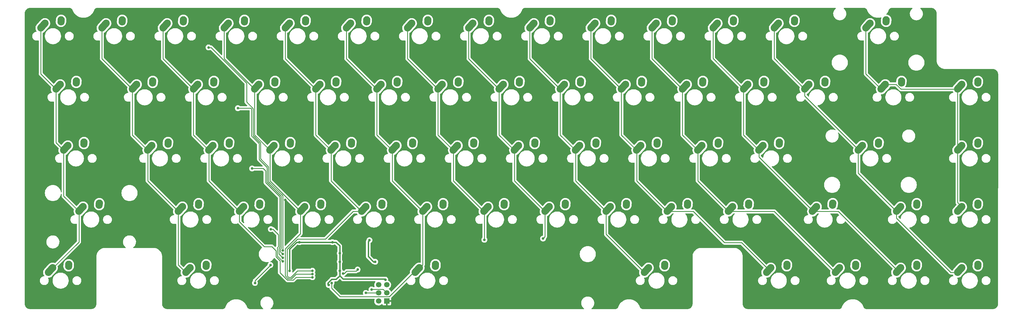
<source format=gbr>
%TF.GenerationSoftware,KiCad,Pcbnew,(6.0.1)*%
%TF.CreationDate,2022-06-09T19:08:29-07:00*%
%TF.ProjectId,artemis-65,61727465-6d69-4732-9d36-352e6b696361,rev?*%
%TF.SameCoordinates,Original*%
%TF.FileFunction,Copper,L1,Top*%
%TF.FilePolarity,Positive*%
%FSLAX46Y46*%
G04 Gerber Fmt 4.6, Leading zero omitted, Abs format (unit mm)*
G04 Created by KiCad (PCBNEW (6.0.1)) date 2022-06-09 19:08:29*
%MOMM*%
%LPD*%
G01*
G04 APERTURE LIST*
G04 Aperture macros list*
%AMHorizOval*
0 Thick line with rounded ends*
0 $1 width*
0 $2 $3 position (X,Y) of the first rounded end (center of the circle)*
0 $4 $5 position (X,Y) of the second rounded end (center of the circle)*
0 Add line between two ends*
20,1,$1,$2,$3,$4,$5,0*
0 Add two circle primitives to create the rounded ends*
1,1,$1,$2,$3*
1,1,$1,$4,$5*%
G04 Aperture macros list end*
%TA.AperFunction,ComponentPad*%
%ADD10HorizOval,2.250000X0.655001X0.730000X-0.655001X-0.730000X0*%
%TD*%
%TA.AperFunction,ComponentPad*%
%ADD11C,2.250000*%
%TD*%
%TA.AperFunction,ComponentPad*%
%ADD12HorizOval,2.250000X0.020000X0.290000X-0.020000X-0.290000X0*%
%TD*%
%TA.AperFunction,ComponentPad*%
%ADD13C,1.700000*%
%TD*%
%TA.AperFunction,ComponentPad*%
%ADD14R,1.700000X1.700000*%
%TD*%
%TA.AperFunction,ViaPad*%
%ADD15C,0.800000*%
%TD*%
%TA.AperFunction,Conductor*%
%ADD16C,0.381000*%
%TD*%
%TA.AperFunction,Conductor*%
%ADD17C,0.250000*%
%TD*%
G04 APERTURE END LIST*
D10*
%TO.P,MX38,1,COL*%
%TO.N,COL8*%
X173851251Y-61023750D03*
D11*
X174506250Y-60293750D03*
%TO.P,MX38,2,ROW*%
%TO.N,Net-(D38-Pad2)*%
X179546250Y-59213750D03*
D12*
X179526250Y-59503750D03*
%TD*%
D10*
%TO.P,MX20,1,COL*%
%TO.N,COL4*%
X92888751Y-41973750D03*
D11*
X93543750Y-41243750D03*
%TO.P,MX20,2,ROW*%
%TO.N,Net-(D20-Pad2)*%
X98583750Y-40163750D03*
D12*
X98563750Y-40453750D03*
%TD*%
D10*
%TO.P,MX8,1,COL*%
%TO.N,COL1*%
X40501251Y-61023750D03*
D11*
X41156250Y-60293750D03*
D12*
%TO.P,MX8,2,ROW*%
%TO.N,Net-(D8-Pad2)*%
X46176250Y-59503750D03*
D11*
X46196250Y-59213750D03*
%TD*%
%TO.P,MX44,1,COL*%
%TO.N,COL9*%
X203081250Y-79343750D03*
D10*
X202426251Y-80073750D03*
D11*
%TO.P,MX44,2,ROW*%
%TO.N,Net-(D44-Pad2)*%
X208121250Y-78263750D03*
D12*
X208101250Y-78553750D03*
%TD*%
D11*
%TO.P,MX61,1,COL*%
%TO.N,COL13*%
X264993750Y-22193750D03*
D10*
X264338751Y-22923750D03*
D12*
%TO.P,MX61,2,ROW*%
%TO.N,Net-(D61-Pad2)*%
X270013750Y-21403750D03*
D11*
X270033750Y-21113750D03*
%TD*%
D10*
%TO.P,MX28,1,COL*%
%TO.N,COL6*%
X121463751Y-22923750D03*
D11*
X122118750Y-22193750D03*
%TO.P,MX28,2,ROW*%
%TO.N,Net-(D28-Pad2)*%
X127158750Y-21113750D03*
D12*
X127138750Y-21403750D03*
%TD*%
D10*
%TO.P,MX47,1,COL*%
%TO.N,COL10*%
X207188751Y-41973750D03*
D11*
X207843750Y-41243750D03*
D12*
%TO.P,MX47,2,ROW*%
%TO.N,Net-(D47-Pad2)*%
X212863750Y-40453750D03*
D11*
X212883750Y-40163750D03*
%TD*%
%TO.P,MX62,1,COL*%
%TO.N,COL13*%
X269756250Y-41243750D03*
D10*
X269101251Y-41973750D03*
D12*
%TO.P,MX62,2,ROW*%
%TO.N,Net-(D62-Pad2)*%
X274776250Y-40453750D03*
D11*
X274796250Y-40163750D03*
%TD*%
D10*
%TO.P,MX58,1,COL*%
%TO.N,COL12*%
X261957501Y-61023750D03*
D11*
X262612500Y-60293750D03*
%TO.P,MX58,2,ROW*%
%TO.N,Net-(D58-Pad2)*%
X267652500Y-59213750D03*
D12*
X267632500Y-59503750D03*
%TD*%
D10*
%TO.P,MX63,1,COL*%
%TO.N,COL13*%
X292913751Y-41973750D03*
D11*
X293568750Y-41243750D03*
%TO.P,MX63,2,ROW*%
%TO.N,Net-(D63-Pad2)*%
X298608750Y-40163750D03*
D12*
X298588750Y-40453750D03*
%TD*%
D10*
%TO.P,MX37,1,COL*%
%TO.N,COL8*%
X169088751Y-41973750D03*
D11*
X169743750Y-41243750D03*
D12*
%TO.P,MX37,2,ROW*%
%TO.N,Net-(D37-Pad2)*%
X174763750Y-40453750D03*
D11*
X174783750Y-40163750D03*
%TD*%
D10*
%TO.P,MX59,1,COL*%
%TO.N,COL12*%
X273863751Y-80073750D03*
D11*
X274518750Y-79343750D03*
D12*
%TO.P,MX59,2,ROW*%
%TO.N,Net-(D59-Pad2)*%
X279538750Y-78553750D03*
D11*
X279558750Y-78263750D03*
%TD*%
%TO.P,MX56,1,COL*%
%TO.N,COL12*%
X236418750Y-22193750D03*
D10*
X235763751Y-22923750D03*
D11*
%TO.P,MX56,2,ROW*%
%TO.N,Net-(D56-Pad2)*%
X241458750Y-21113750D03*
D12*
X241438750Y-21403750D03*
%TD*%
D10*
%TO.P,MX64,1,COL*%
%TO.N,COL13*%
X292913751Y-61023750D03*
D11*
X293568750Y-60293750D03*
D12*
%TO.P,MX64,2,ROW*%
%TO.N,Net-(D64-Pad2)*%
X298588750Y-59503750D03*
D11*
X298608750Y-59213750D03*
%TD*%
%TO.P,MX32,1,COL*%
%TO.N,COL7*%
X141168750Y-22193750D03*
D10*
X140513751Y-22923750D03*
D11*
%TO.P,MX32,2,ROW*%
%TO.N,Net-(D32-Pad2)*%
X146208750Y-21113750D03*
D12*
X146188750Y-21403750D03*
%TD*%
D11*
%TO.P,MX46,1,COL*%
%TO.N,COL10*%
X198318750Y-22193750D03*
D10*
X197663751Y-22923750D03*
D12*
%TO.P,MX46,2,ROW*%
%TO.N,Net-(D46-Pad2)*%
X203338750Y-21403750D03*
D11*
X203358750Y-21113750D03*
%TD*%
D10*
%TO.P,MX50,1,COL*%
%TO.N,COL10*%
X254813751Y-99123750D03*
D11*
X255468750Y-98393750D03*
D12*
%TO.P,MX50,2,ROW*%
%TO.N,Net-(D50-Pad2)*%
X260488750Y-97603750D03*
D11*
X260508750Y-97313750D03*
%TD*%
D10*
%TO.P,MX49,1,COL*%
%TO.N,COL10*%
X221476251Y-80073750D03*
D11*
X222131250Y-79343750D03*
D12*
%TO.P,MX49,2,ROW*%
%TO.N,Net-(D49-Pad2)*%
X227151250Y-78553750D03*
D11*
X227171250Y-78263750D03*
%TD*%
D10*
%TO.P,MX23,1,COL*%
%TO.N,COL5*%
X102413751Y-22923750D03*
D11*
X103068750Y-22193750D03*
%TO.P,MX23,2,ROW*%
%TO.N,Net-(D23-Pad2)*%
X108108750Y-21113750D03*
D12*
X108088750Y-21403750D03*
%TD*%
D10*
%TO.P,MX15,1,COL*%
%TO.N,COL3*%
X64313751Y-22923750D03*
D11*
X64968750Y-22193750D03*
%TO.P,MX15,2,ROW*%
%TO.N,Net-(D15-Pad2)*%
X70008750Y-21113750D03*
D12*
X69988750Y-21403750D03*
%TD*%
D10*
%TO.P,MX5,1,COL*%
%TO.N,COL0*%
X9545001Y-99123750D03*
D11*
X10200000Y-98393750D03*
D12*
%TO.P,MX5,2,ROW*%
%TO.N,Net-(D5-Pad2)*%
X15220000Y-97603750D03*
D11*
X15240000Y-97313750D03*
%TD*%
D10*
%TO.P,MX33,1,COL*%
%TO.N,COL7*%
X150038751Y-41973750D03*
D11*
X150693750Y-41243750D03*
%TO.P,MX33,2,ROW*%
%TO.N,Net-(D33-Pad2)*%
X155733750Y-40163750D03*
D12*
X155713750Y-40453750D03*
%TD*%
D11*
%TO.P,MX2,1,COL*%
%TO.N,COL0*%
X12581250Y-41243750D03*
D10*
X11926251Y-41973750D03*
D12*
%TO.P,MX2,2,ROW*%
%TO.N,Net-(D2-Pad2)*%
X17601250Y-40453750D03*
D11*
X17621250Y-40163750D03*
%TD*%
D10*
%TO.P,MX57,1,COL*%
%TO.N,COL12*%
X245288751Y-41973750D03*
D11*
X245943750Y-41243750D03*
%TO.P,MX57,2,ROW*%
%TO.N,Net-(D57-Pad2)*%
X250983750Y-40163750D03*
D12*
X250963750Y-40453750D03*
%TD*%
D11*
%TO.P,MX31,1,COL*%
%TO.N,COL6*%
X145931250Y-79343750D03*
D10*
X145276251Y-80073750D03*
D12*
%TO.P,MX31,2,ROW*%
%TO.N,Net-(D31-Pad2)*%
X150951250Y-78553750D03*
D11*
X150971250Y-78263750D03*
%TD*%
D10*
%TO.P,MX21,1,COL*%
%TO.N,COL4*%
X97651251Y-61023750D03*
D11*
X98306250Y-60293750D03*
%TO.P,MX21,2,ROW*%
%TO.N,Net-(D21-Pad2)*%
X103346250Y-59213750D03*
D12*
X103326250Y-59503750D03*
%TD*%
D11*
%TO.P,MX29,1,COL*%
%TO.N,COL6*%
X131643750Y-41243750D03*
D10*
X130988751Y-41973750D03*
D11*
%TO.P,MX29,2,ROW*%
%TO.N,Net-(D29-Pad2)*%
X136683750Y-40163750D03*
D12*
X136663750Y-40453750D03*
%TD*%
D11*
%TO.P,MX22,1,COL*%
%TO.N,COL4*%
X107831250Y-79343750D03*
D10*
X107176251Y-80073750D03*
D11*
%TO.P,MX22,2,ROW*%
%TO.N,Net-(D22-Pad2)*%
X112871250Y-78263750D03*
D12*
X112851250Y-78553750D03*
%TD*%
D10*
%TO.P,MX18,1,COL*%
%TO.N,COL3*%
X88126251Y-80073750D03*
D11*
X88781250Y-79343750D03*
D12*
%TO.P,MX18,2,ROW*%
%TO.N,Net-(D18-Pad2)*%
X93801250Y-78553750D03*
D11*
X93821250Y-78263750D03*
%TD*%
D10*
%TO.P,MX10,1,COL*%
%TO.N,COL1*%
X52407501Y-99123750D03*
D11*
X53062500Y-98393750D03*
D12*
%TO.P,MX10,2,ROW*%
%TO.N,Net-(D10-Pad2)*%
X58082500Y-97603750D03*
D11*
X58102500Y-97313750D03*
%TD*%
D10*
%TO.P,MX55,1,COL*%
%TO.N,COL11*%
X273863751Y-99123750D03*
D11*
X274518750Y-98393750D03*
%TO.P,MX55,2,ROW*%
%TO.N,Net-(D55-Pad2)*%
X279558750Y-97313750D03*
D12*
X279538750Y-97603750D03*
%TD*%
D11*
%TO.P,MX27,1,COL*%
%TO.N,COL5*%
X124500000Y-98393750D03*
D10*
X123845001Y-99123750D03*
D11*
%TO.P,MX27,2,ROW*%
%TO.N,Net-(D27-Pad2)*%
X129540000Y-97313750D03*
D12*
X129520000Y-97603750D03*
%TD*%
D11*
%TO.P,MX3,1,COL*%
%TO.N,COL0*%
X14962500Y-60293750D03*
D10*
X14307501Y-61023750D03*
D11*
%TO.P,MX3,2,ROW*%
%TO.N,Net-(D3-Pad2)*%
X20002500Y-59213750D03*
D12*
X19982500Y-59503750D03*
%TD*%
D10*
%TO.P,MX6,1,COL*%
%TO.N,COL1*%
X26213751Y-22923750D03*
D11*
X26868750Y-22193750D03*
%TO.P,MX6,2,ROW*%
%TO.N,Net-(D6-Pad2)*%
X31908750Y-21113750D03*
D12*
X31888750Y-21403750D03*
%TD*%
D11*
%TO.P,MX45,1,COL*%
%TO.N,COL9*%
X234037500Y-98393750D03*
D10*
X233382501Y-99123750D03*
D12*
%TO.P,MX45,2,ROW*%
%TO.N,Net-(D45-Pad2)*%
X239057500Y-97603750D03*
D11*
X239077500Y-97313750D03*
%TD*%
D10*
%TO.P,MX16,1,COL*%
%TO.N,COL3*%
X73838751Y-41973750D03*
D11*
X74493750Y-41243750D03*
D12*
%TO.P,MX16,2,ROW*%
%TO.N,Net-(D16-Pad2)*%
X79513750Y-40453750D03*
D11*
X79533750Y-40163750D03*
%TD*%
D10*
%TO.P,MX53,1,COL*%
%TO.N,COL11*%
X231001251Y-61023750D03*
D11*
X231656250Y-60293750D03*
%TO.P,MX53,2,ROW*%
%TO.N,Net-(D53-Pad2)*%
X236696250Y-59213750D03*
D12*
X236676250Y-59503750D03*
%TD*%
D11*
%TO.P,MX39,1,COL*%
%TO.N,COL8*%
X184031250Y-79343750D03*
D10*
X183376251Y-80073750D03*
D11*
%TO.P,MX39,2,ROW*%
%TO.N,Net-(D39-Pad2)*%
X189071250Y-78263750D03*
D12*
X189051250Y-78553750D03*
%TD*%
D11*
%TO.P,MX30,1,COL*%
%TO.N,COL6*%
X136406250Y-60293750D03*
D10*
X135751251Y-61023750D03*
D12*
%TO.P,MX30,2,ROW*%
%TO.N,Net-(D30-Pad2)*%
X141426250Y-59503750D03*
D11*
X141446250Y-59213750D03*
%TD*%
D10*
%TO.P,MX14,1,COL*%
%TO.N,COL2*%
X69076251Y-80073750D03*
D11*
X69731250Y-79343750D03*
%TO.P,MX14,2,ROW*%
%TO.N,Net-(D14-Pad2)*%
X74771250Y-78263750D03*
D12*
X74751250Y-78553750D03*
%TD*%
D11*
%TO.P,MX60,1,COL*%
%TO.N,COL12*%
X293568750Y-98393750D03*
D10*
X292913751Y-99123750D03*
D12*
%TO.P,MX60,2,ROW*%
%TO.N,Net-(D60-Pad2)*%
X298588750Y-97603750D03*
D11*
X298608750Y-97313750D03*
%TD*%
%TO.P,MX36,1,COL*%
%TO.N,COL8*%
X160218750Y-22193750D03*
D10*
X159563751Y-22923750D03*
D12*
%TO.P,MX36,2,ROW*%
%TO.N,Net-(D36-Pad2)*%
X165238750Y-21403750D03*
D11*
X165258750Y-21113750D03*
%TD*%
D10*
%TO.P,MX4,1,COL*%
%TO.N,COL0*%
X19070001Y-80073750D03*
D11*
X19725000Y-79343750D03*
%TO.P,MX4,2,ROW*%
%TO.N,Net-(D4-Pad2)*%
X24765000Y-78263750D03*
D12*
X24745000Y-78553750D03*
%TD*%
D13*
%TO.P,J1,1,MISO*%
%TO.N,MISO*%
X111810800Y-103694300D03*
%TO.P,J1,2,VCC*%
%TO.N,+5V*%
X114350800Y-103694300D03*
%TO.P,J1,3,SCK*%
%TO.N,SCK*%
X111810800Y-106234300D03*
%TO.P,J1,4,MOSI*%
%TO.N,MOSI*%
X114350800Y-106234300D03*
%TO.P,J1,5,~{RST}*%
%TO.N,RESET*%
X111810800Y-108774300D03*
D14*
%TO.P,J1,6,GND*%
%TO.N,GND*%
X114350800Y-108774300D03*
%TD*%
D11*
%TO.P,MX19,1,COL*%
%TO.N,COL4*%
X84018750Y-22193750D03*
D10*
X83363751Y-22923750D03*
D12*
%TO.P,MX19,2,ROW*%
%TO.N,Net-(D19-Pad2)*%
X89038750Y-21403750D03*
D11*
X89058750Y-21113750D03*
%TD*%
%TO.P,MX48,1,COL*%
%TO.N,COL10*%
X212606250Y-60293750D03*
D10*
X211951251Y-61023750D03*
D11*
%TO.P,MX48,2,ROW*%
%TO.N,Net-(D48-Pad2)*%
X217646250Y-59213750D03*
D12*
X217626250Y-59503750D03*
%TD*%
D11*
%TO.P,MX24,1,COL*%
%TO.N,COL5*%
X112593750Y-41243750D03*
D10*
X111938751Y-41973750D03*
D12*
%TO.P,MX24,2,ROW*%
%TO.N,Net-(D24-Pad2)*%
X117613750Y-40453750D03*
D11*
X117633750Y-40163750D03*
%TD*%
D10*
%TO.P,MX17,1,COL*%
%TO.N,COL3*%
X78601251Y-61023750D03*
D11*
X79256250Y-60293750D03*
D12*
%TO.P,MX17,2,ROW*%
%TO.N,Net-(D17-Pad2)*%
X84276250Y-59503750D03*
D11*
X84296250Y-59213750D03*
%TD*%
D10*
%TO.P,MX9,1,COL*%
%TO.N,COL1*%
X50026251Y-80073750D03*
D11*
X50681250Y-79343750D03*
D12*
%TO.P,MX9,2,ROW*%
%TO.N,Net-(D9-Pad2)*%
X55701250Y-78553750D03*
D11*
X55721250Y-78263750D03*
%TD*%
D10*
%TO.P,MX35,1,COL*%
%TO.N,COL7*%
X164326251Y-80073750D03*
D11*
X164981250Y-79343750D03*
D12*
%TO.P,MX35,2,ROW*%
%TO.N,Net-(D35-Pad2)*%
X170001250Y-78553750D03*
D11*
X170021250Y-78263750D03*
%TD*%
D10*
%TO.P,MX13,1,COL*%
%TO.N,COL2*%
X59551251Y-61023750D03*
D11*
X60206250Y-60293750D03*
%TO.P,MX13,2,ROW*%
%TO.N,Net-(D13-Pad2)*%
X65246250Y-59213750D03*
D12*
X65226250Y-59503750D03*
%TD*%
D11*
%TO.P,MX51,1,COL*%
%TO.N,COL11*%
X217368750Y-22193750D03*
D10*
X216713751Y-22923750D03*
D11*
%TO.P,MX51,2,ROW*%
%TO.N,Net-(D51-Pad2)*%
X222408750Y-21113750D03*
D12*
X222388750Y-21403750D03*
%TD*%
D11*
%TO.P,MX42,1,COL*%
%TO.N,COL9*%
X188793750Y-41243750D03*
D10*
X188138751Y-41973750D03*
D12*
%TO.P,MX42,2,ROW*%
%TO.N,Net-(D42-Pad2)*%
X193813750Y-40453750D03*
D11*
X193833750Y-40163750D03*
%TD*%
%TO.P,MX40,1,COL*%
%TO.N,COL8*%
X195937500Y-98393750D03*
D10*
X195282501Y-99123750D03*
D11*
%TO.P,MX40,2,ROW*%
%TO.N,Net-(D40-Pad2)*%
X200977500Y-97313750D03*
D12*
X200957500Y-97603750D03*
%TD*%
D11*
%TO.P,MX1,1,COL*%
%TO.N,COL0*%
X7818750Y-22193750D03*
D10*
X7163751Y-22923750D03*
D11*
%TO.P,MX1,2,ROW*%
%TO.N,Net-(D1-Pad2)*%
X12858750Y-21113750D03*
D12*
X12838750Y-21403750D03*
%TD*%
D10*
%TO.P,MX65,1,COL*%
%TO.N,COL13*%
X292913751Y-80073750D03*
D11*
X293568750Y-79343750D03*
%TO.P,MX65,2,ROW*%
%TO.N,Net-(D65-Pad2)*%
X298608750Y-78263750D03*
D12*
X298588750Y-78553750D03*
%TD*%
D11*
%TO.P,MX54,1,COL*%
%TO.N,COL11*%
X248325000Y-79343750D03*
D10*
X247670001Y-80073750D03*
D11*
%TO.P,MX54,2,ROW*%
%TO.N,Net-(D54-Pad2)*%
X253365000Y-78263750D03*
D12*
X253345000Y-78553750D03*
%TD*%
D11*
%TO.P,MX12,1,COL*%
%TO.N,COL2*%
X55443750Y-41243750D03*
D10*
X54788751Y-41973750D03*
D11*
%TO.P,MX12,2,ROW*%
%TO.N,Net-(D12-Pad2)*%
X60483750Y-40163750D03*
D12*
X60463750Y-40453750D03*
%TD*%
D11*
%TO.P,MX11,1,COL*%
%TO.N,COL2*%
X45918750Y-22193750D03*
D10*
X45263751Y-22923750D03*
D11*
%TO.P,MX11,2,ROW*%
%TO.N,Net-(D11-Pad2)*%
X50958750Y-21113750D03*
D12*
X50938750Y-21403750D03*
%TD*%
D10*
%TO.P,MX41,1,COL*%
%TO.N,COL9*%
X178613751Y-22923750D03*
D11*
X179268750Y-22193750D03*
%TO.P,MX41,2,ROW*%
%TO.N,Net-(D41-Pad2)*%
X184308750Y-21113750D03*
D12*
X184288750Y-21403750D03*
%TD*%
D10*
%TO.P,MX34,1,COL*%
%TO.N,COL7*%
X154801251Y-61023750D03*
D11*
X155456250Y-60293750D03*
D12*
%TO.P,MX34,2,ROW*%
%TO.N,Net-(D34-Pad2)*%
X160476250Y-59503750D03*
D11*
X160496250Y-59213750D03*
%TD*%
%TO.P,MX26,1,COL*%
%TO.N,COL5*%
X126881250Y-79343750D03*
D10*
X126226251Y-80073750D03*
D11*
%TO.P,MX26,2,ROW*%
%TO.N,Net-(D26-Pad2)*%
X131921250Y-78263750D03*
D12*
X131901250Y-78553750D03*
%TD*%
D11*
%TO.P,MX43,1,COL*%
%TO.N,COL9*%
X193556250Y-60293750D03*
D10*
X192901251Y-61023750D03*
D11*
%TO.P,MX43,2,ROW*%
%TO.N,Net-(D43-Pad2)*%
X198596250Y-59213750D03*
D12*
X198576250Y-59503750D03*
%TD*%
D11*
%TO.P,MX7,1,COL*%
%TO.N,COL1*%
X36393750Y-41243750D03*
D10*
X35738751Y-41973750D03*
D11*
%TO.P,MX7,2,ROW*%
%TO.N,Net-(D7-Pad2)*%
X41433750Y-40163750D03*
D12*
X41413750Y-40453750D03*
%TD*%
D11*
%TO.P,MX25,1,COL*%
%TO.N,COL5*%
X117356250Y-60293750D03*
D10*
X116701251Y-61023750D03*
D11*
%TO.P,MX25,2,ROW*%
%TO.N,Net-(D25-Pad2)*%
X122396250Y-59213750D03*
D12*
X122376250Y-59503750D03*
%TD*%
D10*
%TO.P,MX52,1,COL*%
%TO.N,COL11*%
X226238751Y-41973750D03*
D11*
X226893750Y-41243750D03*
D12*
%TO.P,MX52,2,ROW*%
%TO.N,Net-(D52-Pad2)*%
X231913750Y-40453750D03*
D11*
X231933750Y-40163750D03*
%TD*%
D15*
%TO.N,GND*%
X106934000Y-104902000D03*
X106172000Y-89789000D03*
X106553000Y-95250000D03*
X101092000Y-98044000D03*
%TO.N,+5V*%
X99695000Y-99314000D03*
X99695000Y-96520000D03*
X97409000Y-90424000D03*
%TO.N,VBUS*%
X110744000Y-96520000D03*
%TO.N,SCK*%
X107823000Y-106230480D03*
%TO.N,MOSI*%
X109601000Y-105156000D03*
%TO.N,GND*%
X82677000Y-77216000D03*
X93218000Y-97282000D03*
X89154000Y-97282000D03*
X93218000Y-94234000D03*
X81788000Y-104902000D03*
X224409000Y-88519000D03*
X303022000Y-109347000D03*
X3556000Y-19558000D03*
X67437000Y-87249000D03*
X89154000Y-94234000D03*
%TO.N,+5V*%
X113919000Y-102108000D03*
X84049000Y-99314000D03*
X96266000Y-103759000D03*
X87122000Y-90424000D03*
X99695000Y-93853000D03*
%TO.N,ROW0*%
X58801000Y-29718000D03*
X81915000Y-92964000D03*
%TO.N,ROW1*%
X67945000Y-48641000D03*
X81915000Y-94107000D03*
%TO.N,ROW2*%
X81915000Y-95250000D03*
X72390000Y-67437000D03*
%TO.N,ROW3*%
X78232000Y-86360000D03*
X81915000Y-96393000D03*
%TO.N,ROW4*%
X73279000Y-103124000D03*
X78105000Y-97536000D03*
%TO.N,VBUS*%
X108966000Y-89789000D03*
%TO.N,COL2*%
X91186000Y-101346000D03*
%TO.N,COL3*%
X91186000Y-100330000D03*
%TO.N,COL4*%
X91186000Y-99314000D03*
%TO.N,COL5*%
X97155000Y-103124000D03*
%TO.N,COL6*%
X105283000Y-98933000D03*
X100711000Y-100203000D03*
X144780000Y-89662000D03*
%TO.N,COL7*%
X163068000Y-89281000D03*
%TD*%
D16*
%TO.N,GND*%
X105918000Y-95250000D02*
X106553000Y-95250000D01*
X105029000Y-96139000D02*
X105918000Y-95250000D01*
X104521000Y-96139000D02*
X105029000Y-96139000D01*
X102997000Y-96139000D02*
X104521000Y-96139000D01*
X101092000Y-98044000D02*
X102997000Y-96139000D01*
%TO.N,+5V*%
X99695000Y-98679000D02*
X99695000Y-100838000D01*
D17*
%TO.N,COL6*%
X101092000Y-100203000D02*
X100711000Y-100203000D01*
X104775000Y-99441000D02*
X101854000Y-99441000D01*
X101854000Y-99441000D02*
X101092000Y-100203000D01*
X105283000Y-98933000D02*
X104775000Y-99441000D01*
D16*
%TO.N,+5V*%
X99695000Y-93853000D02*
X99695000Y-98679000D01*
X100739011Y-101882011D02*
X113693011Y-101882011D01*
X113693011Y-101882011D02*
X113919000Y-102108000D01*
%TO.N,VBUS*%
X108585000Y-94869000D02*
X110236000Y-96520000D01*
X108585000Y-90170000D02*
X108585000Y-94869000D01*
X108966000Y-89789000D02*
X108585000Y-90170000D01*
X110236000Y-96520000D02*
X110744000Y-96520000D01*
D17*
%TO.N,MOSI*%
X109697211Y-105059789D02*
X109601000Y-105156000D01*
X113176289Y-105059789D02*
X109697211Y-105059789D01*
%TO.N,SCK*%
X107826820Y-106234300D02*
X111810800Y-106234300D01*
X107823000Y-106230480D02*
X107826820Y-106234300D01*
%TO.N,MOSI*%
X113176289Y-105059789D02*
X114350800Y-106234300D01*
D16*
%TO.N,+5V*%
X96012000Y-103505000D02*
X96266000Y-103759000D01*
X96012000Y-103124000D02*
X96012000Y-103505000D01*
X97155000Y-101981000D02*
X96012000Y-103124000D01*
X86233000Y-90424000D02*
X87122000Y-90424000D01*
X84049000Y-92608000D02*
X86233000Y-90424000D01*
X84049000Y-99314000D02*
X84049000Y-92608000D01*
D17*
%TO.N,COL5*%
X99788811Y-107408811D02*
X97155000Y-104775000D01*
X115137848Y-107408811D02*
X99788811Y-107408811D01*
X122692909Y-99853750D02*
X115137848Y-107408811D01*
X123190000Y-99853750D02*
X122692909Y-99853750D01*
X97155000Y-104775000D02*
X97155000Y-103124000D01*
D16*
%TO.N,+5V*%
X98552000Y-90424000D02*
X97409000Y-90424000D01*
X97409000Y-90424000D02*
X95631000Y-90424000D01*
X99695000Y-100838000D02*
X100739011Y-101882011D01*
X98552000Y-101981000D02*
X99695000Y-100838000D01*
X99695000Y-92075000D02*
X99695000Y-91567000D01*
X99695000Y-93853000D02*
X99695000Y-92075000D01*
X99695000Y-91567000D02*
X98552000Y-90424000D01*
X97155000Y-101981000D02*
X98552000Y-101981000D01*
X95631000Y-90424000D02*
X87122000Y-90424000D01*
D17*
%TO.N,ROW0*%
X75024891Y-64409482D02*
X77496730Y-66881321D01*
X70664229Y-40841771D02*
X70664229Y-46697999D01*
X77496730Y-66881321D02*
X77496730Y-71464948D01*
X75024891Y-59468109D02*
X75024891Y-64409482D01*
X59562282Y-29718000D02*
X70675141Y-40830859D01*
X81915000Y-75883218D02*
X81915000Y-92964000D01*
X58801000Y-29718000D02*
X59562282Y-29718000D01*
X77496730Y-71464948D02*
X81915000Y-75883218D01*
X70675141Y-40830859D02*
X70664229Y-40841771D01*
X72734230Y-57177448D02*
X75024891Y-59468109D01*
X70664229Y-46697999D02*
X72734230Y-48768000D01*
X72734230Y-48768000D02*
X72734230Y-57177448D01*
%TO.N,ROW1*%
X81190489Y-93382489D02*
X81915000Y-94107000D01*
X71971512Y-48641000D02*
X72244256Y-48913744D01*
X74575371Y-59654306D02*
X74575371Y-64595679D01*
X74575371Y-64595679D02*
X77047210Y-67067519D01*
X67945000Y-48641000D02*
X71971512Y-48641000D01*
X72244256Y-48913744D02*
X72244256Y-57323192D01*
X81465480Y-76069416D02*
X81465480Y-92329000D01*
X72548033Y-57626968D02*
X74575371Y-59654306D01*
X77047210Y-71651145D02*
X81465480Y-76069416D01*
X81190489Y-92603991D02*
X81190489Y-93382489D01*
X72244256Y-57323192D02*
X72548033Y-57626968D01*
X77047210Y-67067519D02*
X77047210Y-71651145D01*
X81465480Y-92329000D02*
X81190489Y-92603991D01*
%TO.N,ROW2*%
X80740969Y-94075969D02*
X81915000Y-95250000D01*
X81015960Y-76255614D02*
X81015960Y-92075000D01*
X75819000Y-67437000D02*
X76597690Y-68215690D01*
X76597690Y-68215690D02*
X76597690Y-71837343D01*
X80740969Y-92349991D02*
X80740969Y-94075969D01*
X72390000Y-67437000D02*
X75819000Y-67437000D01*
X81015960Y-92075000D02*
X80740969Y-92349991D01*
X76597690Y-71837343D02*
X81015960Y-76255614D01*
%TO.N,ROW3*%
X80566440Y-91821000D02*
X80291449Y-92095991D01*
X80291449Y-92095991D02*
X80291449Y-94769449D01*
X80291449Y-94769449D02*
X81915000Y-96393000D01*
X80566440Y-88059440D02*
X80566440Y-91821000D01*
X78232000Y-86360000D02*
X78867000Y-86360000D01*
X78867000Y-86360000D02*
X80566440Y-88059440D01*
%TO.N,ROW4*%
X73279000Y-102362000D02*
X78105000Y-97536000D01*
X73279000Y-103124000D02*
X73279000Y-102362000D01*
%TO.N,COL0*%
X11271250Y-59372500D02*
X13652500Y-61753750D01*
X11271250Y-42703750D02*
X11271250Y-59372500D01*
X6508750Y-37941250D02*
X11271250Y-42703750D01*
X6508750Y-23653750D02*
X6508750Y-37941250D01*
X18415000Y-80803750D02*
X18415000Y-90328750D01*
X13652500Y-76041250D02*
X18415000Y-80803750D01*
X13652500Y-61753750D02*
X13652500Y-76041250D01*
X18415000Y-90328750D02*
X8890000Y-99853750D01*
%TO.N,COL1*%
X49371250Y-97472500D02*
X51752500Y-99853750D01*
X39846250Y-71278750D02*
X49371250Y-80803750D01*
X35083750Y-56991250D02*
X39846250Y-61753750D01*
X49371250Y-80803750D02*
X49371250Y-97472500D01*
X39846250Y-61753750D02*
X39846250Y-71278750D01*
X35083750Y-42703750D02*
X35083750Y-56991250D01*
X25558750Y-23653750D02*
X25558750Y-33178750D01*
X25558750Y-33178750D02*
X35083750Y-42703750D01*
%TO.N,COL2*%
X86106000Y-101346000D02*
X91186000Y-101346000D01*
X81059476Y-96173194D02*
X81059476Y-99915524D01*
X68421250Y-84042250D02*
X76149329Y-91770329D01*
X68421250Y-80803750D02*
X68421250Y-84042250D01*
X78562329Y-91770329D02*
X79841929Y-93049929D01*
X79841929Y-94955647D02*
X81059476Y-96173194D01*
X85206960Y-102245040D02*
X86106000Y-101346000D01*
X44608750Y-33178750D02*
X54133750Y-42703750D01*
X79841929Y-93049929D02*
X79841929Y-94955647D01*
X83388992Y-102245040D02*
X85206960Y-102245040D01*
X76149329Y-91770329D02*
X78562329Y-91770329D01*
X58896250Y-71278750D02*
X68421250Y-80803750D01*
X44608750Y-23653750D02*
X44608750Y-33178750D01*
X54133750Y-56991250D02*
X58896250Y-61753750D01*
X81059476Y-99915524D02*
X83388992Y-102245040D01*
X58896250Y-61753750D02*
X58896250Y-71278750D01*
X54133750Y-42703750D02*
X54133750Y-56991250D01*
%TO.N,COL3*%
X63658750Y-33178750D02*
X73183750Y-42703750D01*
X86106718Y-100330000D02*
X91186000Y-100330000D01*
X63658750Y-23653750D02*
X63658750Y-33178750D01*
X87471250Y-80803750D02*
X87471250Y-87725250D01*
X73183750Y-56991250D02*
X77946250Y-61753750D01*
X82677000Y-100897331D02*
X83575189Y-101795520D01*
X82677000Y-92519500D02*
X82677000Y-100897331D01*
X77946250Y-61753750D02*
X77946250Y-71278750D01*
X83575189Y-101795520D02*
X84641197Y-101795520D01*
X73183750Y-42703750D02*
X73183750Y-56991250D01*
X87471250Y-87725250D02*
X82677000Y-92519500D01*
X77946250Y-71278750D02*
X87471250Y-80803750D01*
X84641197Y-101795520D02*
X86106718Y-100330000D01*
%TO.N,COL4*%
X82708750Y-33178750D02*
X92233750Y-42703750D01*
X83312000Y-92616652D02*
X83312000Y-100896614D01*
X106521250Y-80803750D02*
X103845636Y-80803750D01*
X95203897Y-89445489D02*
X86483163Y-89445489D01*
X84455000Y-101346000D02*
X86487000Y-99314000D01*
X92233750Y-42703750D02*
X92233750Y-56991250D01*
X82708750Y-23653750D02*
X82708750Y-33178750D01*
X83761386Y-101346000D02*
X84455000Y-101346000D01*
X86487000Y-99314000D02*
X91186000Y-99314000D01*
X92233750Y-56991250D02*
X96996250Y-61753750D01*
X86483163Y-89445489D02*
X83312000Y-92616652D01*
X83312000Y-100896614D02*
X83761386Y-101346000D01*
X96996250Y-61753750D02*
X96996250Y-71278750D01*
X96996250Y-71278750D02*
X106521250Y-80803750D01*
X103845636Y-80803750D02*
X95203897Y-89445489D01*
%TO.N,COL5*%
X111283750Y-56991250D02*
X116046250Y-61753750D01*
X111283750Y-42703750D02*
X111283750Y-56991250D01*
X101758750Y-33178750D02*
X111283750Y-42703750D01*
X101758750Y-23653750D02*
X101758750Y-33178750D01*
X116046250Y-61753750D02*
X116046250Y-71278750D01*
X125571250Y-97472500D02*
X123190000Y-99853750D01*
X116046250Y-71278750D02*
X125571250Y-80803750D01*
X125571250Y-80803750D02*
X125571250Y-97472500D01*
%TO.N,COL6*%
X135096250Y-71278750D02*
X144621250Y-80803750D01*
X144780000Y-80962500D02*
X144780000Y-89662000D01*
X120808750Y-33178750D02*
X130333750Y-42703750D01*
X120808750Y-23653750D02*
X120808750Y-33178750D01*
X130333750Y-42703750D02*
X130333750Y-56991250D01*
X144621250Y-80803750D02*
X144780000Y-80962500D01*
X130333750Y-56991250D02*
X135096250Y-61753750D01*
X135096250Y-61753750D02*
X135096250Y-71278750D01*
%TO.N,COL7*%
X154146250Y-61753750D02*
X154146250Y-71278750D01*
X163671250Y-80803750D02*
X163671250Y-88677750D01*
X163671250Y-88677750D02*
X163068000Y-89281000D01*
X154146250Y-71278750D02*
X163671250Y-80803750D01*
X149383750Y-42703750D02*
X149383750Y-56991250D01*
X139858750Y-33178750D02*
X149383750Y-42703750D01*
X149383750Y-56991250D02*
X154146250Y-61753750D01*
X139858750Y-23653750D02*
X139858750Y-33178750D01*
%TO.N,COL8*%
X173196250Y-61753750D02*
X173196250Y-71278750D01*
X173196250Y-71278750D02*
X182721250Y-80803750D01*
X158908750Y-23653750D02*
X158908750Y-33178750D01*
X168433750Y-42703750D02*
X168433750Y-56991250D01*
X182721250Y-87947500D02*
X194627500Y-99853750D01*
X168433750Y-56991250D02*
X173196250Y-61753750D01*
X182721250Y-80803750D02*
X182721250Y-87947500D01*
X158908750Y-33178750D02*
X168433750Y-42703750D01*
%TO.N,COL9*%
X192246250Y-71278750D02*
X201771250Y-80803750D01*
X177958750Y-33178750D02*
X187483750Y-42703750D01*
X192246250Y-61753750D02*
X192246250Y-71278750D01*
X224917000Y-90551000D02*
X232727500Y-98361500D01*
X187483750Y-56991250D02*
X192246250Y-61753750D01*
X232727500Y-98361500D02*
X232727500Y-99853750D01*
X209888341Y-80803750D02*
X219635591Y-90551000D01*
X201771250Y-80803750D02*
X209888341Y-80803750D01*
X177958750Y-23653750D02*
X177958750Y-33178750D01*
X187483750Y-42703750D02*
X187483750Y-56991250D01*
X219635591Y-90551000D02*
X224917000Y-90551000D01*
%TO.N,COL10*%
X206533750Y-56991250D02*
X211296250Y-61753750D01*
X197008750Y-23653750D02*
X197008750Y-33178750D01*
X235108750Y-80803750D02*
X254158750Y-99853750D01*
X211296250Y-71278750D02*
X220821250Y-80803750D01*
X197008750Y-33178750D02*
X206533750Y-42703750D01*
X206533750Y-42703750D02*
X206533750Y-56991250D01*
X220821250Y-80803750D02*
X235108750Y-80803750D01*
X211296250Y-61753750D02*
X211296250Y-71278750D01*
%TO.N,COL11*%
X216058750Y-23653750D02*
X216038271Y-23674229D01*
X230346250Y-63833204D02*
X247015000Y-80501954D01*
X247015000Y-80501954D02*
X247015000Y-80803750D01*
X216038271Y-23674229D02*
X216038271Y-33158271D01*
X225583750Y-56991250D02*
X230346250Y-61753750D01*
X230346250Y-61753750D02*
X230346250Y-63833204D01*
X225583750Y-42703750D02*
X225583750Y-56991250D01*
X273208750Y-98880409D02*
X273208750Y-99853750D01*
X255132091Y-80803750D02*
X273208750Y-98880409D01*
X247015000Y-80803750D02*
X255132091Y-80803750D01*
X216038271Y-33158271D02*
X225583750Y-42703750D01*
%TO.N,COL12*%
X273208750Y-80803750D02*
X273208750Y-82883204D01*
X235108750Y-23653750D02*
X235088271Y-23674229D01*
X235088271Y-23674229D02*
X235088271Y-33158271D01*
X290179296Y-99853750D02*
X292258750Y-99853750D01*
X261302500Y-68897500D02*
X273208750Y-80803750D01*
X244633750Y-42703750D02*
X244633750Y-44783204D01*
X261302500Y-61753750D02*
X261302500Y-68897500D01*
X235088271Y-33158271D02*
X244633750Y-42703750D01*
X261302500Y-61451954D02*
X261302500Y-61753750D01*
X273208750Y-82883204D02*
X290179296Y-99853750D01*
X244633750Y-44783204D02*
X261302500Y-61451954D01*
%TO.N,COL13*%
X273156659Y-41243750D02*
X274616659Y-42703750D01*
X269756250Y-41243750D02*
X273156659Y-41243750D01*
X263683750Y-23653750D02*
X263683750Y-37941250D01*
X263683750Y-37941250D02*
X268446250Y-42703750D01*
X292258750Y-42703750D02*
X292258750Y-61753750D01*
X292258750Y-78033750D02*
X293568750Y-79343750D01*
X274616659Y-42703750D02*
X292258750Y-42703750D01*
X292258750Y-61753750D02*
X292258750Y-78033750D01*
%TD*%
%TA.AperFunction,Conductor*%
%TO.N,GND*%
G36*
X263114069Y-17395807D02*
G01*
X263128854Y-17398110D01*
X263128862Y-17398110D01*
X263137730Y-17399491D01*
X263151382Y-17397706D01*
X263177900Y-17397056D01*
X263300525Y-17407005D01*
X263320639Y-17410290D01*
X263463155Y-17445602D01*
X263482476Y-17452088D01*
X263617437Y-17509915D01*
X263635459Y-17519430D01*
X263759319Y-17598250D01*
X263775571Y-17610545D01*
X263881945Y-17705483D01*
X263885110Y-17708308D01*
X263899166Y-17723061D01*
X263965377Y-17804901D01*
X263991516Y-17837210D01*
X264003010Y-17854038D01*
X264057968Y-17950403D01*
X264058051Y-17950549D01*
X264067101Y-17970152D01*
X264174226Y-18266652D01*
X264175613Y-18269532D01*
X264175616Y-18269540D01*
X264262937Y-18450902D01*
X264331964Y-18594268D01*
X264522243Y-18904119D01*
X264524185Y-18906659D01*
X264524189Y-18906665D01*
X264704136Y-19142038D01*
X264743085Y-19192984D01*
X264992194Y-19457858D01*
X265266981Y-19695988D01*
X265564588Y-19904898D01*
X265567376Y-19906458D01*
X265567383Y-19906462D01*
X265879109Y-20080844D01*
X265879118Y-20080849D01*
X265881922Y-20082417D01*
X265884875Y-20083694D01*
X265884882Y-20083697D01*
X266212740Y-20225427D01*
X266212744Y-20225428D01*
X266215683Y-20226699D01*
X266218737Y-20227664D01*
X266218740Y-20227665D01*
X266559334Y-20335275D01*
X266562401Y-20336244D01*
X266565541Y-20336894D01*
X266565550Y-20336896D01*
X266915328Y-20409263D01*
X266915337Y-20409264D01*
X266918472Y-20409913D01*
X266964338Y-20414608D01*
X267217750Y-20440548D01*
X267280194Y-20446940D01*
X267643806Y-20446940D01*
X267706251Y-20440548D01*
X267959662Y-20414608D01*
X268005528Y-20409913D01*
X268008663Y-20409264D01*
X268008672Y-20409263D01*
X268338906Y-20340939D01*
X268361599Y-20336244D01*
X268364531Y-20335318D01*
X268435469Y-20337490D01*
X268493993Y-20377683D01*
X268521496Y-20443136D01*
X268513574Y-20501281D01*
X268513924Y-20501391D01*
X268513280Y-20503440D01*
X268513279Y-20503446D01*
X268512442Y-20506109D01*
X268512440Y-20506115D01*
X268498664Y-20549951D01*
X268494869Y-20560395D01*
X268488827Y-20574983D01*
X268475395Y-20607410D01*
X268459524Y-20673515D01*
X268457225Y-20681823D01*
X268436843Y-20746683D01*
X268436116Y-20751581D01*
X268429368Y-20797026D01*
X268427253Y-20807932D01*
X268416529Y-20852604D01*
X268415372Y-20857424D01*
X268414984Y-20862355D01*
X268414983Y-20862361D01*
X268410039Y-20925182D01*
X268409063Y-20933787D01*
X268408901Y-20934881D01*
X268408537Y-20937334D01*
X268405573Y-20980305D01*
X268404715Y-20992747D01*
X268404626Y-20993958D01*
X268395199Y-21113750D01*
X268395587Y-21118680D01*
X268395587Y-21120770D01*
X268395288Y-21129439D01*
X268362876Y-21599417D01*
X268359705Y-21645390D01*
X268359729Y-21647874D01*
X268359729Y-21647876D01*
X268360112Y-21687410D01*
X268361571Y-21838121D01*
X268404251Y-22091672D01*
X268405823Y-22096356D01*
X268405824Y-22096359D01*
X268467880Y-22281236D01*
X268486069Y-22335426D01*
X268488359Y-22339814D01*
X268488359Y-22339815D01*
X268590894Y-22536323D01*
X268605011Y-22563379D01*
X268758148Y-22769919D01*
X268941711Y-22949960D01*
X268945750Y-22952835D01*
X268945751Y-22952836D01*
X269135212Y-23087704D01*
X269151177Y-23099069D01*
X269155613Y-23101275D01*
X269155614Y-23101276D01*
X269376958Y-23211370D01*
X269376962Y-23211372D01*
X269381392Y-23213575D01*
X269626684Y-23290657D01*
X269881014Y-23328418D01*
X269944801Y-23327800D01*
X270133170Y-23325977D01*
X270133171Y-23325977D01*
X270138121Y-23325929D01*
X270391672Y-23283249D01*
X270396356Y-23281677D01*
X270396359Y-23281676D01*
X270630735Y-23203006D01*
X270630740Y-23203004D01*
X270635426Y-23201431D01*
X270639815Y-23199141D01*
X270858987Y-23084781D01*
X270858990Y-23084779D01*
X270863379Y-23082489D01*
X270867508Y-23079428D01*
X270906208Y-23050734D01*
X271069919Y-22929352D01*
X271249960Y-22745789D01*
X271285914Y-22695282D01*
X271396197Y-22540358D01*
X271396199Y-22540355D01*
X271399069Y-22536323D01*
X271467139Y-22399468D01*
X271511370Y-22310542D01*
X271511372Y-22310538D01*
X271513575Y-22306108D01*
X271590657Y-22060816D01*
X271618963Y-21870166D01*
X271619996Y-21855196D01*
X271662787Y-21234721D01*
X271662876Y-21233504D01*
X271671913Y-21118680D01*
X271672301Y-21113750D01*
X271666969Y-21045997D01*
X271666587Y-21037332D01*
X271665977Y-20974330D01*
X271665977Y-20974329D01*
X271665929Y-20969379D01*
X271660951Y-20939805D01*
X271657481Y-20919191D01*
X271656121Y-20908162D01*
X271654908Y-20892747D01*
X271652128Y-20857424D01*
X271644114Y-20824042D01*
X271636263Y-20791339D01*
X271634530Y-20782842D01*
X271629605Y-20753586D01*
X271623249Y-20715828D01*
X271617945Y-20700025D01*
X271607056Y-20667587D01*
X271603987Y-20656904D01*
X271593259Y-20612217D01*
X271593259Y-20612216D01*
X271592105Y-20607410D01*
X271566091Y-20544606D01*
X271563057Y-20536503D01*
X271543007Y-20476768D01*
X271543005Y-20476763D01*
X271541431Y-20472074D01*
X271539142Y-20467687D01*
X271539139Y-20467680D01*
X271517891Y-20426959D01*
X271513189Y-20416889D01*
X271495607Y-20374441D01*
X271495603Y-20374434D01*
X271493710Y-20369863D01*
X271458194Y-20311907D01*
X271453930Y-20304378D01*
X271424779Y-20248510D01*
X271422489Y-20244121D01*
X271419541Y-20240144D01*
X271419536Y-20240137D01*
X271392174Y-20203233D01*
X271385964Y-20194037D01*
X271359366Y-20150634D01*
X271315228Y-20098955D01*
X271309840Y-20092188D01*
X271269352Y-20037580D01*
X271233010Y-20001934D01*
X271225429Y-19993813D01*
X271195589Y-19958875D01*
X271192381Y-19955119D01*
X271188625Y-19951911D01*
X271188620Y-19951906D01*
X271140711Y-19910988D01*
X271134313Y-19905131D01*
X271089323Y-19861004D01*
X271089315Y-19860997D01*
X271085789Y-19857539D01*
X271054246Y-19835085D01*
X271044322Y-19828021D01*
X271035561Y-19821183D01*
X271000633Y-19791351D01*
X271000630Y-19791349D01*
X270996866Y-19788134D01*
X270938925Y-19752628D01*
X270931718Y-19747864D01*
X270876323Y-19708430D01*
X270860748Y-19700683D01*
X270830744Y-19685760D01*
X270821021Y-19680376D01*
X270781860Y-19656378D01*
X270777637Y-19653790D01*
X270773067Y-19651897D01*
X270773065Y-19651896D01*
X270714851Y-19627783D01*
X270706957Y-19624190D01*
X270650541Y-19596130D01*
X270650542Y-19596130D01*
X270646108Y-19593925D01*
X270597549Y-19578665D01*
X270587110Y-19574871D01*
X270567680Y-19566823D01*
X270540090Y-19555395D01*
X270477826Y-19540447D01*
X270474007Y-19539530D01*
X270465646Y-19537215D01*
X270405542Y-19518327D01*
X270405540Y-19518327D01*
X270400816Y-19516842D01*
X270350471Y-19509367D01*
X270339560Y-19507252D01*
X270294887Y-19496527D01*
X270290076Y-19495372D01*
X270269034Y-19493716D01*
X270222325Y-19490040D01*
X270213709Y-19489062D01*
X270178990Y-19483908D01*
X270114545Y-19454120D01*
X270076435Y-19394219D01*
X270076759Y-19323223D01*
X270105707Y-19272952D01*
X270145299Y-19230854D01*
X270180915Y-19192984D01*
X270219864Y-19142038D01*
X270399811Y-18906665D01*
X270399815Y-18906659D01*
X270401757Y-18904119D01*
X270592036Y-18594268D01*
X270661063Y-18450902D01*
X270748384Y-18269540D01*
X270748387Y-18269532D01*
X270749774Y-18266652D01*
X270853466Y-17979657D01*
X270854269Y-17979947D01*
X270854682Y-17977413D01*
X270855878Y-17972981D01*
X270863289Y-17952467D01*
X270866183Y-17945708D01*
X270866145Y-17945693D01*
X270867977Y-17941174D01*
X270870149Y-17936815D01*
X270870775Y-17934847D01*
X270873688Y-17928517D01*
X270919398Y-17840198D01*
X270930671Y-17822284D01*
X270987857Y-17746396D01*
X271012299Y-17713962D01*
X271026408Y-17698192D01*
X271125017Y-17605062D01*
X271141571Y-17591873D01*
X271161566Y-17578524D01*
X271254373Y-17516566D01*
X271272900Y-17506335D01*
X271278293Y-17503924D01*
X271396712Y-17450975D01*
X271416690Y-17443989D01*
X271478567Y-17428039D01*
X271527067Y-17415537D01*
X271548031Y-17410133D01*
X271568898Y-17406590D01*
X271583644Y-17405347D01*
X271673914Y-17397738D01*
X271690511Y-17398323D01*
X271690515Y-17398000D01*
X271699487Y-17398109D01*
X271708361Y-17399491D01*
X271739834Y-17395375D01*
X271756178Y-17394312D01*
X278081877Y-17395455D01*
X278149993Y-17415469D01*
X278196476Y-17469133D01*
X278206567Y-17539409D01*
X278177063Y-17603985D01*
X278155918Y-17623389D01*
X278122094Y-17647963D01*
X278118930Y-17651019D01*
X278118927Y-17651021D01*
X277920782Y-17842367D01*
X277920779Y-17842371D01*
X277917620Y-17845421D01*
X277742617Y-18069415D01*
X277684312Y-18170402D01*
X277624364Y-18274235D01*
X277600490Y-18315585D01*
X277598840Y-18319669D01*
X277598837Y-18319675D01*
X277495657Y-18575057D01*
X277494008Y-18579139D01*
X277492944Y-18583408D01*
X277492943Y-18583410D01*
X277489555Y-18596999D01*
X277425241Y-18854948D01*
X277424782Y-18859318D01*
X277424781Y-18859322D01*
X277400628Y-19089121D01*
X277395528Y-19137644D01*
X277395681Y-19142032D01*
X277395681Y-19142038D01*
X277404488Y-19394219D01*
X277405448Y-19421723D01*
X277406210Y-19426046D01*
X277406211Y-19426053D01*
X277428815Y-19554243D01*
X277454808Y-19701657D01*
X277456163Y-19705828D01*
X277456165Y-19705835D01*
X277513300Y-19881676D01*
X277542647Y-19971997D01*
X277544575Y-19975950D01*
X277544577Y-19975955D01*
X277574634Y-20037580D01*
X277667255Y-20227481D01*
X277669710Y-20231120D01*
X277669713Y-20231126D01*
X277823747Y-20459491D01*
X277823752Y-20459498D01*
X277826207Y-20463137D01*
X277829151Y-20466406D01*
X277829152Y-20466408D01*
X278011394Y-20668808D01*
X278016409Y-20674378D01*
X278234159Y-20857092D01*
X278475219Y-21007723D01*
X278561184Y-21045997D01*
X278724433Y-21118680D01*
X278734897Y-21123339D01*
X279008138Y-21201690D01*
X279012488Y-21202301D01*
X279012491Y-21202302D01*
X279116967Y-21216985D01*
X279289624Y-21241250D01*
X279502726Y-21241250D01*
X279504911Y-21241097D01*
X279504917Y-21241097D01*
X279710925Y-21226692D01*
X279710930Y-21226691D01*
X279715310Y-21226385D01*
X279993351Y-21167285D01*
X279997482Y-21165781D01*
X279997487Y-21165780D01*
X280153985Y-21108819D01*
X280260461Y-21070065D01*
X280389214Y-21001606D01*
X280507549Y-20938687D01*
X280507555Y-20938683D01*
X280511441Y-20936617D01*
X280515001Y-20934031D01*
X280515005Y-20934028D01*
X280737843Y-20772126D01*
X280737846Y-20772124D01*
X280741406Y-20769537D01*
X280751506Y-20759784D01*
X280942718Y-20575133D01*
X280942721Y-20575129D01*
X280945880Y-20572079D01*
X281120883Y-20348085D01*
X281232447Y-20154852D01*
X281260805Y-20105735D01*
X281260808Y-20105730D01*
X281263010Y-20101915D01*
X281264660Y-20097831D01*
X281264663Y-20097825D01*
X281367843Y-19842443D01*
X281367844Y-19842440D01*
X281369492Y-19838361D01*
X281381215Y-19791345D01*
X281405513Y-19693888D01*
X281438259Y-19562552D01*
X281438813Y-19557287D01*
X281467513Y-19284225D01*
X281467513Y-19284222D01*
X281467972Y-19279856D01*
X281465505Y-19209209D01*
X281458206Y-19000174D01*
X281458205Y-19000167D01*
X281458052Y-18995777D01*
X281408692Y-18715843D01*
X281407337Y-18711672D01*
X281407335Y-18711665D01*
X281322214Y-18449692D01*
X281320853Y-18445503D01*
X281196245Y-18190019D01*
X281193790Y-18186380D01*
X281193787Y-18186374D01*
X281039753Y-17958009D01*
X281039748Y-17958002D01*
X281037293Y-17954363D01*
X281033728Y-17950403D01*
X280850039Y-17746396D01*
X280850038Y-17746395D01*
X280847091Y-17743122D01*
X280843718Y-17740291D01*
X280843711Y-17740285D01*
X280698530Y-17618463D01*
X280659203Y-17559354D01*
X280658077Y-17488366D01*
X280695508Y-17428039D01*
X280759613Y-17397525D01*
X280779541Y-17395942D01*
X284049276Y-17396532D01*
X284068779Y-17398055D01*
X284083272Y-17400329D01*
X284083279Y-17400329D01*
X284092145Y-17401720D01*
X284101050Y-17400566D01*
X284107387Y-17399745D01*
X284132704Y-17399031D01*
X284324562Y-17412962D01*
X284342341Y-17415537D01*
X284472516Y-17443989D01*
X284555056Y-17462030D01*
X284572278Y-17467104D01*
X284763527Y-17538627D01*
X284776220Y-17543374D01*
X284792556Y-17550851D01*
X284983572Y-17655347D01*
X284998677Y-17665070D01*
X285172898Y-17795673D01*
X285186467Y-17807445D01*
X285237698Y-17858734D01*
X285340344Y-17961497D01*
X285352085Y-17975060D01*
X285482504Y-18149448D01*
X285492201Y-18164553D01*
X285574600Y-18315585D01*
X285596478Y-18355687D01*
X285603936Y-18372031D01*
X285679972Y-18576055D01*
X285685030Y-18593292D01*
X285731281Y-18806063D01*
X285733835Y-18823844D01*
X285747042Y-19008627D01*
X285746298Y-19026522D01*
X285746196Y-19034854D01*
X285744814Y-19043730D01*
X285747960Y-19067786D01*
X285748944Y-19075310D01*
X285750007Y-19091623D01*
X285752635Y-33726179D01*
X285750889Y-33747106D01*
X285747573Y-33766817D01*
X285747420Y-33779356D01*
X285748110Y-33784172D01*
X285748332Y-33785724D01*
X285749405Y-33796514D01*
X285756211Y-33917693D01*
X285765238Y-34078435D01*
X285815414Y-34373754D01*
X285898340Y-34661598D01*
X285899694Y-34664866D01*
X285899694Y-34664867D01*
X286006374Y-34922415D01*
X286012973Y-34938347D01*
X286157872Y-35200521D01*
X286159912Y-35203396D01*
X286320902Y-35430290D01*
X286331214Y-35444824D01*
X286530818Y-35668182D01*
X286754176Y-35867786D01*
X286998479Y-36041128D01*
X287260653Y-36186027D01*
X287263916Y-36187378D01*
X287263921Y-36187381D01*
X287534133Y-36299306D01*
X287537402Y-36300660D01*
X287825246Y-36383586D01*
X288120565Y-36433762D01*
X288386121Y-36448676D01*
X288399944Y-36450222D01*
X288407105Y-36451427D01*
X288413325Y-36451503D01*
X288414779Y-36451521D01*
X288414784Y-36451521D01*
X288419644Y-36451580D01*
X288424460Y-36450890D01*
X288424465Y-36450890D01*
X288447184Y-36447637D01*
X288465065Y-36446365D01*
X297325113Y-36447941D01*
X303226635Y-36448990D01*
X303245998Y-36450491D01*
X303260854Y-36452805D01*
X303260862Y-36452805D01*
X303269730Y-36454186D01*
X303278632Y-36453022D01*
X303278634Y-36453022D01*
X303282174Y-36452559D01*
X303284957Y-36452195D01*
X303310279Y-36451452D01*
X303463829Y-36462434D01*
X303501971Y-36465162D01*
X303519765Y-36467720D01*
X303732337Y-36513962D01*
X303749586Y-36519027D01*
X303802298Y-36538687D01*
X303953414Y-36595050D01*
X303969761Y-36602516D01*
X304160692Y-36706773D01*
X304175815Y-36716492D01*
X304349965Y-36846859D01*
X304363551Y-36858632D01*
X304517368Y-37012449D01*
X304529141Y-37026035D01*
X304659508Y-37200185D01*
X304669227Y-37215308D01*
X304773484Y-37406239D01*
X304780950Y-37422586D01*
X304811913Y-37505602D01*
X304856973Y-37626414D01*
X304862038Y-37643663D01*
X304908280Y-37856235D01*
X304910838Y-37874029D01*
X304922224Y-38033220D01*
X304924041Y-38058628D01*
X304923297Y-38076532D01*
X304923195Y-38084858D01*
X304921814Y-38093730D01*
X304922978Y-38102632D01*
X304922978Y-38102635D01*
X304925921Y-38125138D01*
X304926985Y-38141520D01*
X304901617Y-109551605D01*
X304900117Y-109570943D01*
X304897795Y-109585854D01*
X304897795Y-109585858D01*
X304896414Y-109594730D01*
X304897578Y-109603632D01*
X304897578Y-109603634D01*
X304898405Y-109609955D01*
X304899148Y-109635279D01*
X304891684Y-109739640D01*
X304885438Y-109826971D01*
X304882880Y-109844765D01*
X304836638Y-110057337D01*
X304831573Y-110074586D01*
X304755550Y-110278414D01*
X304748085Y-110294759D01*
X304721471Y-110343499D01*
X304643827Y-110485692D01*
X304634108Y-110500815D01*
X304503741Y-110674965D01*
X304491968Y-110688551D01*
X304338151Y-110842368D01*
X304324565Y-110854141D01*
X304150415Y-110984508D01*
X304135292Y-110994227D01*
X303944361Y-111098484D01*
X303928014Y-111105950D01*
X303776898Y-111162313D01*
X303724186Y-111181973D01*
X303706937Y-111187038D01*
X303494365Y-111233280D01*
X303476571Y-111235838D01*
X303457864Y-111237176D01*
X303291969Y-111249041D01*
X303274068Y-111248297D01*
X303265742Y-111248195D01*
X303256870Y-111246814D01*
X303247968Y-111247978D01*
X303247965Y-111247978D01*
X303227809Y-111250614D01*
X303225395Y-111250930D01*
X303225349Y-111250936D01*
X303209011Y-111252000D01*
X263955328Y-111252000D01*
X263935943Y-111250500D01*
X263935661Y-111250456D01*
X263934042Y-111250204D01*
X263921142Y-111248195D01*
X263921139Y-111248195D01*
X263912270Y-111246814D01*
X263898618Y-111248599D01*
X263872100Y-111249249D01*
X263749475Y-111239300D01*
X263729361Y-111236015D01*
X263586845Y-111200703D01*
X263567524Y-111194217D01*
X263432563Y-111136390D01*
X263414541Y-111126875D01*
X263290681Y-111048055D01*
X263274428Y-111035759D01*
X263256234Y-111019521D01*
X263164888Y-110937995D01*
X263150832Y-110923242D01*
X263094928Y-110854141D01*
X263058483Y-110809094D01*
X263046989Y-110792266D01*
X263028730Y-110760250D01*
X262991948Y-110695754D01*
X262982898Y-110676150D01*
X262875774Y-110379653D01*
X262831093Y-110286851D01*
X262719426Y-110054924D01*
X262718036Y-110052037D01*
X262712778Y-110043474D01*
X262590848Y-109844924D01*
X262527757Y-109742186D01*
X262515881Y-109726651D01*
X262308867Y-109455874D01*
X262308865Y-109455872D01*
X262306915Y-109453321D01*
X262057806Y-109188447D01*
X261783019Y-108950317D01*
X261485412Y-108741407D01*
X261482624Y-108739847D01*
X261482617Y-108739843D01*
X261170891Y-108565461D01*
X261170882Y-108565456D01*
X261168078Y-108563888D01*
X261165125Y-108562611D01*
X261165118Y-108562608D01*
X260837260Y-108420878D01*
X260837256Y-108420877D01*
X260834317Y-108419606D01*
X260487599Y-108310061D01*
X260484459Y-108309411D01*
X260484450Y-108309409D01*
X260134672Y-108237042D01*
X260134663Y-108237041D01*
X260131528Y-108236392D01*
X259769806Y-108199365D01*
X259406194Y-108199365D01*
X259044472Y-108236392D01*
X259041337Y-108237041D01*
X259041328Y-108237042D01*
X258691550Y-108309409D01*
X258691541Y-108309411D01*
X258688401Y-108310061D01*
X258341683Y-108419606D01*
X258338744Y-108420877D01*
X258338740Y-108420878D01*
X258010882Y-108562608D01*
X258010875Y-108562611D01*
X258007922Y-108563888D01*
X258005118Y-108565456D01*
X258005109Y-108565461D01*
X257693383Y-108739843D01*
X257693376Y-108739847D01*
X257690588Y-108741407D01*
X257392981Y-108950317D01*
X257118194Y-109188447D01*
X256869085Y-109453321D01*
X256867135Y-109455872D01*
X256867133Y-109455874D01*
X256660120Y-109726651D01*
X256648243Y-109742186D01*
X256585152Y-109844924D01*
X256463223Y-110043474D01*
X256457964Y-110052037D01*
X256456574Y-110054924D01*
X256344908Y-110286851D01*
X256300226Y-110379653D01*
X256196534Y-110666648D01*
X256195731Y-110666358D01*
X256195318Y-110668892D01*
X256194122Y-110673324D01*
X256191489Y-110680612D01*
X256186711Y-110693837D01*
X256183817Y-110700597D01*
X256183855Y-110700612D01*
X256182023Y-110705131D01*
X256179851Y-110709490D01*
X256179225Y-110711458D01*
X256176314Y-110717784D01*
X256141296Y-110785445D01*
X256130602Y-110806107D01*
X256119329Y-110824021D01*
X256037701Y-110932343D01*
X256023592Y-110948113D01*
X255924983Y-111041243D01*
X255908429Y-111054432D01*
X255830262Y-111106617D01*
X255795629Y-111129738D01*
X255777102Y-111139969D01*
X255667923Y-111188786D01*
X255653290Y-111195329D01*
X255633310Y-111202316D01*
X255501969Y-111236172D01*
X255481102Y-111239715D01*
X255476950Y-111240065D01*
X255376086Y-111248567D01*
X255359489Y-111247982D01*
X255359485Y-111248305D01*
X255350511Y-111248195D01*
X255341639Y-111246814D01*
X255332737Y-111247978D01*
X255332734Y-111247978D01*
X255312578Y-111250614D01*
X255310164Y-111250930D01*
X255310118Y-111250936D01*
X255293780Y-111252000D01*
X226998328Y-111252000D01*
X226978943Y-111250500D01*
X226978661Y-111250456D01*
X226977042Y-111250204D01*
X226964142Y-111248195D01*
X226964139Y-111248195D01*
X226955270Y-111246814D01*
X226946368Y-111247978D01*
X226946366Y-111247978D01*
X226943928Y-111248297D01*
X226940043Y-111248805D01*
X226914721Y-111249548D01*
X226750853Y-111237828D01*
X226723029Y-111235838D01*
X226705235Y-111233280D01*
X226492663Y-111187038D01*
X226475414Y-111181973D01*
X226422702Y-111162313D01*
X226271586Y-111105950D01*
X226255239Y-111098484D01*
X226064308Y-110994227D01*
X226049185Y-110984508D01*
X225875035Y-110854141D01*
X225861449Y-110842368D01*
X225707632Y-110688551D01*
X225695859Y-110674965D01*
X225565492Y-110500815D01*
X225555773Y-110485692D01*
X225478129Y-110343499D01*
X225451515Y-110294759D01*
X225444050Y-110278414D01*
X225368027Y-110074586D01*
X225362962Y-110057337D01*
X225316720Y-109844765D01*
X225314162Y-109826971D01*
X225307916Y-109739640D01*
X225300959Y-109642369D01*
X225301703Y-109624468D01*
X225301805Y-109616142D01*
X225303186Y-109607270D01*
X225302021Y-109598356D01*
X225299064Y-109575749D01*
X225298000Y-109559411D01*
X225298000Y-94922207D01*
X225299746Y-94901303D01*
X225302264Y-94886335D01*
X225303071Y-94881539D01*
X225303146Y-94875397D01*
X225303165Y-94873866D01*
X225303165Y-94873861D01*
X225303224Y-94869000D01*
X225302312Y-94862628D01*
X225301239Y-94851842D01*
X225289007Y-94634038D01*
X225285406Y-94569921D01*
X225235230Y-94274602D01*
X225152304Y-93986758D01*
X225096900Y-93853000D01*
X225039025Y-93713277D01*
X225039022Y-93713272D01*
X225037671Y-93710009D01*
X224892772Y-93447835D01*
X224719430Y-93203532D01*
X224519826Y-92980174D01*
X224296468Y-92780570D01*
X224052165Y-92607228D01*
X223789991Y-92462329D01*
X223786728Y-92460978D01*
X223786723Y-92460975D01*
X223516511Y-92349050D01*
X223516510Y-92349050D01*
X223513242Y-92347696D01*
X223508692Y-92346385D01*
X223395791Y-92313859D01*
X223225398Y-92264770D01*
X222930079Y-92214594D01*
X222664523Y-92199680D01*
X222650700Y-92198134D01*
X222643539Y-92196929D01*
X222637158Y-92196851D01*
X222635859Y-92196835D01*
X222635855Y-92196835D01*
X222631000Y-92196776D01*
X222606715Y-92200254D01*
X222603412Y-92200727D01*
X222585549Y-92202000D01*
X212397207Y-92202000D01*
X212376303Y-92200254D01*
X212365621Y-92198457D01*
X212356539Y-92196929D01*
X212350397Y-92196854D01*
X212348866Y-92196835D01*
X212348861Y-92196835D01*
X212344000Y-92196776D01*
X212337628Y-92197688D01*
X212326842Y-92198761D01*
X212205663Y-92205567D01*
X212044921Y-92214594D01*
X211749602Y-92264770D01*
X211579209Y-92313859D01*
X211466309Y-92346385D01*
X211461758Y-92347696D01*
X211458490Y-92349050D01*
X211458489Y-92349050D01*
X211188277Y-92460975D01*
X211188272Y-92460978D01*
X211185009Y-92462329D01*
X210922835Y-92607228D01*
X210678532Y-92780570D01*
X210455174Y-92980174D01*
X210255570Y-93203532D01*
X210082228Y-93447835D01*
X209937329Y-93710009D01*
X209935978Y-93713272D01*
X209935975Y-93713277D01*
X209878100Y-93853000D01*
X209822696Y-93986758D01*
X209739770Y-94274602D01*
X209689594Y-94569921D01*
X209686986Y-94616370D01*
X209674681Y-94835470D01*
X209673134Y-94849300D01*
X209671929Y-94856461D01*
X209671776Y-94869000D01*
X209672466Y-94873815D01*
X209675727Y-94896588D01*
X209677000Y-94914451D01*
X209677000Y-109551672D01*
X209675500Y-109571057D01*
X209673202Y-109585817D01*
X209671814Y-109594730D01*
X209673454Y-109607270D01*
X209673807Y-109609970D01*
X209674549Y-109635286D01*
X209660837Y-109827140D01*
X209658282Y-109844924D01*
X209612032Y-110057675D01*
X209606978Y-110074899D01*
X209581970Y-110141997D01*
X209530938Y-110278916D01*
X209523484Y-110295252D01*
X209419197Y-110486388D01*
X209409500Y-110501488D01*
X209280979Y-110673324D01*
X209279102Y-110675833D01*
X209267346Y-110689413D01*
X209249578Y-110707200D01*
X209113471Y-110843446D01*
X209099904Y-110855216D01*
X208925682Y-110985802D01*
X208910595Y-110995512D01*
X208731267Y-111093595D01*
X208719579Y-111099988D01*
X208703242Y-111107464D01*
X208597296Y-111147076D01*
X208499314Y-111183710D01*
X208482083Y-111188786D01*
X208269374Y-111235256D01*
X208251604Y-111237827D01*
X208085990Y-111249835D01*
X208070805Y-111250936D01*
X208066846Y-111251223D01*
X208048897Y-111250495D01*
X208040612Y-111250402D01*
X208031742Y-111249031D01*
X208022842Y-111250204D01*
X208022840Y-111250204D01*
X208000601Y-111253135D01*
X207984120Y-111254216D01*
X194232351Y-111252008D01*
X194213000Y-111250509D01*
X194189270Y-111246814D01*
X194175618Y-111248599D01*
X194149100Y-111249249D01*
X194026475Y-111239300D01*
X194006361Y-111236015D01*
X193863845Y-111200703D01*
X193844524Y-111194217D01*
X193709563Y-111136390D01*
X193691541Y-111126875D01*
X193567681Y-111048055D01*
X193551428Y-111035759D01*
X193533234Y-111019521D01*
X193441888Y-110937995D01*
X193427832Y-110923242D01*
X193371928Y-110854141D01*
X193335483Y-110809094D01*
X193323989Y-110792266D01*
X193305730Y-110760250D01*
X193268948Y-110695754D01*
X193259898Y-110676150D01*
X193152774Y-110379653D01*
X193108093Y-110286851D01*
X192996426Y-110054924D01*
X192995036Y-110052037D01*
X192989778Y-110043474D01*
X192867848Y-109844924D01*
X192804757Y-109742186D01*
X192792881Y-109726651D01*
X192585867Y-109455874D01*
X192585865Y-109455872D01*
X192583915Y-109453321D01*
X192334806Y-109188447D01*
X192060019Y-108950317D01*
X191762412Y-108741407D01*
X191759624Y-108739847D01*
X191759617Y-108739843D01*
X191447891Y-108565461D01*
X191447882Y-108565456D01*
X191445078Y-108563888D01*
X191442125Y-108562611D01*
X191442118Y-108562608D01*
X191114260Y-108420878D01*
X191114256Y-108420877D01*
X191111317Y-108419606D01*
X190764599Y-108310061D01*
X190761459Y-108309411D01*
X190761450Y-108309409D01*
X190411672Y-108237042D01*
X190411663Y-108237041D01*
X190408528Y-108236392D01*
X190046806Y-108199365D01*
X189683194Y-108199365D01*
X189321472Y-108236392D01*
X189318337Y-108237041D01*
X189318328Y-108237042D01*
X188968550Y-108309409D01*
X188968541Y-108309411D01*
X188965401Y-108310061D01*
X188618683Y-108419606D01*
X188615744Y-108420877D01*
X188615740Y-108420878D01*
X188287882Y-108562608D01*
X188287875Y-108562611D01*
X188284922Y-108563888D01*
X188282118Y-108565456D01*
X188282109Y-108565461D01*
X187970383Y-108739843D01*
X187970376Y-108739847D01*
X187967588Y-108741407D01*
X187669981Y-108950317D01*
X187395194Y-109188447D01*
X187146085Y-109453321D01*
X187144135Y-109455872D01*
X187144133Y-109455874D01*
X186937120Y-109726651D01*
X186925243Y-109742186D01*
X186862152Y-109844924D01*
X186740223Y-110043474D01*
X186734964Y-110052037D01*
X186733574Y-110054924D01*
X186621908Y-110286851D01*
X186577226Y-110379653D01*
X186473534Y-110666648D01*
X186472731Y-110666358D01*
X186472318Y-110668892D01*
X186471122Y-110673324D01*
X186468489Y-110680612D01*
X186463711Y-110693837D01*
X186460817Y-110700597D01*
X186460855Y-110700612D01*
X186459023Y-110705131D01*
X186456851Y-110709490D01*
X186456225Y-110711458D01*
X186453314Y-110717784D01*
X186418296Y-110785445D01*
X186407602Y-110806107D01*
X186396329Y-110824021D01*
X186314701Y-110932343D01*
X186300592Y-110948113D01*
X186201983Y-111041243D01*
X186185429Y-111054432D01*
X186107262Y-111106617D01*
X186072629Y-111129738D01*
X186054102Y-111139969D01*
X185944923Y-111188786D01*
X185930290Y-111195329D01*
X185910310Y-111202316D01*
X185778969Y-111236172D01*
X185758102Y-111239715D01*
X185753950Y-111240065D01*
X185653086Y-111248567D01*
X185636489Y-111247982D01*
X185636485Y-111248305D01*
X185627511Y-111248195D01*
X185618639Y-111246814D01*
X185609737Y-111247978D01*
X185609734Y-111247978D01*
X185589578Y-111250614D01*
X185587164Y-111250930D01*
X185587118Y-111250936D01*
X185570780Y-111252000D01*
X178267276Y-111252000D01*
X178199155Y-111231998D01*
X178152662Y-111178342D01*
X178142558Y-111108068D01*
X178172052Y-111043488D01*
X178193215Y-111024064D01*
X178305993Y-110942126D01*
X178305996Y-110942124D01*
X178309556Y-110939537D01*
X178396871Y-110855218D01*
X178510868Y-110745133D01*
X178510871Y-110745129D01*
X178514030Y-110742079D01*
X178689033Y-110518085D01*
X178817970Y-110294761D01*
X178828955Y-110275735D01*
X178828958Y-110275730D01*
X178831160Y-110271915D01*
X178832810Y-110267831D01*
X178832813Y-110267825D01*
X178935993Y-110012443D01*
X178935994Y-110012440D01*
X178937642Y-110008361D01*
X178941576Y-109992585D01*
X178981285Y-109833318D01*
X179006409Y-109732552D01*
X179007608Y-109721151D01*
X179035663Y-109454225D01*
X179035663Y-109454222D01*
X179036122Y-109449856D01*
X179035969Y-109445462D01*
X179026356Y-109170174D01*
X179026355Y-109170167D01*
X179026202Y-109165777D01*
X179007969Y-109062369D01*
X178988581Y-108952417D01*
X178976842Y-108885843D01*
X178975487Y-108881672D01*
X178975485Y-108881665D01*
X178890364Y-108619692D01*
X178889003Y-108615503D01*
X178863205Y-108562608D01*
X178831285Y-108497163D01*
X178764395Y-108360019D01*
X178761940Y-108356380D01*
X178761937Y-108356374D01*
X178607903Y-108128009D01*
X178607898Y-108128002D01*
X178605443Y-108124363D01*
X178535142Y-108046285D01*
X178418189Y-107916396D01*
X178418188Y-107916395D01*
X178415241Y-107913122D01*
X178197491Y-107730408D01*
X177956431Y-107579777D01*
X177696753Y-107464161D01*
X177423512Y-107385810D01*
X177419162Y-107385199D01*
X177419159Y-107385198D01*
X177314683Y-107370515D01*
X177142026Y-107346250D01*
X176928924Y-107346250D01*
X176926739Y-107346403D01*
X176926733Y-107346403D01*
X176720725Y-107360808D01*
X176720720Y-107360809D01*
X176716340Y-107361115D01*
X176438299Y-107420215D01*
X176434168Y-107421719D01*
X176434163Y-107421720D01*
X176320888Y-107462949D01*
X176171189Y-107517435D01*
X176167302Y-107519502D01*
X175924101Y-107648813D01*
X175924095Y-107648817D01*
X175920209Y-107650883D01*
X175916649Y-107653469D01*
X175916645Y-107653472D01*
X175693807Y-107815374D01*
X175690244Y-107817963D01*
X175687080Y-107821019D01*
X175687077Y-107821021D01*
X175488932Y-108012367D01*
X175488929Y-108012371D01*
X175485770Y-108015421D01*
X175310767Y-108239415D01*
X175168640Y-108485585D01*
X175166990Y-108489669D01*
X175166987Y-108489675D01*
X175063807Y-108745057D01*
X175062158Y-108749139D01*
X174993391Y-109024948D01*
X174992932Y-109029318D01*
X174992931Y-109029322D01*
X174989458Y-109062369D01*
X174963678Y-109307644D01*
X174963831Y-109312032D01*
X174963831Y-109312038D01*
X174973399Y-109586023D01*
X174973598Y-109591723D01*
X174974360Y-109596046D01*
X174974361Y-109596053D01*
X174996420Y-109721151D01*
X175022958Y-109871657D01*
X175024313Y-109875828D01*
X175024315Y-109875835D01*
X175062250Y-109992585D01*
X175110797Y-110141997D01*
X175112725Y-110145950D01*
X175112727Y-110145955D01*
X175139135Y-110200098D01*
X175235405Y-110397481D01*
X175237860Y-110401120D01*
X175237863Y-110401126D01*
X175391897Y-110629491D01*
X175391902Y-110629498D01*
X175394357Y-110633137D01*
X175397301Y-110636406D01*
X175397302Y-110636408D01*
X175581611Y-110841104D01*
X175584559Y-110844378D01*
X175753091Y-110985793D01*
X175802309Y-111027092D01*
X175801626Y-111027906D01*
X175842017Y-111080287D01*
X175848092Y-111151023D01*
X175814960Y-111213815D01*
X175753140Y-111248726D01*
X175724602Y-111252000D01*
X78267476Y-111252000D01*
X78199355Y-111231998D01*
X78152862Y-111178342D01*
X78142758Y-111108068D01*
X78172252Y-111043488D01*
X78193415Y-111024064D01*
X78306193Y-110942126D01*
X78306196Y-110942124D01*
X78309756Y-110939537D01*
X78397071Y-110855218D01*
X78511068Y-110745133D01*
X78511071Y-110745129D01*
X78514230Y-110742079D01*
X78689233Y-110518085D01*
X78818170Y-110294761D01*
X78829155Y-110275735D01*
X78829158Y-110275730D01*
X78831360Y-110271915D01*
X78833010Y-110267831D01*
X78833013Y-110267825D01*
X78936193Y-110012443D01*
X78936194Y-110012440D01*
X78937842Y-110008361D01*
X78941776Y-109992585D01*
X78981485Y-109833318D01*
X79006609Y-109732552D01*
X79007808Y-109721151D01*
X79035863Y-109454225D01*
X79035863Y-109454222D01*
X79036322Y-109449856D01*
X79036169Y-109445462D01*
X79026556Y-109170174D01*
X79026555Y-109170167D01*
X79026402Y-109165777D01*
X79008169Y-109062369D01*
X78988781Y-108952417D01*
X78977042Y-108885843D01*
X78975687Y-108881672D01*
X78975685Y-108881665D01*
X78890564Y-108619692D01*
X78889203Y-108615503D01*
X78863405Y-108562608D01*
X78831485Y-108497163D01*
X78764595Y-108360019D01*
X78762140Y-108356380D01*
X78762137Y-108356374D01*
X78608103Y-108128009D01*
X78608098Y-108128002D01*
X78605643Y-108124363D01*
X78535342Y-108046285D01*
X78418389Y-107916396D01*
X78418388Y-107916395D01*
X78415441Y-107913122D01*
X78197691Y-107730408D01*
X77956631Y-107579777D01*
X77696953Y-107464161D01*
X77423712Y-107385810D01*
X77419362Y-107385199D01*
X77419359Y-107385198D01*
X77314883Y-107370515D01*
X77142226Y-107346250D01*
X76929124Y-107346250D01*
X76926939Y-107346403D01*
X76926933Y-107346403D01*
X76720925Y-107360808D01*
X76720920Y-107360809D01*
X76716540Y-107361115D01*
X76438499Y-107420215D01*
X76434368Y-107421719D01*
X76434363Y-107421720D01*
X76321088Y-107462949D01*
X76171389Y-107517435D01*
X76167502Y-107519502D01*
X75924301Y-107648813D01*
X75924295Y-107648817D01*
X75920409Y-107650883D01*
X75916849Y-107653469D01*
X75916845Y-107653472D01*
X75694007Y-107815374D01*
X75690444Y-107817963D01*
X75687280Y-107821019D01*
X75687277Y-107821021D01*
X75489132Y-108012367D01*
X75489129Y-108012371D01*
X75485970Y-108015421D01*
X75310967Y-108239415D01*
X75168840Y-108485585D01*
X75167190Y-108489669D01*
X75167187Y-108489675D01*
X75064007Y-108745057D01*
X75062358Y-108749139D01*
X74993591Y-109024948D01*
X74993132Y-109029318D01*
X74993131Y-109029322D01*
X74989658Y-109062369D01*
X74963878Y-109307644D01*
X74964031Y-109312032D01*
X74964031Y-109312038D01*
X74973599Y-109586023D01*
X74973798Y-109591723D01*
X74974560Y-109596046D01*
X74974561Y-109596053D01*
X74996620Y-109721151D01*
X75023158Y-109871657D01*
X75024513Y-109875828D01*
X75024515Y-109875835D01*
X75062450Y-109992585D01*
X75110997Y-110141997D01*
X75112925Y-110145950D01*
X75112927Y-110145955D01*
X75139335Y-110200098D01*
X75235605Y-110397481D01*
X75238060Y-110401120D01*
X75238063Y-110401126D01*
X75392097Y-110629491D01*
X75392102Y-110629498D01*
X75394557Y-110633137D01*
X75397501Y-110636406D01*
X75397502Y-110636408D01*
X75581811Y-110841104D01*
X75584759Y-110844378D01*
X75753291Y-110985793D01*
X75802509Y-111027092D01*
X75801826Y-111027906D01*
X75842217Y-111080287D01*
X75848292Y-111151023D01*
X75815160Y-111213815D01*
X75753340Y-111248726D01*
X75724802Y-111252000D01*
X71804328Y-111252000D01*
X71784943Y-111250500D01*
X71784661Y-111250456D01*
X71783042Y-111250204D01*
X71770142Y-111248195D01*
X71770139Y-111248195D01*
X71761270Y-111246814D01*
X71747618Y-111248599D01*
X71721100Y-111249249D01*
X71598475Y-111239300D01*
X71578361Y-111236015D01*
X71435845Y-111200703D01*
X71416524Y-111194217D01*
X71281563Y-111136390D01*
X71263541Y-111126875D01*
X71139681Y-111048055D01*
X71123428Y-111035759D01*
X71105234Y-111019521D01*
X71013888Y-110937995D01*
X70999832Y-110923242D01*
X70943928Y-110854141D01*
X70907483Y-110809094D01*
X70895989Y-110792266D01*
X70877730Y-110760250D01*
X70840948Y-110695754D01*
X70831898Y-110676150D01*
X70724774Y-110379653D01*
X70680093Y-110286851D01*
X70568426Y-110054924D01*
X70567036Y-110052037D01*
X70561778Y-110043474D01*
X70439848Y-109844924D01*
X70376757Y-109742186D01*
X70364881Y-109726651D01*
X70157867Y-109455874D01*
X70157865Y-109455872D01*
X70155915Y-109453321D01*
X69906806Y-109188447D01*
X69632019Y-108950317D01*
X69334412Y-108741407D01*
X69331624Y-108739847D01*
X69331617Y-108739843D01*
X69019891Y-108565461D01*
X69019882Y-108565456D01*
X69017078Y-108563888D01*
X69014125Y-108562611D01*
X69014118Y-108562608D01*
X68686260Y-108420878D01*
X68686256Y-108420877D01*
X68683317Y-108419606D01*
X68336599Y-108310061D01*
X68333459Y-108309411D01*
X68333450Y-108309409D01*
X67983672Y-108237042D01*
X67983663Y-108237041D01*
X67980528Y-108236392D01*
X67618806Y-108199365D01*
X67255194Y-108199365D01*
X66893472Y-108236392D01*
X66890337Y-108237041D01*
X66890328Y-108237042D01*
X66540550Y-108309409D01*
X66540541Y-108309411D01*
X66537401Y-108310061D01*
X66190683Y-108419606D01*
X66187744Y-108420877D01*
X66187740Y-108420878D01*
X65859882Y-108562608D01*
X65859875Y-108562611D01*
X65856922Y-108563888D01*
X65854118Y-108565456D01*
X65854109Y-108565461D01*
X65542383Y-108739843D01*
X65542376Y-108739847D01*
X65539588Y-108741407D01*
X65241981Y-108950317D01*
X64967194Y-109188447D01*
X64718085Y-109453321D01*
X64716135Y-109455872D01*
X64716133Y-109455874D01*
X64509120Y-109726651D01*
X64497243Y-109742186D01*
X64434152Y-109844924D01*
X64312223Y-110043474D01*
X64306964Y-110052037D01*
X64305574Y-110054924D01*
X64193908Y-110286851D01*
X64149226Y-110379653D01*
X64045534Y-110666648D01*
X64044731Y-110666358D01*
X64044318Y-110668892D01*
X64043122Y-110673324D01*
X64040489Y-110680612D01*
X64035711Y-110693837D01*
X64032817Y-110700597D01*
X64032855Y-110700612D01*
X64031023Y-110705131D01*
X64028851Y-110709490D01*
X64028225Y-110711458D01*
X64025314Y-110717784D01*
X63990296Y-110785445D01*
X63979602Y-110806107D01*
X63968329Y-110824021D01*
X63886701Y-110932343D01*
X63872592Y-110948113D01*
X63773983Y-111041243D01*
X63757429Y-111054432D01*
X63679262Y-111106617D01*
X63644629Y-111129738D01*
X63626102Y-111139969D01*
X63516923Y-111188786D01*
X63502290Y-111195329D01*
X63482310Y-111202316D01*
X63350969Y-111236172D01*
X63330102Y-111239715D01*
X63325950Y-111240065D01*
X63225086Y-111248567D01*
X63208489Y-111247982D01*
X63208485Y-111248305D01*
X63199513Y-111248196D01*
X63190639Y-111246814D01*
X63159161Y-111250931D01*
X63142814Y-111251994D01*
X57239298Y-111251087D01*
X46026001Y-111249363D01*
X46006636Y-111247863D01*
X45991789Y-111245551D01*
X45991783Y-111245551D01*
X45982914Y-111244170D01*
X45974012Y-111245334D01*
X45974010Y-111245334D01*
X45970470Y-111245797D01*
X45967687Y-111246161D01*
X45942365Y-111246904D01*
X45779489Y-111235255D01*
X45750673Y-111233194D01*
X45732879Y-111230636D01*
X45520307Y-111184394D01*
X45503058Y-111179329D01*
X45450346Y-111159669D01*
X45299230Y-111103306D01*
X45282883Y-111095840D01*
X45091952Y-110991583D01*
X45076829Y-110981864D01*
X44902679Y-110851497D01*
X44889093Y-110839724D01*
X44735276Y-110685907D01*
X44723503Y-110672321D01*
X44593136Y-110498171D01*
X44583417Y-110483048D01*
X44479160Y-110292117D01*
X44471694Y-110275770D01*
X44395671Y-110071942D01*
X44390606Y-110054693D01*
X44344364Y-109842121D01*
X44341806Y-109824327D01*
X44336126Y-109744914D01*
X44328603Y-109639725D01*
X44329347Y-109621824D01*
X44329448Y-109613500D01*
X44330830Y-109604626D01*
X44326700Y-109573039D01*
X44325637Y-109556733D01*
X44323009Y-94922177D01*
X44324755Y-94901250D01*
X44327264Y-94886335D01*
X44328071Y-94881539D01*
X44328146Y-94875425D01*
X44328165Y-94873866D01*
X44328165Y-94873861D01*
X44328224Y-94869000D01*
X44327312Y-94862628D01*
X44326239Y-94851842D01*
X44314007Y-94634038D01*
X44310406Y-94569921D01*
X44260230Y-94274602D01*
X44177304Y-93986758D01*
X44121900Y-93853000D01*
X44064025Y-93713277D01*
X44064022Y-93713272D01*
X44062671Y-93710009D01*
X43917772Y-93447835D01*
X43744430Y-93203532D01*
X43544826Y-92980174D01*
X43321468Y-92780570D01*
X43077165Y-92607228D01*
X42814991Y-92462329D01*
X42811728Y-92460978D01*
X42811723Y-92460975D01*
X42541511Y-92349050D01*
X42541510Y-92349050D01*
X42538242Y-92347696D01*
X42533692Y-92346385D01*
X42420791Y-92313859D01*
X42250398Y-92264770D01*
X41955079Y-92214594D01*
X41689523Y-92199680D01*
X41675700Y-92198134D01*
X41668539Y-92196929D01*
X41662158Y-92196851D01*
X41660859Y-92196835D01*
X41660855Y-92196835D01*
X41656000Y-92196776D01*
X41631715Y-92200254D01*
X41628412Y-92200727D01*
X41610549Y-92202000D01*
X35430376Y-92202000D01*
X35362255Y-92181998D01*
X35315762Y-92128342D01*
X35305658Y-92058068D01*
X35335152Y-91993488D01*
X35356315Y-91974064D01*
X35469093Y-91892126D01*
X35469096Y-91892124D01*
X35472656Y-91889537D01*
X35488497Y-91874240D01*
X35673968Y-91695133D01*
X35673971Y-91695129D01*
X35677130Y-91692079D01*
X35852133Y-91468085D01*
X35950911Y-91296998D01*
X35992055Y-91225735D01*
X35992058Y-91225730D01*
X35994260Y-91221915D01*
X35995910Y-91217831D01*
X35995913Y-91217825D01*
X36099093Y-90962443D01*
X36099094Y-90962440D01*
X36100742Y-90958361D01*
X36102322Y-90952026D01*
X36159245Y-90723720D01*
X36169509Y-90682552D01*
X36171874Y-90660056D01*
X36198763Y-90404225D01*
X36198763Y-90404222D01*
X36199222Y-90399856D01*
X36199069Y-90395462D01*
X36189456Y-90120174D01*
X36189455Y-90120167D01*
X36189302Y-90115777D01*
X36187094Y-90103250D01*
X36150613Y-89896359D01*
X36139942Y-89835843D01*
X36138587Y-89831672D01*
X36138585Y-89831665D01*
X36053464Y-89569692D01*
X36052103Y-89565503D01*
X36048391Y-89557891D01*
X35994385Y-89447163D01*
X35927495Y-89310019D01*
X35925040Y-89306380D01*
X35925037Y-89306374D01*
X35771003Y-89078009D01*
X35770998Y-89078002D01*
X35768543Y-89074363D01*
X35718510Y-89018795D01*
X35581289Y-88866396D01*
X35581288Y-88866395D01*
X35578341Y-88863122D01*
X35360591Y-88680408D01*
X35119531Y-88529777D01*
X34935857Y-88448000D01*
X34863867Y-88415948D01*
X34863865Y-88415947D01*
X34859853Y-88414161D01*
X34626515Y-88347252D01*
X34590839Y-88337022D01*
X34590838Y-88337022D01*
X34586612Y-88335810D01*
X34582262Y-88335199D01*
X34582259Y-88335198D01*
X34477783Y-88320515D01*
X34305126Y-88296250D01*
X34092024Y-88296250D01*
X34089839Y-88296403D01*
X34089833Y-88296403D01*
X33883825Y-88310808D01*
X33883820Y-88310809D01*
X33879440Y-88311115D01*
X33601399Y-88370215D01*
X33597268Y-88371719D01*
X33597263Y-88371720D01*
X33475748Y-88415948D01*
X33334289Y-88467435D01*
X33330402Y-88469502D01*
X33087201Y-88598813D01*
X33087195Y-88598817D01*
X33083309Y-88600883D01*
X33079749Y-88603469D01*
X33079745Y-88603472D01*
X32856907Y-88765374D01*
X32853344Y-88767963D01*
X32850180Y-88771019D01*
X32850177Y-88771021D01*
X32652032Y-88962367D01*
X32652029Y-88962371D01*
X32648870Y-88965421D01*
X32473867Y-89189415D01*
X32406340Y-89306374D01*
X32342214Y-89417444D01*
X32331740Y-89435585D01*
X32330090Y-89439669D01*
X32330087Y-89439675D01*
X32226907Y-89695057D01*
X32225258Y-89699139D01*
X32224194Y-89703408D01*
X32224193Y-89703410D01*
X32211809Y-89753080D01*
X32156491Y-89974948D01*
X32156032Y-89979318D01*
X32156031Y-89979322D01*
X32132432Y-90203852D01*
X32126778Y-90257644D01*
X32126931Y-90262032D01*
X32126931Y-90262038D01*
X32136449Y-90534583D01*
X32136698Y-90541723D01*
X32137460Y-90546046D01*
X32137461Y-90546053D01*
X32160662Y-90677628D01*
X32186058Y-90821657D01*
X32187413Y-90825828D01*
X32187415Y-90825835D01*
X32229088Y-90954090D01*
X32273897Y-91091997D01*
X32275825Y-91095950D01*
X32275827Y-91095955D01*
X32328112Y-91203155D01*
X32398505Y-91347481D01*
X32400960Y-91351120D01*
X32400963Y-91351126D01*
X32554997Y-91579491D01*
X32555002Y-91579498D01*
X32557457Y-91583137D01*
X32560399Y-91586404D01*
X32560401Y-91586407D01*
X32720928Y-91764690D01*
X32747659Y-91794378D01*
X32921033Y-91939856D01*
X32965409Y-91977092D01*
X32964726Y-91977906D01*
X33005117Y-92030287D01*
X33011192Y-92101023D01*
X32978060Y-92163815D01*
X32916240Y-92198726D01*
X32887702Y-92202000D01*
X26596207Y-92202000D01*
X26575303Y-92200254D01*
X26564621Y-92198457D01*
X26555539Y-92196929D01*
X26549397Y-92196854D01*
X26547866Y-92196835D01*
X26547861Y-92196835D01*
X26543000Y-92196776D01*
X26536628Y-92197688D01*
X26525842Y-92198761D01*
X26404663Y-92205567D01*
X26243921Y-92214594D01*
X25948602Y-92264770D01*
X25778209Y-92313859D01*
X25665309Y-92346385D01*
X25660758Y-92347696D01*
X25657490Y-92349050D01*
X25657489Y-92349050D01*
X25387277Y-92460975D01*
X25387272Y-92460978D01*
X25384009Y-92462329D01*
X25121835Y-92607228D01*
X24877532Y-92780570D01*
X24654174Y-92980174D01*
X24454570Y-93203532D01*
X24281228Y-93447835D01*
X24136329Y-93710009D01*
X24134978Y-93713272D01*
X24134975Y-93713277D01*
X24077100Y-93853000D01*
X24021696Y-93986758D01*
X23938770Y-94274602D01*
X23888594Y-94569921D01*
X23885986Y-94616370D01*
X23873681Y-94835470D01*
X23872134Y-94849300D01*
X23870929Y-94856461D01*
X23870776Y-94869000D01*
X23871466Y-94873815D01*
X23874727Y-94896588D01*
X23876000Y-94914451D01*
X23876000Y-109551672D01*
X23874500Y-109571057D01*
X23872202Y-109585817D01*
X23870814Y-109594730D01*
X23871978Y-109603632D01*
X23871978Y-109603634D01*
X23872805Y-109609955D01*
X23873548Y-109635279D01*
X23866084Y-109739640D01*
X23859838Y-109826971D01*
X23857280Y-109844765D01*
X23811038Y-110057337D01*
X23805973Y-110074586D01*
X23729950Y-110278414D01*
X23722485Y-110294759D01*
X23695871Y-110343499D01*
X23618227Y-110485692D01*
X23608508Y-110500815D01*
X23478141Y-110674965D01*
X23466368Y-110688551D01*
X23312551Y-110842368D01*
X23298965Y-110854141D01*
X23124815Y-110984508D01*
X23109692Y-110994227D01*
X22918761Y-111098484D01*
X22902414Y-111105950D01*
X22751298Y-111162313D01*
X22698586Y-111181973D01*
X22681337Y-111187038D01*
X22468765Y-111233280D01*
X22450971Y-111235838D01*
X22432264Y-111237176D01*
X22266369Y-111249041D01*
X22248468Y-111248297D01*
X22240144Y-111248196D01*
X22231270Y-111246814D01*
X22199794Y-111250930D01*
X22183443Y-111251994D01*
X16812524Y-111251249D01*
X3227002Y-111249363D01*
X3207635Y-111247863D01*
X3192789Y-111245551D01*
X3192782Y-111245551D01*
X3183914Y-111244170D01*
X3175012Y-111245334D01*
X3175010Y-111245334D01*
X3171470Y-111245797D01*
X3168687Y-111246161D01*
X3143365Y-111246904D01*
X2980489Y-111235255D01*
X2951673Y-111233194D01*
X2933879Y-111230636D01*
X2721307Y-111184394D01*
X2704058Y-111179329D01*
X2651346Y-111159669D01*
X2500230Y-111103306D01*
X2483883Y-111095840D01*
X2292952Y-110991583D01*
X2277829Y-110981864D01*
X2103679Y-110851497D01*
X2090093Y-110839724D01*
X1936276Y-110685907D01*
X1924503Y-110672321D01*
X1794136Y-110498171D01*
X1784417Y-110483048D01*
X1680160Y-110292117D01*
X1672694Y-110275770D01*
X1596671Y-110071942D01*
X1591606Y-110054693D01*
X1545364Y-109842121D01*
X1542806Y-109824327D01*
X1537126Y-109744914D01*
X1529603Y-109639725D01*
X1530347Y-109621824D01*
X1530449Y-109613498D01*
X1531830Y-109604626D01*
X1529398Y-109586023D01*
X1527708Y-109573105D01*
X1526644Y-109556767D01*
X1526644Y-90257644D01*
X8250778Y-90257644D01*
X8250931Y-90262032D01*
X8250931Y-90262038D01*
X8260449Y-90534583D01*
X8260698Y-90541723D01*
X8261460Y-90546046D01*
X8261461Y-90546053D01*
X8284662Y-90677628D01*
X8310058Y-90821657D01*
X8311413Y-90825828D01*
X8311415Y-90825835D01*
X8353088Y-90954090D01*
X8397897Y-91091997D01*
X8399825Y-91095950D01*
X8399827Y-91095955D01*
X8452112Y-91203155D01*
X8522505Y-91347481D01*
X8524960Y-91351120D01*
X8524963Y-91351126D01*
X8678997Y-91579491D01*
X8679002Y-91579498D01*
X8681457Y-91583137D01*
X8684399Y-91586404D01*
X8684401Y-91586407D01*
X8844928Y-91764690D01*
X8871659Y-91794378D01*
X9089409Y-91977092D01*
X9330469Y-92127723D01*
X9494439Y-92200727D01*
X9526917Y-92215187D01*
X9590147Y-92243339D01*
X9863388Y-92321690D01*
X9867738Y-92322301D01*
X9867741Y-92322302D01*
X9972217Y-92336985D01*
X10144874Y-92361250D01*
X10357976Y-92361250D01*
X10360161Y-92361097D01*
X10360167Y-92361097D01*
X10566175Y-92346692D01*
X10566180Y-92346691D01*
X10570560Y-92346385D01*
X10848601Y-92287285D01*
X10852732Y-92285781D01*
X10852737Y-92285780D01*
X10999988Y-92232185D01*
X11115711Y-92190065D01*
X11229603Y-92129508D01*
X11362799Y-92058687D01*
X11362805Y-92058683D01*
X11366691Y-92056617D01*
X11370251Y-92054031D01*
X11370255Y-92054028D01*
X11593093Y-91892126D01*
X11593096Y-91892124D01*
X11596656Y-91889537D01*
X11612497Y-91874240D01*
X11797968Y-91695133D01*
X11797971Y-91695129D01*
X11801130Y-91692079D01*
X11976133Y-91468085D01*
X12074911Y-91296998D01*
X12116055Y-91225735D01*
X12116058Y-91225730D01*
X12118260Y-91221915D01*
X12119910Y-91217831D01*
X12119913Y-91217825D01*
X12223093Y-90962443D01*
X12223094Y-90962440D01*
X12224742Y-90958361D01*
X12226322Y-90952026D01*
X12283245Y-90723720D01*
X12293509Y-90682552D01*
X12295874Y-90660056D01*
X12322763Y-90404225D01*
X12322763Y-90404222D01*
X12323222Y-90399856D01*
X12323069Y-90395462D01*
X12313456Y-90120174D01*
X12313455Y-90120167D01*
X12313302Y-90115777D01*
X12311094Y-90103250D01*
X12274613Y-89896359D01*
X12263942Y-89835843D01*
X12262587Y-89831672D01*
X12262585Y-89831665D01*
X12177464Y-89569692D01*
X12176103Y-89565503D01*
X12172391Y-89557891D01*
X12118385Y-89447163D01*
X12051495Y-89310019D01*
X12049040Y-89306380D01*
X12049037Y-89306374D01*
X11895003Y-89078009D01*
X11894998Y-89078002D01*
X11892543Y-89074363D01*
X11842510Y-89018795D01*
X11705289Y-88866396D01*
X11705288Y-88866395D01*
X11702341Y-88863122D01*
X11484591Y-88680408D01*
X11243531Y-88529777D01*
X11059857Y-88448000D01*
X10987867Y-88415948D01*
X10987865Y-88415947D01*
X10983853Y-88414161D01*
X10750515Y-88347252D01*
X10714839Y-88337022D01*
X10714838Y-88337022D01*
X10710612Y-88335810D01*
X10706262Y-88335199D01*
X10706259Y-88335198D01*
X10601783Y-88320515D01*
X10429126Y-88296250D01*
X10216024Y-88296250D01*
X10213839Y-88296403D01*
X10213833Y-88296403D01*
X10007825Y-88310808D01*
X10007820Y-88310809D01*
X10003440Y-88311115D01*
X9725399Y-88370215D01*
X9721268Y-88371719D01*
X9721263Y-88371720D01*
X9599748Y-88415948D01*
X9458289Y-88467435D01*
X9454402Y-88469502D01*
X9211201Y-88598813D01*
X9211195Y-88598817D01*
X9207309Y-88600883D01*
X9203749Y-88603469D01*
X9203745Y-88603472D01*
X8980907Y-88765374D01*
X8977344Y-88767963D01*
X8974180Y-88771019D01*
X8974177Y-88771021D01*
X8776032Y-88962367D01*
X8776029Y-88962371D01*
X8772870Y-88965421D01*
X8597867Y-89189415D01*
X8530340Y-89306374D01*
X8466214Y-89417444D01*
X8455740Y-89435585D01*
X8454090Y-89439669D01*
X8454087Y-89439675D01*
X8350907Y-89695057D01*
X8349258Y-89699139D01*
X8348194Y-89703408D01*
X8348193Y-89703410D01*
X8335809Y-89753080D01*
X8280491Y-89974948D01*
X8280032Y-89979318D01*
X8280031Y-89979322D01*
X8256432Y-90203852D01*
X8250778Y-90257644D01*
X1526644Y-90257644D01*
X1526644Y-26128343D01*
X3851789Y-26128343D01*
X3860598Y-26362966D01*
X3861693Y-26368184D01*
X3886544Y-26486621D01*
X3908812Y-26592751D01*
X3995052Y-26811127D01*
X4116854Y-27011850D01*
X4270735Y-27189182D01*
X4274867Y-27192570D01*
X4448166Y-27334667D01*
X4448172Y-27334671D01*
X4452294Y-27338051D01*
X4456930Y-27340690D01*
X4456933Y-27340692D01*
X4620285Y-27433677D01*
X4656340Y-27454201D01*
X4877039Y-27534311D01*
X4882288Y-27535260D01*
X4882291Y-27535261D01*
X4963365Y-27549921D01*
X5108080Y-27576090D01*
X5112219Y-27576285D01*
X5112226Y-27576286D01*
X5131190Y-27577180D01*
X5131199Y-27577180D01*
X5132679Y-27577250D01*
X5297700Y-27577250D01*
X5379049Y-27570347D01*
X5467387Y-27562852D01*
X5467391Y-27562851D01*
X5472698Y-27562401D01*
X5477853Y-27561063D01*
X5477859Y-27561062D01*
X5615722Y-27525280D01*
X5699956Y-27503417D01*
X5704821Y-27501225D01*
X5707398Y-27500318D01*
X5778295Y-27496557D01*
X5839970Y-27531723D01*
X5872843Y-27594651D01*
X5875250Y-27619164D01*
X5875250Y-37862483D01*
X5874723Y-37873666D01*
X5873048Y-37881159D01*
X5873297Y-37889085D01*
X5873297Y-37889086D01*
X5875188Y-37949236D01*
X5875250Y-37953195D01*
X5875250Y-37981106D01*
X5875747Y-37985040D01*
X5875747Y-37985041D01*
X5875755Y-37985106D01*
X5876688Y-37996943D01*
X5878077Y-38041139D01*
X5883158Y-38058628D01*
X5883728Y-38060589D01*
X5887737Y-38079950D01*
X5890276Y-38100047D01*
X5893195Y-38107418D01*
X5893195Y-38107420D01*
X5906554Y-38141162D01*
X5910399Y-38152392D01*
X5922732Y-38194843D01*
X5926765Y-38201662D01*
X5926767Y-38201667D01*
X5933043Y-38212278D01*
X5941738Y-38230026D01*
X5949198Y-38248867D01*
X5953860Y-38255283D01*
X5953860Y-38255284D01*
X5975186Y-38284637D01*
X5981702Y-38294557D01*
X6004208Y-38332612D01*
X6018529Y-38346933D01*
X6031369Y-38361966D01*
X6043278Y-38378357D01*
X6049384Y-38383408D01*
X6077355Y-38406548D01*
X6086134Y-38414538D01*
X9701022Y-42029427D01*
X9735048Y-42091739D01*
X9730773Y-42160375D01*
X9691815Y-42271002D01*
X9687796Y-42282413D01*
X9686903Y-42287277D01*
X9686902Y-42287282D01*
X9642274Y-42530435D01*
X9641380Y-42535307D01*
X9641259Y-42540262D01*
X9635980Y-42756173D01*
X9635095Y-42792349D01*
X9669100Y-43047210D01*
X9742553Y-43293612D01*
X9744695Y-43298082D01*
X9744695Y-43298083D01*
X9758193Y-43326255D01*
X9853649Y-43525491D01*
X9856464Y-43529572D01*
X9856466Y-43529575D01*
X9953411Y-43670107D01*
X9975629Y-43737538D01*
X9957863Y-43806276D01*
X9905755Y-43854497D01*
X9860350Y-43867204D01*
X9822795Y-43870390D01*
X9772613Y-43874648D01*
X9772609Y-43874649D01*
X9767302Y-43875099D01*
X9762147Y-43876437D01*
X9762141Y-43876438D01*
X9584427Y-43922564D01*
X9540044Y-43934083D01*
X9535178Y-43936275D01*
X9535175Y-43936276D01*
X9330833Y-44028326D01*
X9330830Y-44028327D01*
X9325972Y-44030516D01*
X9131209Y-44161638D01*
X8961323Y-44323701D01*
X8821172Y-44512071D01*
X8818756Y-44516822D01*
X8818754Y-44516826D01*
X8717181Y-44716606D01*
X8714763Y-44721362D01*
X8645139Y-44945590D01*
X8644438Y-44950879D01*
X8627342Y-45079866D01*
X8614289Y-45178343D01*
X8614489Y-45183672D01*
X8614489Y-45183673D01*
X8617670Y-45268388D01*
X8623098Y-45412966D01*
X8624193Y-45418184D01*
X8649044Y-45536621D01*
X8671312Y-45642751D01*
X8757552Y-45861127D01*
X8879354Y-46061850D01*
X9033235Y-46239182D01*
X9037367Y-46242570D01*
X9210666Y-46384667D01*
X9210672Y-46384671D01*
X9214794Y-46388051D01*
X9219430Y-46390690D01*
X9219433Y-46390692D01*
X9390418Y-46488022D01*
X9418840Y-46504201D01*
X9639539Y-46584311D01*
X9644788Y-46585260D01*
X9644791Y-46585261D01*
X9725865Y-46599921D01*
X9870580Y-46626090D01*
X9874719Y-46626285D01*
X9874726Y-46626286D01*
X9893690Y-46627180D01*
X9893699Y-46627180D01*
X9895179Y-46627250D01*
X10060200Y-46627250D01*
X10141549Y-46620347D01*
X10229887Y-46612852D01*
X10229891Y-46612851D01*
X10235198Y-46612401D01*
X10240353Y-46611063D01*
X10240359Y-46611062D01*
X10378222Y-46575280D01*
X10462456Y-46553417D01*
X10467321Y-46551225D01*
X10469898Y-46550318D01*
X10540795Y-46546557D01*
X10602470Y-46581723D01*
X10635343Y-46644651D01*
X10637750Y-46669164D01*
X10637750Y-59293733D01*
X10637223Y-59304916D01*
X10635548Y-59312409D01*
X10635797Y-59320335D01*
X10635797Y-59320336D01*
X10637688Y-59380486D01*
X10637750Y-59384445D01*
X10637750Y-59412356D01*
X10638247Y-59416290D01*
X10638247Y-59416291D01*
X10638255Y-59416356D01*
X10639188Y-59428193D01*
X10640577Y-59472389D01*
X10646228Y-59491839D01*
X10650237Y-59511200D01*
X10650344Y-59512043D01*
X10652776Y-59531297D01*
X10655695Y-59538668D01*
X10655695Y-59538670D01*
X10669054Y-59572412D01*
X10672899Y-59583642D01*
X10685232Y-59626093D01*
X10689265Y-59632912D01*
X10689267Y-59632917D01*
X10695543Y-59643528D01*
X10704238Y-59661276D01*
X10711698Y-59680117D01*
X10716360Y-59686533D01*
X10716360Y-59686534D01*
X10737686Y-59715887D01*
X10744202Y-59725807D01*
X10759948Y-59752431D01*
X10766708Y-59763862D01*
X10781029Y-59778183D01*
X10793869Y-59793216D01*
X10805778Y-59809607D01*
X10811884Y-59814658D01*
X10839855Y-59837798D01*
X10848634Y-59845788D01*
X12082272Y-61079427D01*
X12116298Y-61141739D01*
X12112023Y-61210375D01*
X12073065Y-61321002D01*
X12069046Y-61332413D01*
X12068153Y-61337277D01*
X12068152Y-61337282D01*
X12023524Y-61580435D01*
X12022630Y-61585307D01*
X12022509Y-61590262D01*
X12017230Y-61806173D01*
X12016345Y-61842349D01*
X12050350Y-62097210D01*
X12123803Y-62343612D01*
X12234899Y-62575491D01*
X12237714Y-62579572D01*
X12237716Y-62579575D01*
X12334661Y-62720107D01*
X12356879Y-62787538D01*
X12339113Y-62856276D01*
X12287005Y-62904497D01*
X12241600Y-62917204D01*
X12204045Y-62920390D01*
X12153863Y-62924648D01*
X12153859Y-62924649D01*
X12148552Y-62925099D01*
X12143397Y-62926437D01*
X12143391Y-62926438D01*
X11965677Y-62972564D01*
X11921294Y-62984083D01*
X11916428Y-62986275D01*
X11916425Y-62986276D01*
X11712083Y-63078326D01*
X11712080Y-63078327D01*
X11707222Y-63080516D01*
X11512459Y-63211638D01*
X11342573Y-63373701D01*
X11202422Y-63562071D01*
X11200006Y-63566822D01*
X11200004Y-63566826D01*
X11098431Y-63766606D01*
X11096013Y-63771362D01*
X11026389Y-63995590D01*
X11025688Y-64000879D01*
X11008592Y-64129866D01*
X10995539Y-64228343D01*
X10995739Y-64233672D01*
X10995739Y-64233673D01*
X10998920Y-64318388D01*
X11004348Y-64462966D01*
X11005443Y-64468184D01*
X11033873Y-64603678D01*
X11052562Y-64692751D01*
X11138802Y-64911127D01*
X11141571Y-64915690D01*
X11232027Y-65064756D01*
X11260604Y-65111850D01*
X11414485Y-65289182D01*
X11418617Y-65292570D01*
X11591916Y-65434667D01*
X11591922Y-65434671D01*
X11596044Y-65438051D01*
X11600680Y-65440690D01*
X11600683Y-65440692D01*
X11771668Y-65538022D01*
X11800090Y-65554201D01*
X12020789Y-65634311D01*
X12026038Y-65635260D01*
X12026041Y-65635261D01*
X12107115Y-65649921D01*
X12251830Y-65676090D01*
X12255969Y-65676285D01*
X12255976Y-65676286D01*
X12274940Y-65677180D01*
X12274949Y-65677180D01*
X12276429Y-65677250D01*
X12441450Y-65677250D01*
X12522799Y-65670347D01*
X12611137Y-65662852D01*
X12611141Y-65662851D01*
X12616448Y-65662401D01*
X12621603Y-65661063D01*
X12621609Y-65661062D01*
X12759472Y-65625280D01*
X12843706Y-65603417D01*
X12848571Y-65601225D01*
X12851148Y-65600318D01*
X12922045Y-65596557D01*
X12983720Y-65631723D01*
X13016593Y-65694651D01*
X13019000Y-65719164D01*
X13019000Y-74746073D01*
X12998998Y-74814194D01*
X12945342Y-74860687D01*
X12875068Y-74870791D01*
X12810488Y-74841297D01*
X12772104Y-74781571D01*
X12767994Y-74761865D01*
X12749936Y-74618920D01*
X12671630Y-74313937D01*
X12555716Y-74021173D01*
X12486606Y-73895462D01*
X12405933Y-73748718D01*
X12405931Y-73748715D01*
X12404024Y-73745246D01*
X12218945Y-73490506D01*
X12003398Y-73260972D01*
X11760782Y-73060263D01*
X11494924Y-72891544D01*
X11491345Y-72889860D01*
X11491338Y-72889856D01*
X11213606Y-72759166D01*
X11213602Y-72759164D01*
X11210016Y-72757477D01*
X10910552Y-72660175D01*
X10601254Y-72601173D01*
X10507700Y-72595287D01*
X10367642Y-72586475D01*
X10367626Y-72586474D01*
X10365647Y-72586350D01*
X10208353Y-72586350D01*
X10206374Y-72586474D01*
X10206358Y-72586475D01*
X10066300Y-72595287D01*
X9972746Y-72601173D01*
X9663448Y-72660175D01*
X9363984Y-72757477D01*
X9360398Y-72759164D01*
X9360394Y-72759166D01*
X9082662Y-72889856D01*
X9082655Y-72889860D01*
X9079076Y-72891544D01*
X8813218Y-73060263D01*
X8570602Y-73260972D01*
X8355055Y-73490506D01*
X8169976Y-73745246D01*
X8168069Y-73748715D01*
X8168067Y-73748718D01*
X8087394Y-73895462D01*
X8018284Y-74021173D01*
X7902370Y-74313937D01*
X7824064Y-74618920D01*
X7784600Y-74931312D01*
X7784600Y-75246188D01*
X7824064Y-75558580D01*
X7902370Y-75863563D01*
X8018284Y-76156327D01*
X8020186Y-76159786D01*
X8020187Y-76159789D01*
X8166420Y-76425785D01*
X8169976Y-76432254D01*
X8223954Y-76506548D01*
X8339886Y-76666115D01*
X8355055Y-76686994D01*
X8570602Y-76916528D01*
X8813218Y-77117237D01*
X9079076Y-77285956D01*
X9082655Y-77287640D01*
X9082662Y-77287644D01*
X9360394Y-77418334D01*
X9360398Y-77418336D01*
X9363984Y-77420023D01*
X9663448Y-77517325D01*
X9972746Y-77576327D01*
X10066300Y-77582213D01*
X10206358Y-77591025D01*
X10206374Y-77591026D01*
X10208353Y-77591150D01*
X10365647Y-77591150D01*
X10367626Y-77591026D01*
X10367642Y-77591025D01*
X10507700Y-77582213D01*
X10601254Y-77576327D01*
X10910552Y-77517325D01*
X11210016Y-77420023D01*
X11213602Y-77418336D01*
X11213606Y-77418334D01*
X11491338Y-77287644D01*
X11491345Y-77287640D01*
X11494924Y-77285956D01*
X11760782Y-77117237D01*
X12003398Y-76916528D01*
X12218945Y-76686994D01*
X12234115Y-76666115D01*
X12350046Y-76506548D01*
X12404024Y-76432254D01*
X12407581Y-76425785D01*
X12553813Y-76159789D01*
X12553814Y-76159786D01*
X12555716Y-76156327D01*
X12671630Y-75863563D01*
X12749936Y-75558580D01*
X12767994Y-75415635D01*
X12796376Y-75350558D01*
X12855435Y-75311157D01*
X12926421Y-75309940D01*
X12986797Y-75347295D01*
X13017392Y-75411361D01*
X13019000Y-75431427D01*
X13019000Y-75962483D01*
X13018473Y-75973666D01*
X13016798Y-75981159D01*
X13017047Y-75989085D01*
X13017047Y-75989086D01*
X13018938Y-76049236D01*
X13019000Y-76053195D01*
X13019000Y-76081106D01*
X13019497Y-76085040D01*
X13019497Y-76085041D01*
X13019505Y-76085106D01*
X13020438Y-76096943D01*
X13021827Y-76141139D01*
X13027478Y-76160589D01*
X13031487Y-76179950D01*
X13034026Y-76200047D01*
X13036945Y-76207418D01*
X13036945Y-76207420D01*
X13050304Y-76241162D01*
X13054149Y-76252392D01*
X13066482Y-76294843D01*
X13070515Y-76301662D01*
X13070517Y-76301667D01*
X13076793Y-76312278D01*
X13085488Y-76330026D01*
X13092948Y-76348867D01*
X13097610Y-76355283D01*
X13097610Y-76355284D01*
X13118936Y-76384637D01*
X13125452Y-76394557D01*
X13147958Y-76432612D01*
X13162279Y-76446933D01*
X13175119Y-76461966D01*
X13187028Y-76478357D01*
X13193134Y-76483408D01*
X13221105Y-76506548D01*
X13229884Y-76514538D01*
X16844772Y-80129427D01*
X16878798Y-80191739D01*
X16874523Y-80260375D01*
X16835565Y-80371002D01*
X16831546Y-80382413D01*
X16830653Y-80387277D01*
X16830652Y-80387282D01*
X16786024Y-80630435D01*
X16785130Y-80635307D01*
X16785009Y-80640262D01*
X16779730Y-80856173D01*
X16778845Y-80892349D01*
X16812850Y-81147210D01*
X16886303Y-81393612D01*
X16997399Y-81625491D01*
X17000214Y-81629572D01*
X17000216Y-81629575D01*
X17097161Y-81770107D01*
X17119379Y-81837538D01*
X17101613Y-81906276D01*
X17049505Y-81954497D01*
X17004100Y-81967204D01*
X16966545Y-81970390D01*
X16916363Y-81974648D01*
X16916359Y-81974649D01*
X16911052Y-81975099D01*
X16905897Y-81976437D01*
X16905891Y-81976438D01*
X16728177Y-82022564D01*
X16683794Y-82034083D01*
X16678928Y-82036275D01*
X16678925Y-82036276D01*
X16474583Y-82128326D01*
X16474580Y-82128327D01*
X16469722Y-82130516D01*
X16274959Y-82261638D01*
X16105073Y-82423701D01*
X15964922Y-82612071D01*
X15962506Y-82616822D01*
X15962504Y-82616826D01*
X15860931Y-82816606D01*
X15858513Y-82821362D01*
X15788889Y-83045590D01*
X15788188Y-83050879D01*
X15771092Y-83179866D01*
X15758039Y-83278343D01*
X15758239Y-83283672D01*
X15758239Y-83283673D01*
X15761420Y-83368388D01*
X15766848Y-83512966D01*
X15767943Y-83518184D01*
X15811895Y-83727655D01*
X15815062Y-83742751D01*
X15901302Y-83961127D01*
X16023104Y-84161850D01*
X16176985Y-84339182D01*
X16181117Y-84342570D01*
X16354416Y-84484667D01*
X16354422Y-84484671D01*
X16358544Y-84488051D01*
X16363180Y-84490690D01*
X16363183Y-84490692D01*
X16525366Y-84583012D01*
X16562590Y-84604201D01*
X16783289Y-84684311D01*
X16788538Y-84685260D01*
X16788541Y-84685261D01*
X16858404Y-84697894D01*
X17014330Y-84726090D01*
X17018469Y-84726285D01*
X17018476Y-84726286D01*
X17037440Y-84727180D01*
X17037449Y-84727180D01*
X17038929Y-84727250D01*
X17203950Y-84727250D01*
X17285299Y-84720347D01*
X17373637Y-84712852D01*
X17373641Y-84712851D01*
X17378948Y-84712401D01*
X17384103Y-84711063D01*
X17384109Y-84711062D01*
X17521972Y-84675280D01*
X17606206Y-84653417D01*
X17611071Y-84651225D01*
X17613648Y-84650318D01*
X17684545Y-84646557D01*
X17746220Y-84681723D01*
X17779093Y-84744651D01*
X17781500Y-84769164D01*
X17781500Y-90014155D01*
X17761498Y-90082276D01*
X17744595Y-90103250D01*
X10985256Y-96862589D01*
X10922944Y-96896615D01*
X10854309Y-96892340D01*
X10787482Y-96868806D01*
X10781123Y-96866371D01*
X10710913Y-96837289D01*
X10710911Y-96837288D01*
X10706340Y-96835395D01*
X10701529Y-96834240D01*
X10701526Y-96834239D01*
X10680011Y-96829074D01*
X10669511Y-96826553D01*
X10657073Y-96822880D01*
X10626012Y-96811941D01*
X10626004Y-96811939D01*
X10621339Y-96810296D01*
X10541697Y-96795678D01*
X10535053Y-96794272D01*
X10482335Y-96781616D01*
X10461138Y-96776527D01*
X10461135Y-96776527D01*
X10456326Y-96775372D01*
X10435231Y-96773712D01*
X10418563Y-96772400D01*
X10405703Y-96770718D01*
X10373318Y-96764774D01*
X10373313Y-96764773D01*
X10368445Y-96763880D01*
X10287510Y-96761901D01*
X10280729Y-96761553D01*
X10200000Y-96755199D01*
X10195070Y-96755587D01*
X10162238Y-96758171D01*
X10149272Y-96758521D01*
X10116360Y-96757716D01*
X10116357Y-96757716D01*
X10111403Y-96757595D01*
X10031149Y-96768303D01*
X10024399Y-96769019D01*
X9990702Y-96771671D01*
X9948611Y-96774983D01*
X9948605Y-96774984D01*
X9943674Y-96775372D01*
X9938862Y-96776527D01*
X9938857Y-96776528D01*
X9906831Y-96784217D01*
X9894085Y-96786591D01*
X9856543Y-96791600D01*
X9778973Y-96814723D01*
X9772411Y-96816488D01*
X9693660Y-96835395D01*
X9689094Y-96837286D01*
X9689092Y-96837287D01*
X9658653Y-96849895D01*
X9646430Y-96854235D01*
X9610140Y-96865053D01*
X9592545Y-96873483D01*
X9537145Y-96900025D01*
X9530923Y-96902801D01*
X9460691Y-96931893D01*
X9460684Y-96931897D01*
X9456113Y-96933790D01*
X9423797Y-96953593D01*
X9412417Y-96959784D01*
X9382724Y-96974010D01*
X9382717Y-96974014D01*
X9378261Y-96976149D01*
X9368559Y-96982842D01*
X9311652Y-97022099D01*
X9305940Y-97025815D01*
X9241107Y-97065545D01*
X9241097Y-97065552D01*
X9236884Y-97068134D01*
X9223588Y-97079490D01*
X9208066Y-97092747D01*
X9197789Y-97100648D01*
X9166617Y-97122151D01*
X9111997Y-97174165D01*
X9108020Y-97177952D01*
X9102960Y-97182516D01*
X9041369Y-97235119D01*
X9038161Y-97238875D01*
X9038156Y-97238880D01*
X8971799Y-97316574D01*
X8969778Y-97318884D01*
X7631313Y-98810606D01*
X7625090Y-98818745D01*
X7530514Y-98942444D01*
X7514246Y-98963721D01*
X7391953Y-99189894D01*
X7390309Y-99194561D01*
X7390309Y-99194562D01*
X7308188Y-99427749D01*
X7308187Y-99427754D01*
X7306546Y-99432413D01*
X7305654Y-99437274D01*
X7305653Y-99437277D01*
X7270701Y-99627712D01*
X7260130Y-99685307D01*
X7257606Y-99788548D01*
X7254289Y-99924207D01*
X7253845Y-99942349D01*
X7287850Y-100197210D01*
X7361303Y-100443612D01*
X7363445Y-100448082D01*
X7363445Y-100448083D01*
X7376943Y-100476255D01*
X7472399Y-100675491D01*
X7475214Y-100679572D01*
X7475216Y-100679575D01*
X7572161Y-100820107D01*
X7594379Y-100887538D01*
X7576613Y-100956276D01*
X7524505Y-101004497D01*
X7479100Y-101017204D01*
X7441545Y-101020390D01*
X7391363Y-101024648D01*
X7391359Y-101024649D01*
X7386052Y-101025099D01*
X7380897Y-101026437D01*
X7380891Y-101026438D01*
X7206142Y-101071794D01*
X7158794Y-101084083D01*
X7153928Y-101086275D01*
X7153925Y-101086276D01*
X6949583Y-101178326D01*
X6949580Y-101178327D01*
X6944722Y-101180516D01*
X6749959Y-101311638D01*
X6746102Y-101315317D01*
X6746100Y-101315319D01*
X6696186Y-101362935D01*
X6580073Y-101473701D01*
X6439922Y-101662071D01*
X6437506Y-101666822D01*
X6437504Y-101666826D01*
X6336068Y-101866337D01*
X6333513Y-101871362D01*
X6263889Y-102095590D01*
X6263188Y-102100879D01*
X6238135Y-102289899D01*
X6233039Y-102328343D01*
X6241848Y-102562966D01*
X6252250Y-102612541D01*
X6287094Y-102778604D01*
X6290062Y-102792751D01*
X6376302Y-103011127D01*
X6379071Y-103015690D01*
X6494376Y-103205706D01*
X6498104Y-103211850D01*
X6651985Y-103389182D01*
X6656117Y-103392570D01*
X6829416Y-103534667D01*
X6829422Y-103534671D01*
X6833544Y-103538051D01*
X6838180Y-103540690D01*
X6838183Y-103540692D01*
X6949266Y-103603924D01*
X7037590Y-103654201D01*
X7258289Y-103734311D01*
X7263538Y-103735260D01*
X7263541Y-103735261D01*
X7317737Y-103745061D01*
X7489330Y-103776090D01*
X7493469Y-103776285D01*
X7493476Y-103776286D01*
X7512440Y-103777180D01*
X7512449Y-103777180D01*
X7513929Y-103777250D01*
X7678950Y-103777250D01*
X7760299Y-103770347D01*
X7848637Y-103762852D01*
X7848641Y-103762851D01*
X7853948Y-103762401D01*
X7859103Y-103761063D01*
X7859109Y-103761062D01*
X8076035Y-103704759D01*
X8076034Y-103704759D01*
X8081206Y-103703417D01*
X8086072Y-103701225D01*
X8086075Y-103701224D01*
X8290417Y-103609174D01*
X8290420Y-103609173D01*
X8295278Y-103606984D01*
X8490041Y-103475862D01*
X8659927Y-103313799D01*
X8800078Y-103125429D01*
X8804143Y-103117435D01*
X8904069Y-102920894D01*
X8904069Y-102920893D01*
X8906487Y-102916138D01*
X8976111Y-102691910D01*
X8983802Y-102633882D01*
X8994763Y-102551188D01*
X10197600Y-102551188D01*
X10237064Y-102863580D01*
X10315370Y-103168563D01*
X10431284Y-103461327D01*
X10433186Y-103464786D01*
X10433187Y-103464789D01*
X10572989Y-103719087D01*
X10582976Y-103737254D01*
X10627078Y-103797955D01*
X10731998Y-103942365D01*
X10768055Y-103991994D01*
X10983602Y-104221528D01*
X11226218Y-104422237D01*
X11492076Y-104590956D01*
X11495655Y-104592640D01*
X11495662Y-104592644D01*
X11773394Y-104723334D01*
X11773398Y-104723336D01*
X11776984Y-104725023D01*
X11780756Y-104726249D01*
X11780757Y-104726249D01*
X11905660Y-104766832D01*
X12076448Y-104822325D01*
X12385746Y-104881327D01*
X12479300Y-104887213D01*
X12619358Y-104896025D01*
X12619374Y-104896026D01*
X12621353Y-104896150D01*
X12778647Y-104896150D01*
X12780626Y-104896026D01*
X12780642Y-104896025D01*
X12920700Y-104887213D01*
X13014254Y-104881327D01*
X13323552Y-104822325D01*
X13494340Y-104766832D01*
X13619243Y-104726249D01*
X13619244Y-104726249D01*
X13623016Y-104725023D01*
X13626602Y-104723336D01*
X13626606Y-104723334D01*
X13904338Y-104592644D01*
X13904345Y-104592640D01*
X13907924Y-104590956D01*
X14173782Y-104422237D01*
X14416398Y-104221528D01*
X14631945Y-103991994D01*
X14668003Y-103942365D01*
X14772922Y-103797955D01*
X14817024Y-103737254D01*
X14827012Y-103719087D01*
X14966813Y-103464789D01*
X14966814Y-103464786D01*
X14968716Y-103461327D01*
X15084630Y-103168563D01*
X15162936Y-102863580D01*
X15202400Y-102551188D01*
X15202400Y-102328343D01*
X16393039Y-102328343D01*
X16401848Y-102562966D01*
X16412250Y-102612541D01*
X16447094Y-102778604D01*
X16450062Y-102792751D01*
X16536302Y-103011127D01*
X16539071Y-103015690D01*
X16654376Y-103205706D01*
X16658104Y-103211850D01*
X16811985Y-103389182D01*
X16816117Y-103392570D01*
X16989416Y-103534667D01*
X16989422Y-103534671D01*
X16993544Y-103538051D01*
X16998180Y-103540690D01*
X16998183Y-103540692D01*
X17109266Y-103603924D01*
X17197590Y-103654201D01*
X17418289Y-103734311D01*
X17423538Y-103735260D01*
X17423541Y-103735261D01*
X17477737Y-103745061D01*
X17649330Y-103776090D01*
X17653469Y-103776285D01*
X17653476Y-103776286D01*
X17672440Y-103777180D01*
X17672449Y-103777180D01*
X17673929Y-103777250D01*
X17838950Y-103777250D01*
X17920299Y-103770347D01*
X18008637Y-103762852D01*
X18008641Y-103762851D01*
X18013948Y-103762401D01*
X18019103Y-103761063D01*
X18019109Y-103761062D01*
X18236035Y-103704759D01*
X18236034Y-103704759D01*
X18241206Y-103703417D01*
X18246072Y-103701225D01*
X18246075Y-103701224D01*
X18450417Y-103609174D01*
X18450420Y-103609173D01*
X18455278Y-103606984D01*
X18650041Y-103475862D01*
X18819927Y-103313799D01*
X18960078Y-103125429D01*
X18964143Y-103117435D01*
X19064069Y-102920894D01*
X19064069Y-102920893D01*
X19066487Y-102916138D01*
X19136111Y-102691910D01*
X19143802Y-102633882D01*
X19166261Y-102464440D01*
X19166261Y-102464437D01*
X19166961Y-102459157D01*
X19166653Y-102450938D01*
X19162250Y-102333673D01*
X19158152Y-102224534D01*
X19132323Y-102101435D01*
X19111035Y-101999976D01*
X19111034Y-101999973D01*
X19109938Y-101994749D01*
X19023698Y-101776373D01*
X18901896Y-101575650D01*
X18748015Y-101398318D01*
X18667426Y-101332239D01*
X18570584Y-101252833D01*
X18570578Y-101252829D01*
X18566456Y-101249449D01*
X18561820Y-101246810D01*
X18561817Y-101246808D01*
X18367053Y-101135942D01*
X18362410Y-101133299D01*
X18141711Y-101053189D01*
X18136462Y-101052240D01*
X18136459Y-101052239D01*
X18055385Y-101037579D01*
X17910670Y-101011410D01*
X17906531Y-101011215D01*
X17906524Y-101011214D01*
X17887560Y-101010320D01*
X17887551Y-101010320D01*
X17886071Y-101010250D01*
X17721050Y-101010250D01*
X17639701Y-101017153D01*
X17551363Y-101024648D01*
X17551359Y-101024649D01*
X17546052Y-101025099D01*
X17540897Y-101026437D01*
X17540891Y-101026438D01*
X17366142Y-101071794D01*
X17318794Y-101084083D01*
X17313928Y-101086275D01*
X17313925Y-101086276D01*
X17109583Y-101178326D01*
X17109580Y-101178327D01*
X17104722Y-101180516D01*
X16909959Y-101311638D01*
X16906102Y-101315317D01*
X16906100Y-101315319D01*
X16856186Y-101362935D01*
X16740073Y-101473701D01*
X16599922Y-101662071D01*
X16597506Y-101666822D01*
X16597504Y-101666826D01*
X16496068Y-101866337D01*
X16493513Y-101871362D01*
X16423889Y-102095590D01*
X16423188Y-102100879D01*
X16398135Y-102289899D01*
X16393039Y-102328343D01*
X15202400Y-102328343D01*
X15202400Y-102236312D01*
X15162936Y-101923920D01*
X15084630Y-101618937D01*
X14968716Y-101326173D01*
X14962132Y-101314197D01*
X14818933Y-101053718D01*
X14818931Y-101053715D01*
X14817024Y-101050246D01*
X14631945Y-100795506D01*
X14416398Y-100565972D01*
X14173782Y-100365263D01*
X13920163Y-100204311D01*
X13911271Y-100198668D01*
X13911270Y-100198668D01*
X13907924Y-100196544D01*
X13904345Y-100194860D01*
X13904338Y-100194856D01*
X13626606Y-100064166D01*
X13626602Y-100064164D01*
X13623016Y-100062477D01*
X13323552Y-99965175D01*
X13014254Y-99906173D01*
X12920700Y-99900287D01*
X12780642Y-99891475D01*
X12780626Y-99891474D01*
X12778647Y-99891350D01*
X12621353Y-99891350D01*
X12619374Y-99891474D01*
X12619358Y-99891475D01*
X12479300Y-99900287D01*
X12385746Y-99906173D01*
X12076448Y-99965175D01*
X11776984Y-100062477D01*
X11773398Y-100064164D01*
X11773394Y-100064166D01*
X11495662Y-100194856D01*
X11495655Y-100194860D01*
X11492076Y-100196544D01*
X11488730Y-100198668D01*
X11488729Y-100198668D01*
X11479837Y-100204311D01*
X11226218Y-100365263D01*
X10983602Y-100565972D01*
X10768055Y-100795506D01*
X10582976Y-101050246D01*
X10581069Y-101053715D01*
X10581067Y-101053718D01*
X10437868Y-101314197D01*
X10431284Y-101326173D01*
X10315370Y-101618937D01*
X10237064Y-101923920D01*
X10197600Y-102236312D01*
X10197600Y-102551188D01*
X8994763Y-102551188D01*
X9006261Y-102464440D01*
X9006261Y-102464437D01*
X9006961Y-102459157D01*
X9006653Y-102450938D01*
X9002250Y-102333673D01*
X8998152Y-102224534D01*
X8972323Y-102101435D01*
X8951035Y-101999976D01*
X8951034Y-101999973D01*
X8949938Y-101994749D01*
X8863698Y-101776373D01*
X8805034Y-101679698D01*
X8786795Y-101611084D01*
X8808546Y-101543501D01*
X8863383Y-101498407D01*
X8915833Y-101488370D01*
X8951770Y-101489249D01*
X8973643Y-101489784D01*
X8973645Y-101489784D01*
X8978599Y-101489905D01*
X9233460Y-101455900D01*
X9479862Y-101382447D01*
X9505773Y-101370033D01*
X9604543Y-101322711D01*
X9711741Y-101271351D01*
X9923385Y-101125349D01*
X10062963Y-100992433D01*
X10073465Y-100980729D01*
X11337788Y-99571638D01*
X11349738Y-99559977D01*
X11354872Y-99555592D01*
X11354875Y-99555589D01*
X11358631Y-99552381D01*
X11361838Y-99548626D01*
X11361845Y-99548619D01*
X11428134Y-99471004D01*
X11430163Y-99468686D01*
X11457033Y-99438740D01*
X11457048Y-99438721D01*
X11458689Y-99436893D01*
X11460184Y-99434937D01*
X11460192Y-99434928D01*
X11468775Y-99423702D01*
X11473058Y-99418404D01*
X11522400Y-99360631D01*
X11525616Y-99356866D01*
X11528199Y-99352651D01*
X11528207Y-99352640D01*
X11545407Y-99324572D01*
X11552736Y-99313887D01*
X11575756Y-99283779D01*
X11580775Y-99274498D01*
X11614272Y-99212547D01*
X11617674Y-99206643D01*
X11657371Y-99141863D01*
X11657374Y-99141856D01*
X11659960Y-99137637D01*
X11661853Y-99133067D01*
X11661857Y-99133059D01*
X11674453Y-99102648D01*
X11680021Y-99090947D01*
X11698049Y-99057606D01*
X11724952Y-98981213D01*
X11727387Y-98974854D01*
X11756463Y-98904659D01*
X11756465Y-98904653D01*
X11758355Y-98900090D01*
X11759507Y-98895290D01*
X11759510Y-98895282D01*
X11767195Y-98863270D01*
X11770868Y-98850831D01*
X11781814Y-98819750D01*
X11781815Y-98819744D01*
X11783456Y-98815086D01*
X11796624Y-98743341D01*
X11798076Y-98735431D01*
X11799487Y-98728764D01*
X11817223Y-98654888D01*
X11817224Y-98654885D01*
X11818378Y-98650076D01*
X11821349Y-98612327D01*
X11823031Y-98599468D01*
X11828977Y-98567068D01*
X11829872Y-98562193D01*
X11831852Y-98481224D01*
X11832201Y-98474428D01*
X11838163Y-98398679D01*
X11838551Y-98393750D01*
X11835581Y-98356005D01*
X11835231Y-98343043D01*
X11836036Y-98310108D01*
X11836036Y-98310106D01*
X11836157Y-98305151D01*
X11825445Y-98224868D01*
X11824726Y-98218090D01*
X11818766Y-98142354D01*
X11818378Y-98137424D01*
X11817224Y-98132619D01*
X11817222Y-98132604D01*
X11809538Y-98100600D01*
X11807163Y-98087848D01*
X11802807Y-98055196D01*
X11802806Y-98055191D01*
X11802152Y-98050290D01*
X11779015Y-97972677D01*
X11777247Y-97966099D01*
X11773645Y-97951096D01*
X11777191Y-97880188D01*
X11799032Y-97845390D01*
X13565955Y-97845390D01*
X13565979Y-97847874D01*
X13565979Y-97847876D01*
X13566320Y-97883089D01*
X13567821Y-98038121D01*
X13610501Y-98291672D01*
X13612073Y-98296356D01*
X13612074Y-98296359D01*
X13688109Y-98522882D01*
X13692319Y-98535426D01*
X13694609Y-98539814D01*
X13694609Y-98539815D01*
X13804090Y-98749635D01*
X13811261Y-98763379D01*
X13814213Y-98767361D01*
X13814214Y-98767362D01*
X13817763Y-98772148D01*
X13964398Y-98969919D01*
X14147961Y-99149960D01*
X14152000Y-99152835D01*
X14152001Y-99152836D01*
X14352936Y-99295872D01*
X14357427Y-99299069D01*
X14361863Y-99301275D01*
X14361864Y-99301276D01*
X14583208Y-99411370D01*
X14583212Y-99411372D01*
X14587642Y-99413575D01*
X14832934Y-99490657D01*
X15087264Y-99528418D01*
X15151051Y-99527800D01*
X15339420Y-99525977D01*
X15339421Y-99525977D01*
X15344371Y-99525929D01*
X15597922Y-99483249D01*
X15602606Y-99481677D01*
X15602609Y-99481676D01*
X15836985Y-99403006D01*
X15836990Y-99403004D01*
X15841676Y-99401431D01*
X15846065Y-99399141D01*
X16065237Y-99284781D01*
X16065240Y-99284779D01*
X16069629Y-99282489D01*
X16073758Y-99279428D01*
X16153572Y-99220250D01*
X16276169Y-99129352D01*
X16456210Y-98945789D01*
X16492164Y-98895282D01*
X16602447Y-98740358D01*
X16602449Y-98740355D01*
X16605319Y-98736323D01*
X16613221Y-98720436D01*
X16717620Y-98510542D01*
X16717622Y-98510538D01*
X16719825Y-98506108D01*
X16796907Y-98260816D01*
X16825213Y-98070166D01*
X16826246Y-98055196D01*
X16869037Y-97434721D01*
X16869126Y-97433504D01*
X16878163Y-97318680D01*
X16878551Y-97313750D01*
X16878038Y-97307237D01*
X16873219Y-97245997D01*
X16872837Y-97237332D01*
X16872227Y-97174330D01*
X16872227Y-97174329D01*
X16872179Y-97169379D01*
X16865535Y-97129911D01*
X16863731Y-97119191D01*
X16862371Y-97108162D01*
X16860264Y-97081388D01*
X16858378Y-97057424D01*
X16850364Y-97024042D01*
X16842513Y-96991339D01*
X16840780Y-96982842D01*
X16835855Y-96953586D01*
X16829499Y-96915828D01*
X16824195Y-96900025D01*
X16813306Y-96867587D01*
X16810237Y-96856904D01*
X16799509Y-96812217D01*
X16799509Y-96812216D01*
X16798355Y-96807410D01*
X16772341Y-96744606D01*
X16769307Y-96736503D01*
X16749257Y-96676768D01*
X16749255Y-96676763D01*
X16747681Y-96672074D01*
X16745392Y-96667687D01*
X16745389Y-96667680D01*
X16724141Y-96626959D01*
X16719439Y-96616889D01*
X16701857Y-96574441D01*
X16701853Y-96574434D01*
X16699960Y-96569863D01*
X16664444Y-96511907D01*
X16660180Y-96504378D01*
X16631029Y-96448510D01*
X16628739Y-96444121D01*
X16625791Y-96440144D01*
X16625786Y-96440137D01*
X16598424Y-96403233D01*
X16592214Y-96394037D01*
X16565616Y-96350634D01*
X16521478Y-96298955D01*
X16516090Y-96292188D01*
X16475602Y-96237580D01*
X16439260Y-96201934D01*
X16431679Y-96193813D01*
X16401839Y-96158875D01*
X16398631Y-96155119D01*
X16394875Y-96151911D01*
X16394870Y-96151906D01*
X16346961Y-96110988D01*
X16340563Y-96105131D01*
X16295573Y-96061004D01*
X16295565Y-96060997D01*
X16292039Y-96057539D01*
X16260496Y-96035085D01*
X16250572Y-96028021D01*
X16241811Y-96021183D01*
X16206883Y-95991351D01*
X16206880Y-95991349D01*
X16203116Y-95988134D01*
X16145175Y-95952628D01*
X16137968Y-95947864D01*
X16082573Y-95908430D01*
X16036993Y-95885760D01*
X16027271Y-95880376D01*
X15988110Y-95856378D01*
X15983887Y-95853790D01*
X15979317Y-95851897D01*
X15979315Y-95851896D01*
X15921101Y-95827783D01*
X15913207Y-95824190D01*
X15856791Y-95796130D01*
X15856792Y-95796130D01*
X15852358Y-95793925D01*
X15803799Y-95778665D01*
X15793360Y-95774871D01*
X15746340Y-95755395D01*
X15684076Y-95740447D01*
X15680257Y-95739530D01*
X15671896Y-95737215D01*
X15611792Y-95718327D01*
X15611790Y-95718327D01*
X15607066Y-95716842D01*
X15556721Y-95709367D01*
X15545810Y-95707252D01*
X15501137Y-95696527D01*
X15496326Y-95695372D01*
X15475284Y-95693716D01*
X15428575Y-95690040D01*
X15419957Y-95689062D01*
X15369500Y-95681571D01*
X15352736Y-95679082D01*
X15347781Y-95679130D01*
X15301852Y-95679575D01*
X15290744Y-95679193D01*
X15244930Y-95675587D01*
X15240000Y-95675199D01*
X15235070Y-95675587D01*
X15235069Y-95675587D01*
X15172246Y-95680531D01*
X15163581Y-95680913D01*
X15100580Y-95681523D01*
X15100579Y-95681523D01*
X15095629Y-95681571D01*
X15045439Y-95690019D01*
X15034411Y-95691379D01*
X14983674Y-95695372D01*
X14978861Y-95696528D01*
X14978858Y-95696528D01*
X14917593Y-95711236D01*
X14909095Y-95712969D01*
X14846964Y-95723427D01*
X14846957Y-95723429D01*
X14842078Y-95724250D01*
X14828278Y-95728882D01*
X14793823Y-95740447D01*
X14783147Y-95743514D01*
X14733660Y-95755395D01*
X14729094Y-95757286D01*
X14729092Y-95757287D01*
X14670880Y-95781399D01*
X14662756Y-95784441D01*
X14638925Y-95792440D01*
X14598324Y-95806068D01*
X14564379Y-95823780D01*
X14553196Y-95829615D01*
X14543127Y-95834316D01*
X14496113Y-95853790D01*
X14491894Y-95856375D01*
X14491883Y-95856381D01*
X14438168Y-95889298D01*
X14430620Y-95893574D01*
X14374763Y-95922719D01*
X14374760Y-95922721D01*
X14370371Y-95925011D01*
X14366391Y-95927962D01*
X14329490Y-95955322D01*
X14320280Y-95961541D01*
X14276884Y-95988134D01*
X14225193Y-96032282D01*
X14218445Y-96037655D01*
X14163831Y-96078148D01*
X14160375Y-96081672D01*
X14160370Y-96081676D01*
X14128192Y-96114484D01*
X14120070Y-96122065D01*
X14081369Y-96155119D01*
X14078161Y-96158875D01*
X14078156Y-96158880D01*
X14037231Y-96206797D01*
X14031374Y-96213195D01*
X13987255Y-96258177D01*
X13987248Y-96258185D01*
X13983790Y-96261711D01*
X13980925Y-96265736D01*
X13980924Y-96265737D01*
X13954277Y-96303171D01*
X13947439Y-96311932D01*
X13914384Y-96350634D01*
X13882151Y-96403233D01*
X13878880Y-96408571D01*
X13874097Y-96415805D01*
X13850816Y-96448510D01*
X13834681Y-96471177D01*
X13832479Y-96475604D01*
X13832476Y-96475609D01*
X13812014Y-96516748D01*
X13806642Y-96526452D01*
X13780040Y-96569863D01*
X13778149Y-96574428D01*
X13778146Y-96574434D01*
X13754031Y-96632653D01*
X13750447Y-96640529D01*
X13720175Y-96701391D01*
X13718693Y-96706107D01*
X13718689Y-96706117D01*
X13704914Y-96749951D01*
X13701119Y-96760395D01*
X13695603Y-96773712D01*
X13681645Y-96807410D01*
X13665774Y-96873515D01*
X13663475Y-96881823D01*
X13643093Y-96946683D01*
X13642366Y-96951581D01*
X13635618Y-96997026D01*
X13633503Y-97007932D01*
X13623110Y-97051226D01*
X13621622Y-97057424D01*
X13621234Y-97062355D01*
X13621233Y-97062361D01*
X13616289Y-97125182D01*
X13615313Y-97133787D01*
X13615151Y-97134881D01*
X13614787Y-97137334D01*
X13610965Y-97192747D01*
X13610877Y-97193955D01*
X13601449Y-97313750D01*
X13601837Y-97318680D01*
X13601837Y-97320770D01*
X13601538Y-97329439D01*
X13567306Y-97825807D01*
X13565955Y-97845390D01*
X11799032Y-97845390D01*
X11807068Y-97832586D01*
X18807247Y-90832407D01*
X18815537Y-90824863D01*
X18822018Y-90820750D01*
X18868659Y-90771082D01*
X18871413Y-90768241D01*
X18891134Y-90748520D01*
X18893612Y-90745325D01*
X18901318Y-90736303D01*
X18926158Y-90709851D01*
X18931586Y-90704071D01*
X18941346Y-90686318D01*
X18952199Y-90669795D01*
X18959753Y-90660056D01*
X18964613Y-90653791D01*
X18982176Y-90613207D01*
X18987383Y-90602577D01*
X19008695Y-90563810D01*
X19010666Y-90556133D01*
X19010668Y-90556128D01*
X19013732Y-90544192D01*
X19020138Y-90525480D01*
X19025033Y-90514169D01*
X19028181Y-90506895D01*
X19029421Y-90499067D01*
X19029423Y-90499060D01*
X19035099Y-90463226D01*
X19037505Y-90451606D01*
X19046528Y-90416461D01*
X19046528Y-90416460D01*
X19048500Y-90408780D01*
X19048500Y-90388526D01*
X19050051Y-90368815D01*
X19051980Y-90356636D01*
X19053220Y-90348807D01*
X19049059Y-90304788D01*
X19048500Y-90292931D01*
X19048500Y-83501188D01*
X19722600Y-83501188D01*
X19762064Y-83813580D01*
X19840370Y-84118563D01*
X19956284Y-84411327D01*
X19958186Y-84414786D01*
X19958187Y-84414789D01*
X20094653Y-84663019D01*
X20107976Y-84687254D01*
X20293055Y-84941994D01*
X20508602Y-85171528D01*
X20751218Y-85372237D01*
X21017076Y-85540956D01*
X21020655Y-85542640D01*
X21020662Y-85542644D01*
X21298394Y-85673334D01*
X21298398Y-85673336D01*
X21301984Y-85675023D01*
X21305756Y-85676249D01*
X21305757Y-85676249D01*
X21349497Y-85690461D01*
X21601448Y-85772325D01*
X21910746Y-85831327D01*
X22004300Y-85837213D01*
X22144358Y-85846025D01*
X22144374Y-85846026D01*
X22146353Y-85846150D01*
X22303647Y-85846150D01*
X22305626Y-85846026D01*
X22305642Y-85846025D01*
X22445700Y-85837213D01*
X22539254Y-85831327D01*
X22848552Y-85772325D01*
X23100503Y-85690461D01*
X23144243Y-85676249D01*
X23144244Y-85676249D01*
X23148016Y-85675023D01*
X23151602Y-85673336D01*
X23151606Y-85673334D01*
X23429338Y-85542644D01*
X23429345Y-85542640D01*
X23432924Y-85540956D01*
X23698782Y-85372237D01*
X23941398Y-85171528D01*
X24156945Y-84941994D01*
X24342024Y-84687254D01*
X24355348Y-84663019D01*
X24491813Y-84414789D01*
X24491814Y-84414786D01*
X24493716Y-84411327D01*
X24609630Y-84118563D01*
X24687936Y-83813580D01*
X24727400Y-83501188D01*
X24727400Y-83278343D01*
X25918039Y-83278343D01*
X25918239Y-83283672D01*
X25918239Y-83283673D01*
X25921420Y-83368388D01*
X25926848Y-83512966D01*
X25927943Y-83518184D01*
X25971895Y-83727655D01*
X25975062Y-83742751D01*
X26061302Y-83961127D01*
X26183104Y-84161850D01*
X26336985Y-84339182D01*
X26341117Y-84342570D01*
X26514416Y-84484667D01*
X26514422Y-84484671D01*
X26518544Y-84488051D01*
X26523180Y-84490690D01*
X26523183Y-84490692D01*
X26685366Y-84583012D01*
X26722590Y-84604201D01*
X26943289Y-84684311D01*
X26948538Y-84685260D01*
X26948541Y-84685261D01*
X27018404Y-84697894D01*
X27174330Y-84726090D01*
X27178469Y-84726285D01*
X27178476Y-84726286D01*
X27197440Y-84727180D01*
X27197449Y-84727180D01*
X27198929Y-84727250D01*
X27363950Y-84727250D01*
X27445299Y-84720347D01*
X27533637Y-84712852D01*
X27533641Y-84712851D01*
X27538948Y-84712401D01*
X27544103Y-84711063D01*
X27544109Y-84711062D01*
X27761035Y-84654759D01*
X27761034Y-84654759D01*
X27766206Y-84653417D01*
X27771072Y-84651225D01*
X27771075Y-84651224D01*
X27975417Y-84559174D01*
X27975420Y-84559173D01*
X27980278Y-84556984D01*
X28175041Y-84425862D01*
X28344927Y-84263799D01*
X28485078Y-84075429D01*
X28536595Y-83974104D01*
X28589069Y-83870894D01*
X28589069Y-83870893D01*
X28591487Y-83866138D01*
X28661111Y-83641910D01*
X28678202Y-83512966D01*
X28691261Y-83414440D01*
X28691261Y-83414437D01*
X28691961Y-83409157D01*
X28683152Y-83174534D01*
X28665358Y-83089728D01*
X28636035Y-82949976D01*
X28636034Y-82949973D01*
X28634938Y-82944749D01*
X28548698Y-82726373D01*
X28426896Y-82525650D01*
X28273015Y-82348318D01*
X28223658Y-82307848D01*
X28095584Y-82202833D01*
X28095578Y-82202829D01*
X28091456Y-82199449D01*
X28086820Y-82196810D01*
X28086817Y-82196808D01*
X27892053Y-82085942D01*
X27887410Y-82083299D01*
X27666711Y-82003189D01*
X27661462Y-82002240D01*
X27661459Y-82002239D01*
X27580385Y-81987579D01*
X27435670Y-81961410D01*
X27431531Y-81961215D01*
X27431524Y-81961214D01*
X27412560Y-81960320D01*
X27412551Y-81960320D01*
X27411071Y-81960250D01*
X27246050Y-81960250D01*
X27164701Y-81967153D01*
X27076363Y-81974648D01*
X27076359Y-81974649D01*
X27071052Y-81975099D01*
X27065897Y-81976437D01*
X27065891Y-81976438D01*
X26888177Y-82022564D01*
X26843794Y-82034083D01*
X26838928Y-82036275D01*
X26838925Y-82036276D01*
X26634583Y-82128326D01*
X26634580Y-82128327D01*
X26629722Y-82130516D01*
X26434959Y-82261638D01*
X26265073Y-82423701D01*
X26124922Y-82612071D01*
X26122506Y-82616822D01*
X26122504Y-82616826D01*
X26020931Y-82816606D01*
X26018513Y-82821362D01*
X25948889Y-83045590D01*
X25948188Y-83050879D01*
X25931092Y-83179866D01*
X25918039Y-83278343D01*
X24727400Y-83278343D01*
X24727400Y-83186312D01*
X24687936Y-82873920D01*
X24609630Y-82568937D01*
X24493716Y-82276173D01*
X24487749Y-82265319D01*
X24343933Y-82003718D01*
X24343931Y-82003715D01*
X24342024Y-82000246D01*
X24156945Y-81745506D01*
X23941398Y-81515972D01*
X23698782Y-81315263D01*
X23515490Y-81198942D01*
X23436271Y-81148668D01*
X23436270Y-81148668D01*
X23432924Y-81146544D01*
X23429345Y-81144860D01*
X23429338Y-81144856D01*
X23151606Y-81014166D01*
X23151602Y-81014164D01*
X23148016Y-81012477D01*
X22848552Y-80915175D01*
X22539254Y-80856173D01*
X22445700Y-80850287D01*
X22305642Y-80841475D01*
X22305626Y-80841474D01*
X22303647Y-80841350D01*
X22146353Y-80841350D01*
X22144374Y-80841474D01*
X22144358Y-80841475D01*
X22004300Y-80850287D01*
X21910746Y-80856173D01*
X21601448Y-80915175D01*
X21301984Y-81012477D01*
X21298398Y-81014164D01*
X21298394Y-81014166D01*
X21020662Y-81144856D01*
X21020655Y-81144860D01*
X21017076Y-81146544D01*
X21013730Y-81148668D01*
X21013729Y-81148668D01*
X20934510Y-81198942D01*
X20751218Y-81315263D01*
X20508602Y-81515972D01*
X20293055Y-81745506D01*
X20107976Y-82000246D01*
X20106069Y-82003715D01*
X20106067Y-82003718D01*
X19962251Y-82265319D01*
X19956284Y-82276173D01*
X19840370Y-82568937D01*
X19762064Y-82873920D01*
X19722600Y-83186312D01*
X19722600Y-83501188D01*
X19048500Y-83501188D01*
X19048500Y-82390887D01*
X19068502Y-82322766D01*
X19120057Y-82277256D01*
X19144972Y-82265319D01*
X19236741Y-82221351D01*
X19448385Y-82075349D01*
X19587963Y-81942433D01*
X19589616Y-81940591D01*
X20862788Y-80521638D01*
X20874738Y-80509977D01*
X20879872Y-80505592D01*
X20879875Y-80505589D01*
X20883631Y-80502381D01*
X20886838Y-80498626D01*
X20886845Y-80498619D01*
X20953134Y-80421004D01*
X20955163Y-80418686D01*
X20982033Y-80388740D01*
X20982048Y-80388721D01*
X20983689Y-80386893D01*
X20985184Y-80384937D01*
X20985192Y-80384928D01*
X20993775Y-80373702D01*
X20998058Y-80368404D01*
X21032895Y-80327615D01*
X21050616Y-80306866D01*
X21053199Y-80302651D01*
X21053207Y-80302640D01*
X21070407Y-80274572D01*
X21077736Y-80263887D01*
X21100756Y-80233779D01*
X21110628Y-80215523D01*
X21139272Y-80162547D01*
X21142674Y-80156643D01*
X21182371Y-80091863D01*
X21182374Y-80091856D01*
X21184960Y-80087637D01*
X21186853Y-80083067D01*
X21186857Y-80083059D01*
X21199453Y-80052648D01*
X21205021Y-80040947D01*
X21223049Y-80007606D01*
X21249952Y-79931213D01*
X21252387Y-79924854D01*
X21281463Y-79854659D01*
X21281465Y-79854653D01*
X21283355Y-79850090D01*
X21284507Y-79845290D01*
X21284510Y-79845282D01*
X21292195Y-79813270D01*
X21295868Y-79800831D01*
X21306814Y-79769750D01*
X21306815Y-79769744D01*
X21308456Y-79765086D01*
X21323076Y-79685431D01*
X21324487Y-79678764D01*
X21342223Y-79604888D01*
X21342224Y-79604885D01*
X21343378Y-79600076D01*
X21346349Y-79562327D01*
X21348031Y-79549468D01*
X21353977Y-79517068D01*
X21354872Y-79512193D01*
X21356852Y-79431224D01*
X21357201Y-79424428D01*
X21363163Y-79348679D01*
X21363551Y-79343750D01*
X21360581Y-79306005D01*
X21360231Y-79293043D01*
X21361036Y-79260108D01*
X21361036Y-79260106D01*
X21361157Y-79255151D01*
X21350445Y-79174868D01*
X21349726Y-79168090D01*
X21343766Y-79092354D01*
X21343378Y-79087424D01*
X21342224Y-79082619D01*
X21342222Y-79082604D01*
X21334538Y-79050600D01*
X21332163Y-79037848D01*
X21327807Y-79005196D01*
X21327806Y-79005191D01*
X21327152Y-79000290D01*
X21304015Y-78922677D01*
X21302246Y-78916098D01*
X21284510Y-78842222D01*
X21283355Y-78837410D01*
X21281459Y-78832832D01*
X21268867Y-78802431D01*
X21266366Y-78795390D01*
X23090955Y-78795390D01*
X23090979Y-78797874D01*
X23090979Y-78797876D01*
X23091362Y-78837410D01*
X23092821Y-78988121D01*
X23135501Y-79241672D01*
X23137073Y-79246356D01*
X23137074Y-79246359D01*
X23199130Y-79431236D01*
X23217319Y-79485426D01*
X23219609Y-79489814D01*
X23219609Y-79489815D01*
X23322144Y-79686323D01*
X23336261Y-79713379D01*
X23489398Y-79919919D01*
X23672961Y-80099960D01*
X23677000Y-80102835D01*
X23677001Y-80102836D01*
X23871487Y-80241281D01*
X23882427Y-80249069D01*
X23886863Y-80251275D01*
X23886864Y-80251276D01*
X24108208Y-80361370D01*
X24108212Y-80361372D01*
X24112642Y-80363575D01*
X24357934Y-80440657D01*
X24612264Y-80478418D01*
X24676051Y-80477800D01*
X24864420Y-80475977D01*
X24864421Y-80475977D01*
X24869371Y-80475929D01*
X25122922Y-80433249D01*
X25127606Y-80431677D01*
X25127609Y-80431676D01*
X25361985Y-80353006D01*
X25361990Y-80353004D01*
X25366676Y-80351431D01*
X25371065Y-80349141D01*
X25590237Y-80234781D01*
X25590240Y-80234779D01*
X25594629Y-80232489D01*
X25598758Y-80229428D01*
X25671775Y-80175290D01*
X25801169Y-80079352D01*
X25981210Y-79895789D01*
X26017164Y-79845282D01*
X26127447Y-79690358D01*
X26127449Y-79690355D01*
X26130319Y-79686323D01*
X26198389Y-79549468D01*
X26242620Y-79460542D01*
X26242622Y-79460538D01*
X26244825Y-79456108D01*
X26321907Y-79210816D01*
X26350213Y-79020166D01*
X26351246Y-79005196D01*
X26394037Y-78384721D01*
X26394126Y-78383504D01*
X26403163Y-78268680D01*
X26403551Y-78263750D01*
X26402067Y-78244892D01*
X26398219Y-78195997D01*
X26397837Y-78187332D01*
X26397227Y-78124330D01*
X26397227Y-78124329D01*
X26397179Y-78119379D01*
X26391141Y-78083510D01*
X26388731Y-78069191D01*
X26387371Y-78058162D01*
X26386078Y-78041736D01*
X26383378Y-78007424D01*
X26375272Y-77973659D01*
X26367513Y-77941339D01*
X26365780Y-77932842D01*
X26360855Y-77903586D01*
X26354499Y-77865828D01*
X26349195Y-77850025D01*
X26338306Y-77817587D01*
X26335237Y-77806904D01*
X26324509Y-77762217D01*
X26324509Y-77762216D01*
X26323355Y-77757410D01*
X26297341Y-77694606D01*
X26294307Y-77686503D01*
X26274257Y-77626768D01*
X26274255Y-77626763D01*
X26272681Y-77622074D01*
X26270392Y-77617687D01*
X26270389Y-77617680D01*
X26249141Y-77576959D01*
X26244439Y-77566889D01*
X26226857Y-77524441D01*
X26226853Y-77524434D01*
X26224960Y-77519863D01*
X26189444Y-77461907D01*
X26185180Y-77454378D01*
X26156029Y-77398510D01*
X26153739Y-77394121D01*
X26150791Y-77390144D01*
X26150786Y-77390137D01*
X26123424Y-77353233D01*
X26117214Y-77344037D01*
X26090616Y-77300634D01*
X26046478Y-77248955D01*
X26041090Y-77242188D01*
X26000602Y-77187580D01*
X25964260Y-77151934D01*
X25956679Y-77143813D01*
X25926839Y-77108875D01*
X25923631Y-77105119D01*
X25919875Y-77101911D01*
X25919870Y-77101906D01*
X25871961Y-77060988D01*
X25865563Y-77055131D01*
X25820573Y-77011004D01*
X25820565Y-77010997D01*
X25817039Y-77007539D01*
X25785496Y-76985085D01*
X25775572Y-76978021D01*
X25766811Y-76971183D01*
X25731883Y-76941351D01*
X25731880Y-76941349D01*
X25728116Y-76938134D01*
X25670175Y-76902628D01*
X25662968Y-76897864D01*
X25607573Y-76858430D01*
X25561993Y-76835760D01*
X25552271Y-76830376D01*
X25513110Y-76806378D01*
X25508887Y-76803790D01*
X25504317Y-76801897D01*
X25504315Y-76801896D01*
X25446101Y-76777783D01*
X25438207Y-76774190D01*
X25381791Y-76746130D01*
X25381792Y-76746130D01*
X25377358Y-76743925D01*
X25328799Y-76728665D01*
X25318360Y-76724871D01*
X25271340Y-76705395D01*
X25209076Y-76690447D01*
X25205257Y-76689530D01*
X25196896Y-76687215D01*
X25136792Y-76668327D01*
X25136790Y-76668327D01*
X25132066Y-76666842D01*
X25081721Y-76659367D01*
X25070810Y-76657252D01*
X25026137Y-76646527D01*
X25021326Y-76645372D01*
X25000284Y-76643716D01*
X24953575Y-76640040D01*
X24944957Y-76639062D01*
X24894500Y-76631571D01*
X24877736Y-76629082D01*
X24872781Y-76629130D01*
X24826852Y-76629575D01*
X24815744Y-76629193D01*
X24769930Y-76625587D01*
X24765000Y-76625199D01*
X24760070Y-76625587D01*
X24760069Y-76625587D01*
X24697246Y-76630531D01*
X24688581Y-76630913D01*
X24625580Y-76631523D01*
X24625579Y-76631523D01*
X24620629Y-76631571D01*
X24570439Y-76640019D01*
X24559411Y-76641379D01*
X24508674Y-76645372D01*
X24503861Y-76646528D01*
X24503858Y-76646528D01*
X24442593Y-76661236D01*
X24434095Y-76662969D01*
X24371964Y-76673427D01*
X24371957Y-76673429D01*
X24367078Y-76674250D01*
X24362382Y-76675826D01*
X24362383Y-76675826D01*
X24318823Y-76690447D01*
X24308147Y-76693514D01*
X24258660Y-76705395D01*
X24254094Y-76707286D01*
X24254092Y-76707287D01*
X24195880Y-76731399D01*
X24187756Y-76734441D01*
X24163925Y-76742440D01*
X24123324Y-76756068D01*
X24089379Y-76773780D01*
X24078196Y-76779615D01*
X24068127Y-76784316D01*
X24021113Y-76803790D01*
X24016894Y-76806375D01*
X24016883Y-76806381D01*
X23963168Y-76839298D01*
X23955620Y-76843574D01*
X23899763Y-76872719D01*
X23899760Y-76872721D01*
X23895371Y-76875011D01*
X23891391Y-76877962D01*
X23854490Y-76905322D01*
X23845280Y-76911541D01*
X23801884Y-76938134D01*
X23750193Y-76982282D01*
X23743445Y-76987655D01*
X23688831Y-77028148D01*
X23685375Y-77031672D01*
X23685370Y-77031676D01*
X23653192Y-77064484D01*
X23645070Y-77072065D01*
X23606369Y-77105119D01*
X23603161Y-77108875D01*
X23603156Y-77108880D01*
X23562231Y-77156797D01*
X23556374Y-77163195D01*
X23512255Y-77208177D01*
X23512248Y-77208185D01*
X23508790Y-77211711D01*
X23505925Y-77215736D01*
X23505924Y-77215737D01*
X23479277Y-77253171D01*
X23472439Y-77261932D01*
X23439384Y-77300634D01*
X23407151Y-77353233D01*
X23403880Y-77358571D01*
X23399097Y-77365805D01*
X23375816Y-77398510D01*
X23359681Y-77421177D01*
X23357479Y-77425604D01*
X23357476Y-77425609D01*
X23337014Y-77466748D01*
X23331642Y-77476452D01*
X23305040Y-77519863D01*
X23303149Y-77524428D01*
X23303146Y-77524434D01*
X23279031Y-77582653D01*
X23275447Y-77590529D01*
X23245175Y-77651391D01*
X23243693Y-77656107D01*
X23243689Y-77656117D01*
X23229914Y-77699951D01*
X23226119Y-77710395D01*
X23220077Y-77724983D01*
X23206645Y-77757410D01*
X23190774Y-77823515D01*
X23188475Y-77831823D01*
X23168093Y-77896683D01*
X23167366Y-77901581D01*
X23160618Y-77947026D01*
X23158503Y-77957932D01*
X23147779Y-78002604D01*
X23146622Y-78007424D01*
X23146234Y-78012355D01*
X23146233Y-78012361D01*
X23141289Y-78075182D01*
X23140313Y-78083787D01*
X23140151Y-78084881D01*
X23139787Y-78087334D01*
X23136823Y-78130305D01*
X23135965Y-78142747D01*
X23135876Y-78143958D01*
X23126449Y-78263750D01*
X23126837Y-78268680D01*
X23126837Y-78270770D01*
X23126538Y-78279439D01*
X23094126Y-78749417D01*
X23090955Y-78795390D01*
X21266366Y-78795390D01*
X21264527Y-78790211D01*
X21253699Y-78753888D01*
X21218705Y-78680849D01*
X21215929Y-78674629D01*
X21186855Y-78604437D01*
X21186853Y-78604433D01*
X21184960Y-78599863D01*
X21182374Y-78595644D01*
X21182371Y-78595637D01*
X21165176Y-78567577D01*
X21158978Y-78556186D01*
X21144739Y-78526468D01*
X21142603Y-78522009D01*
X21096617Y-78455348D01*
X21092899Y-78449635D01*
X21050616Y-78380634D01*
X21026030Y-78351847D01*
X21018127Y-78341567D01*
X20999409Y-78314433D01*
X20999402Y-78314425D01*
X20996601Y-78310364D01*
X20940754Y-78251718D01*
X20936191Y-78246659D01*
X20886849Y-78188886D01*
X20886843Y-78188880D01*
X20883631Y-78185119D01*
X20854831Y-78160522D01*
X20845420Y-78151606D01*
X20837633Y-78143428D01*
X20819289Y-78124165D01*
X20815357Y-78121159D01*
X20815354Y-78121156D01*
X20754947Y-78074971D01*
X20749674Y-78070709D01*
X20688116Y-78018134D01*
X20655824Y-77998345D01*
X20645142Y-77991018D01*
X20615031Y-77967996D01*
X20543807Y-77929485D01*
X20537913Y-77926089D01*
X20473107Y-77886376D01*
X20468887Y-77883790D01*
X20464317Y-77881897D01*
X20464309Y-77881893D01*
X20433891Y-77869294D01*
X20422189Y-77863725D01*
X20388858Y-77845703D01*
X20312482Y-77818806D01*
X20306123Y-77816371D01*
X20235913Y-77787289D01*
X20235911Y-77787288D01*
X20231340Y-77785395D01*
X20226529Y-77784240D01*
X20226526Y-77784239D01*
X20205824Y-77779269D01*
X20194511Y-77776553D01*
X20182073Y-77772880D01*
X20151012Y-77761941D01*
X20151004Y-77761939D01*
X20146339Y-77760296D01*
X20066697Y-77745678D01*
X20060053Y-77744272D01*
X20007710Y-77731706D01*
X19986138Y-77726527D01*
X19986135Y-77726527D01*
X19981326Y-77725372D01*
X19960613Y-77723742D01*
X19943563Y-77722400D01*
X19930703Y-77720718D01*
X19898318Y-77714774D01*
X19898313Y-77714773D01*
X19893445Y-77713880D01*
X19812510Y-77711901D01*
X19805729Y-77711553D01*
X19725000Y-77705199D01*
X19720070Y-77705587D01*
X19687238Y-77708171D01*
X19674272Y-77708521D01*
X19641360Y-77707716D01*
X19641357Y-77707716D01*
X19636403Y-77707595D01*
X19556149Y-77718303D01*
X19549399Y-77719019D01*
X19515702Y-77721671D01*
X19473611Y-77724983D01*
X19473605Y-77724984D01*
X19468674Y-77725372D01*
X19463862Y-77726527D01*
X19463857Y-77726528D01*
X19431831Y-77734217D01*
X19419085Y-77736591D01*
X19381543Y-77741600D01*
X19303973Y-77764723D01*
X19297411Y-77766488D01*
X19218660Y-77785395D01*
X19214094Y-77787286D01*
X19214092Y-77787287D01*
X19183653Y-77799895D01*
X19171430Y-77804235D01*
X19135140Y-77815053D01*
X19117545Y-77823483D01*
X19062145Y-77850025D01*
X19055923Y-77852801D01*
X18985691Y-77881893D01*
X18985684Y-77881897D01*
X18981113Y-77883790D01*
X18948797Y-77903593D01*
X18937417Y-77909784D01*
X18907724Y-77924010D01*
X18907717Y-77924014D01*
X18903261Y-77926149D01*
X18893559Y-77932842D01*
X18836652Y-77972099D01*
X18830940Y-77975815D01*
X18766107Y-78015545D01*
X18766097Y-78015552D01*
X18761884Y-78018134D01*
X18740671Y-78036252D01*
X18733066Y-78042747D01*
X18722789Y-78050648D01*
X18691617Y-78072151D01*
X18636997Y-78124165D01*
X18633020Y-78127952D01*
X18627960Y-78132516D01*
X18566369Y-78185119D01*
X18563161Y-78188875D01*
X18563156Y-78188880D01*
X18496799Y-78266574D01*
X18494778Y-78268884D01*
X18164375Y-78637119D01*
X17770771Y-79075792D01*
X17710389Y-79113136D01*
X17639403Y-79111908D01*
X17587893Y-79080739D01*
X15983625Y-77476470D01*
X14322905Y-75815750D01*
X14288879Y-75753438D01*
X14286000Y-75726655D01*
X14286000Y-75246188D01*
X31660600Y-75246188D01*
X31700064Y-75558580D01*
X31778370Y-75863563D01*
X31894284Y-76156327D01*
X31896186Y-76159786D01*
X31896187Y-76159789D01*
X32042420Y-76425785D01*
X32045976Y-76432254D01*
X32099954Y-76506548D01*
X32215886Y-76666115D01*
X32231055Y-76686994D01*
X32446602Y-76916528D01*
X32689218Y-77117237D01*
X32955076Y-77285956D01*
X32958655Y-77287640D01*
X32958662Y-77287644D01*
X33236394Y-77418334D01*
X33236398Y-77418336D01*
X33239984Y-77420023D01*
X33539448Y-77517325D01*
X33848746Y-77576327D01*
X33942300Y-77582213D01*
X34082358Y-77591025D01*
X34082374Y-77591026D01*
X34084353Y-77591150D01*
X34241647Y-77591150D01*
X34243626Y-77591026D01*
X34243642Y-77591025D01*
X34383700Y-77582213D01*
X34477254Y-77576327D01*
X34786552Y-77517325D01*
X35086016Y-77420023D01*
X35089602Y-77418336D01*
X35089606Y-77418334D01*
X35367338Y-77287644D01*
X35367345Y-77287640D01*
X35370924Y-77285956D01*
X35636782Y-77117237D01*
X35879398Y-76916528D01*
X36094945Y-76686994D01*
X36110115Y-76666115D01*
X36226046Y-76506548D01*
X36280024Y-76432254D01*
X36283581Y-76425785D01*
X36429813Y-76159789D01*
X36429814Y-76159786D01*
X36431716Y-76156327D01*
X36547630Y-75863563D01*
X36625936Y-75558580D01*
X36665400Y-75246188D01*
X36665400Y-74931312D01*
X36625936Y-74618920D01*
X36547630Y-74313937D01*
X36431716Y-74021173D01*
X36362606Y-73895462D01*
X36281933Y-73748718D01*
X36281931Y-73748715D01*
X36280024Y-73745246D01*
X36094945Y-73490506D01*
X35879398Y-73260972D01*
X35636782Y-73060263D01*
X35370924Y-72891544D01*
X35367345Y-72889860D01*
X35367338Y-72889856D01*
X35089606Y-72759166D01*
X35089602Y-72759164D01*
X35086016Y-72757477D01*
X34786552Y-72660175D01*
X34477254Y-72601173D01*
X34383700Y-72595287D01*
X34243642Y-72586475D01*
X34243626Y-72586474D01*
X34241647Y-72586350D01*
X34084353Y-72586350D01*
X34082374Y-72586474D01*
X34082358Y-72586475D01*
X33942300Y-72595287D01*
X33848746Y-72601173D01*
X33539448Y-72660175D01*
X33239984Y-72757477D01*
X33236398Y-72759164D01*
X33236394Y-72759166D01*
X32958662Y-72889856D01*
X32958655Y-72889860D01*
X32955076Y-72891544D01*
X32689218Y-73060263D01*
X32446602Y-73260972D01*
X32231055Y-73490506D01*
X32045976Y-73745246D01*
X32044069Y-73748715D01*
X32044067Y-73748718D01*
X31963394Y-73895462D01*
X31894284Y-74021173D01*
X31778370Y-74313937D01*
X31700064Y-74618920D01*
X31660600Y-74931312D01*
X31660600Y-75246188D01*
X14286000Y-75246188D01*
X14286000Y-64451188D01*
X14960100Y-64451188D01*
X14999564Y-64763580D01*
X15077870Y-65068563D01*
X15193784Y-65361327D01*
X15195686Y-65364786D01*
X15195687Y-65364789D01*
X15327612Y-65604759D01*
X15345476Y-65637254D01*
X15530555Y-65891994D01*
X15746102Y-66121528D01*
X15988718Y-66322237D01*
X16254576Y-66490956D01*
X16258155Y-66492640D01*
X16258162Y-66492644D01*
X16535894Y-66623334D01*
X16535898Y-66623336D01*
X16539484Y-66625023D01*
X16838948Y-66722325D01*
X17148246Y-66781327D01*
X17241800Y-66787213D01*
X17381858Y-66796025D01*
X17381874Y-66796026D01*
X17383853Y-66796150D01*
X17541147Y-66796150D01*
X17543126Y-66796026D01*
X17543142Y-66796025D01*
X17683200Y-66787213D01*
X17776754Y-66781327D01*
X18086052Y-66722325D01*
X18385516Y-66625023D01*
X18389102Y-66623336D01*
X18389106Y-66623334D01*
X18666838Y-66492644D01*
X18666845Y-66492640D01*
X18670424Y-66490956D01*
X18936282Y-66322237D01*
X19178898Y-66121528D01*
X19394445Y-65891994D01*
X19579524Y-65637254D01*
X19597389Y-65604759D01*
X19729313Y-65364789D01*
X19729314Y-65364786D01*
X19731216Y-65361327D01*
X19847130Y-65068563D01*
X19925436Y-64763580D01*
X19964900Y-64451188D01*
X19964900Y-64228343D01*
X21155539Y-64228343D01*
X21155739Y-64233672D01*
X21155739Y-64233673D01*
X21158920Y-64318388D01*
X21164348Y-64462966D01*
X21165443Y-64468184D01*
X21193873Y-64603678D01*
X21212562Y-64692751D01*
X21298802Y-64911127D01*
X21301571Y-64915690D01*
X21392027Y-65064756D01*
X21420604Y-65111850D01*
X21574485Y-65289182D01*
X21578617Y-65292570D01*
X21751916Y-65434667D01*
X21751922Y-65434671D01*
X21756044Y-65438051D01*
X21760680Y-65440690D01*
X21760683Y-65440692D01*
X21931668Y-65538022D01*
X21960090Y-65554201D01*
X22180789Y-65634311D01*
X22186038Y-65635260D01*
X22186041Y-65635261D01*
X22267115Y-65649921D01*
X22411830Y-65676090D01*
X22415969Y-65676285D01*
X22415976Y-65676286D01*
X22434940Y-65677180D01*
X22434949Y-65677180D01*
X22436429Y-65677250D01*
X22601450Y-65677250D01*
X22682799Y-65670347D01*
X22771137Y-65662852D01*
X22771141Y-65662851D01*
X22776448Y-65662401D01*
X22781603Y-65661063D01*
X22781609Y-65661062D01*
X22998535Y-65604759D01*
X22998534Y-65604759D01*
X23003706Y-65603417D01*
X23008572Y-65601225D01*
X23008575Y-65601224D01*
X23212917Y-65509174D01*
X23212920Y-65509173D01*
X23217778Y-65506984D01*
X23412541Y-65375862D01*
X23582427Y-65213799D01*
X23722578Y-65025429D01*
X23731249Y-65008376D01*
X23826569Y-64820894D01*
X23826569Y-64820893D01*
X23828987Y-64816138D01*
X23898611Y-64591910D01*
X23915702Y-64462966D01*
X23928761Y-64364440D01*
X23928761Y-64364437D01*
X23929461Y-64359157D01*
X23920652Y-64124534D01*
X23902858Y-64039728D01*
X23873535Y-63899976D01*
X23873534Y-63899973D01*
X23872438Y-63894749D01*
X23786198Y-63676373D01*
X23664396Y-63475650D01*
X23510515Y-63298318D01*
X23465661Y-63261540D01*
X23333084Y-63152833D01*
X23333078Y-63152829D01*
X23328956Y-63149449D01*
X23324320Y-63146810D01*
X23324317Y-63146808D01*
X23129553Y-63035942D01*
X23124910Y-63033299D01*
X22904211Y-62953189D01*
X22898962Y-62952240D01*
X22898959Y-62952239D01*
X22817885Y-62937579D01*
X22673170Y-62911410D01*
X22669031Y-62911215D01*
X22669024Y-62911214D01*
X22650060Y-62910320D01*
X22650051Y-62910320D01*
X22648571Y-62910250D01*
X22483550Y-62910250D01*
X22402201Y-62917153D01*
X22313863Y-62924648D01*
X22313859Y-62924649D01*
X22308552Y-62925099D01*
X22303397Y-62926437D01*
X22303391Y-62926438D01*
X22125677Y-62972564D01*
X22081294Y-62984083D01*
X22076428Y-62986275D01*
X22076425Y-62986276D01*
X21872083Y-63078326D01*
X21872080Y-63078327D01*
X21867222Y-63080516D01*
X21672459Y-63211638D01*
X21502573Y-63373701D01*
X21362422Y-63562071D01*
X21360006Y-63566822D01*
X21360004Y-63566826D01*
X21258431Y-63766606D01*
X21256013Y-63771362D01*
X21186389Y-63995590D01*
X21185688Y-64000879D01*
X21168592Y-64129866D01*
X21155539Y-64228343D01*
X19964900Y-64228343D01*
X19964900Y-64136312D01*
X19925436Y-63823920D01*
X19847130Y-63518937D01*
X19731216Y-63226173D01*
X19725249Y-63215319D01*
X19581433Y-62953718D01*
X19581431Y-62953715D01*
X19579524Y-62950246D01*
X19394445Y-62695506D01*
X19178898Y-62465972D01*
X18936282Y-62265263D01*
X18752990Y-62148942D01*
X18673771Y-62098668D01*
X18673770Y-62098668D01*
X18670424Y-62096544D01*
X18666845Y-62094860D01*
X18666838Y-62094856D01*
X18389106Y-61964166D01*
X18389102Y-61964164D01*
X18385516Y-61962477D01*
X18086052Y-61865175D01*
X17776754Y-61806173D01*
X17683200Y-61800287D01*
X17543142Y-61791475D01*
X17543126Y-61791474D01*
X17541147Y-61791350D01*
X17383853Y-61791350D01*
X17381874Y-61791474D01*
X17381858Y-61791475D01*
X17241800Y-61800287D01*
X17148246Y-61806173D01*
X16838948Y-61865175D01*
X16539484Y-61962477D01*
X16535898Y-61964164D01*
X16535894Y-61964166D01*
X16258162Y-62094856D01*
X16258155Y-62094860D01*
X16254576Y-62096544D01*
X16251230Y-62098668D01*
X16251229Y-62098668D01*
X16172010Y-62148942D01*
X15988718Y-62265263D01*
X15746102Y-62465972D01*
X15530555Y-62695506D01*
X15345476Y-62950246D01*
X15343569Y-62953715D01*
X15343567Y-62953718D01*
X15199751Y-63215319D01*
X15193784Y-63226173D01*
X15077870Y-63518937D01*
X14999564Y-63823920D01*
X14960100Y-64136312D01*
X14960100Y-64451188D01*
X14286000Y-64451188D01*
X14286000Y-63340887D01*
X14306002Y-63272766D01*
X14357557Y-63227256D01*
X14382472Y-63215319D01*
X14474241Y-63171351D01*
X14685885Y-63025349D01*
X14825463Y-62892433D01*
X14827116Y-62890591D01*
X16100288Y-61471638D01*
X16112238Y-61459977D01*
X16117372Y-61455592D01*
X16117375Y-61455589D01*
X16121131Y-61452381D01*
X16124338Y-61448626D01*
X16124345Y-61448619D01*
X16190634Y-61371004D01*
X16192663Y-61368686D01*
X16219533Y-61338740D01*
X16219548Y-61338721D01*
X16221189Y-61336893D01*
X16222684Y-61334937D01*
X16222692Y-61334928D01*
X16231275Y-61323702D01*
X16235558Y-61318404D01*
X16284900Y-61260631D01*
X16288116Y-61256866D01*
X16290699Y-61252651D01*
X16290707Y-61252640D01*
X16307907Y-61224572D01*
X16315236Y-61213887D01*
X16338256Y-61183779D01*
X16360988Y-61141739D01*
X16376772Y-61112547D01*
X16380174Y-61106643D01*
X16419871Y-61041863D01*
X16419874Y-61041856D01*
X16422460Y-61037637D01*
X16424353Y-61033067D01*
X16424357Y-61033059D01*
X16436953Y-61002648D01*
X16442521Y-60990947D01*
X16460549Y-60957606D01*
X16487452Y-60881213D01*
X16489887Y-60874854D01*
X16518963Y-60804659D01*
X16518965Y-60804653D01*
X16520855Y-60800090D01*
X16522007Y-60795290D01*
X16522010Y-60795282D01*
X16529695Y-60763270D01*
X16533368Y-60750831D01*
X16544314Y-60719750D01*
X16544315Y-60719744D01*
X16545956Y-60715086D01*
X16560576Y-60635431D01*
X16561987Y-60628764D01*
X16579723Y-60554888D01*
X16579724Y-60554885D01*
X16580878Y-60550076D01*
X16583849Y-60512327D01*
X16585531Y-60499468D01*
X16591477Y-60467068D01*
X16592372Y-60462193D01*
X16594352Y-60381224D01*
X16594701Y-60374428D01*
X16595696Y-60361796D01*
X16601051Y-60293750D01*
X16598081Y-60256005D01*
X16597731Y-60243043D01*
X16598536Y-60210108D01*
X16598536Y-60210106D01*
X16598657Y-60205151D01*
X16587945Y-60124868D01*
X16587226Y-60118090D01*
X16581266Y-60042354D01*
X16580878Y-60037424D01*
X16579724Y-60032619D01*
X16579722Y-60032604D01*
X16572038Y-60000600D01*
X16569663Y-59987848D01*
X16565307Y-59955196D01*
X16565306Y-59955191D01*
X16564652Y-59950290D01*
X16541515Y-59872677D01*
X16539746Y-59866098D01*
X16532952Y-59837798D01*
X16520855Y-59787410D01*
X16517033Y-59778183D01*
X16506367Y-59752431D01*
X16503866Y-59745390D01*
X18328455Y-59745390D01*
X18328479Y-59747874D01*
X18328479Y-59747876D01*
X18328840Y-59785197D01*
X18330321Y-59938121D01*
X18373001Y-60191672D01*
X18374573Y-60196356D01*
X18374574Y-60196359D01*
X18436630Y-60381236D01*
X18454819Y-60435426D01*
X18457109Y-60439814D01*
X18457109Y-60439815D01*
X18559644Y-60636323D01*
X18573761Y-60663379D01*
X18726898Y-60869919D01*
X18910461Y-61049960D01*
X18914500Y-61052835D01*
X18914501Y-61052836D01*
X19103962Y-61187704D01*
X19119927Y-61199069D01*
X19124363Y-61201275D01*
X19124364Y-61201276D01*
X19345708Y-61311370D01*
X19345712Y-61311372D01*
X19350142Y-61313575D01*
X19595434Y-61390657D01*
X19849764Y-61428418D01*
X19913551Y-61427800D01*
X20101920Y-61425977D01*
X20101921Y-61425977D01*
X20106871Y-61425929D01*
X20360422Y-61383249D01*
X20365106Y-61381677D01*
X20365109Y-61381676D01*
X20599485Y-61303006D01*
X20599490Y-61303004D01*
X20604176Y-61301431D01*
X20608565Y-61299141D01*
X20827737Y-61184781D01*
X20827740Y-61184779D01*
X20832129Y-61182489D01*
X20836258Y-61179428D01*
X20895457Y-61135535D01*
X21038669Y-61029352D01*
X21218710Y-60845789D01*
X21254664Y-60795282D01*
X21364947Y-60640358D01*
X21364949Y-60640355D01*
X21367819Y-60636323D01*
X21435889Y-60499468D01*
X21480120Y-60410542D01*
X21480122Y-60410538D01*
X21482325Y-60406108D01*
X21559407Y-60160816D01*
X21587713Y-59970166D01*
X21588029Y-59965592D01*
X21631537Y-59334721D01*
X21631626Y-59333504D01*
X21640663Y-59218680D01*
X21641051Y-59213750D01*
X21635719Y-59145997D01*
X21635337Y-59137332D01*
X21634727Y-59074330D01*
X21634727Y-59074329D01*
X21634679Y-59069379D01*
X21629701Y-59039805D01*
X21626231Y-59019191D01*
X21624871Y-59008162D01*
X21623658Y-58992747D01*
X21620878Y-58957424D01*
X21612864Y-58924042D01*
X21605013Y-58891339D01*
X21603280Y-58882842D01*
X21598355Y-58853586D01*
X21591999Y-58815828D01*
X21586695Y-58800025D01*
X21575806Y-58767587D01*
X21572737Y-58756904D01*
X21562009Y-58712217D01*
X21562009Y-58712216D01*
X21560855Y-58707410D01*
X21534841Y-58644606D01*
X21531807Y-58636503D01*
X21511757Y-58576768D01*
X21511755Y-58576763D01*
X21510181Y-58572074D01*
X21507892Y-58567687D01*
X21507889Y-58567680D01*
X21486641Y-58526959D01*
X21481939Y-58516889D01*
X21464357Y-58474441D01*
X21464353Y-58474434D01*
X21462460Y-58469863D01*
X21426944Y-58411907D01*
X21422680Y-58404378D01*
X21393529Y-58348510D01*
X21391239Y-58344121D01*
X21388291Y-58340144D01*
X21388286Y-58340137D01*
X21360924Y-58303233D01*
X21354714Y-58294037D01*
X21328116Y-58250634D01*
X21283978Y-58198955D01*
X21278590Y-58192188D01*
X21238102Y-58137580D01*
X21201760Y-58101934D01*
X21194179Y-58093813D01*
X21164339Y-58058875D01*
X21161131Y-58055119D01*
X21157375Y-58051911D01*
X21157370Y-58051906D01*
X21109461Y-58010988D01*
X21103063Y-58005131D01*
X21058073Y-57961004D01*
X21058065Y-57960997D01*
X21054539Y-57957539D01*
X21022996Y-57935085D01*
X21013072Y-57928021D01*
X21004311Y-57921183D01*
X20969383Y-57891351D01*
X20969380Y-57891349D01*
X20965616Y-57888134D01*
X20907675Y-57852628D01*
X20900468Y-57847864D01*
X20845073Y-57808430D01*
X20799493Y-57785760D01*
X20789771Y-57780376D01*
X20765254Y-57765352D01*
X20746387Y-57753790D01*
X20741817Y-57751897D01*
X20741815Y-57751896D01*
X20683601Y-57727783D01*
X20675707Y-57724190D01*
X20619291Y-57696130D01*
X20619292Y-57696130D01*
X20614858Y-57693925D01*
X20566299Y-57678665D01*
X20555860Y-57674871D01*
X20535836Y-57666577D01*
X20508840Y-57655395D01*
X20446576Y-57640447D01*
X20442757Y-57639530D01*
X20434396Y-57637215D01*
X20374292Y-57618327D01*
X20374290Y-57618327D01*
X20369566Y-57616842D01*
X20319221Y-57609367D01*
X20308310Y-57607252D01*
X20263637Y-57596527D01*
X20258826Y-57595372D01*
X20237784Y-57593716D01*
X20191075Y-57590040D01*
X20182457Y-57589062D01*
X20132000Y-57581571D01*
X20115236Y-57579082D01*
X20110281Y-57579130D01*
X20064352Y-57579575D01*
X20053244Y-57579193D01*
X20007430Y-57575587D01*
X20002500Y-57575199D01*
X19997570Y-57575587D01*
X19997569Y-57575587D01*
X19934746Y-57580531D01*
X19926081Y-57580913D01*
X19863080Y-57581523D01*
X19863079Y-57581523D01*
X19858129Y-57581571D01*
X19807939Y-57590019D01*
X19796911Y-57591379D01*
X19746174Y-57595372D01*
X19741361Y-57596528D01*
X19741358Y-57596528D01*
X19680093Y-57611236D01*
X19671595Y-57612969D01*
X19609464Y-57623427D01*
X19609457Y-57623429D01*
X19604578Y-57624250D01*
X19599882Y-57625826D01*
X19599883Y-57625826D01*
X19556323Y-57640447D01*
X19545647Y-57643514D01*
X19496160Y-57655395D01*
X19491594Y-57657286D01*
X19491592Y-57657287D01*
X19433380Y-57681399D01*
X19425256Y-57684441D01*
X19401425Y-57692440D01*
X19360824Y-57706068D01*
X19344559Y-57714555D01*
X19315696Y-57729615D01*
X19305627Y-57734316D01*
X19282468Y-57743909D01*
X19258613Y-57753790D01*
X19254394Y-57756375D01*
X19254383Y-57756381D01*
X19200668Y-57789298D01*
X19193120Y-57793574D01*
X19137263Y-57822719D01*
X19137260Y-57822721D01*
X19132871Y-57825011D01*
X19128891Y-57827962D01*
X19091990Y-57855322D01*
X19082780Y-57861541D01*
X19039384Y-57888134D01*
X18987693Y-57932282D01*
X18980945Y-57937655D01*
X18926331Y-57978148D01*
X18922875Y-57981672D01*
X18922870Y-57981676D01*
X18890692Y-58014484D01*
X18882570Y-58022065D01*
X18843869Y-58055119D01*
X18840661Y-58058875D01*
X18840656Y-58058880D01*
X18799731Y-58106797D01*
X18793874Y-58113195D01*
X18749755Y-58158177D01*
X18749748Y-58158185D01*
X18746290Y-58161711D01*
X18743425Y-58165736D01*
X18743424Y-58165737D01*
X18716777Y-58203171D01*
X18709939Y-58211932D01*
X18676884Y-58250634D01*
X18644651Y-58303233D01*
X18641380Y-58308571D01*
X18636597Y-58315805D01*
X18613316Y-58348510D01*
X18597181Y-58371177D01*
X18594979Y-58375604D01*
X18594976Y-58375609D01*
X18574514Y-58416748D01*
X18569142Y-58426452D01*
X18542540Y-58469863D01*
X18540649Y-58474428D01*
X18540646Y-58474434D01*
X18516531Y-58532653D01*
X18512947Y-58540529D01*
X18482675Y-58601391D01*
X18481193Y-58606107D01*
X18481189Y-58606117D01*
X18467414Y-58649951D01*
X18463619Y-58660395D01*
X18457577Y-58674983D01*
X18444145Y-58707410D01*
X18428274Y-58773515D01*
X18425975Y-58781823D01*
X18405593Y-58846683D01*
X18404866Y-58851581D01*
X18398118Y-58897026D01*
X18396003Y-58907932D01*
X18385279Y-58952604D01*
X18384122Y-58957424D01*
X18383734Y-58962355D01*
X18383733Y-58962361D01*
X18378789Y-59025182D01*
X18377813Y-59033787D01*
X18377651Y-59034881D01*
X18377287Y-59037334D01*
X18374323Y-59080305D01*
X18373465Y-59092747D01*
X18373376Y-59093958D01*
X18363949Y-59213750D01*
X18364337Y-59218680D01*
X18364337Y-59220770D01*
X18364038Y-59229439D01*
X18329806Y-59725807D01*
X18328455Y-59745390D01*
X16503866Y-59745390D01*
X16502027Y-59740211D01*
X16494776Y-59715887D01*
X16491199Y-59703888D01*
X16456205Y-59630849D01*
X16453429Y-59624629D01*
X16424355Y-59554437D01*
X16424353Y-59554433D01*
X16422460Y-59549863D01*
X16419874Y-59545644D01*
X16419871Y-59545637D01*
X16402676Y-59517577D01*
X16396478Y-59506186D01*
X16382239Y-59476468D01*
X16380103Y-59472009D01*
X16334117Y-59405348D01*
X16330399Y-59399635D01*
X16319873Y-59382458D01*
X16288116Y-59330634D01*
X16275058Y-59315345D01*
X16263530Y-59301847D01*
X16255627Y-59291567D01*
X16236909Y-59264433D01*
X16236902Y-59264425D01*
X16234101Y-59260364D01*
X16178254Y-59201718D01*
X16173691Y-59196659D01*
X16124349Y-59138886D01*
X16124343Y-59138880D01*
X16121131Y-59135119D01*
X16092331Y-59110522D01*
X16082920Y-59101606D01*
X16075133Y-59093428D01*
X16056789Y-59074165D01*
X16052857Y-59071159D01*
X16052854Y-59071156D01*
X15992447Y-59024971D01*
X15987174Y-59020709D01*
X15925616Y-58968134D01*
X15893324Y-58948345D01*
X15882642Y-58941018D01*
X15852531Y-58917996D01*
X15781307Y-58879485D01*
X15775413Y-58876089D01*
X15710607Y-58836376D01*
X15706387Y-58833790D01*
X15701817Y-58831897D01*
X15701809Y-58831893D01*
X15671391Y-58819294D01*
X15659689Y-58813725D01*
X15626358Y-58795703D01*
X15549982Y-58768806D01*
X15543623Y-58766371D01*
X15473413Y-58737289D01*
X15473411Y-58737288D01*
X15468840Y-58735395D01*
X15464029Y-58734240D01*
X15464026Y-58734239D01*
X15443324Y-58729269D01*
X15432011Y-58726553D01*
X15419573Y-58722880D01*
X15388512Y-58711941D01*
X15388504Y-58711939D01*
X15383839Y-58710296D01*
X15304197Y-58695678D01*
X15297553Y-58694272D01*
X15245210Y-58681706D01*
X15223638Y-58676527D01*
X15223635Y-58676527D01*
X15218826Y-58675372D01*
X15198113Y-58673742D01*
X15181063Y-58672400D01*
X15168203Y-58670718D01*
X15135818Y-58664774D01*
X15135813Y-58664773D01*
X15130945Y-58663880D01*
X15050010Y-58661901D01*
X15043229Y-58661553D01*
X14962500Y-58655199D01*
X14957570Y-58655587D01*
X14924738Y-58658171D01*
X14911772Y-58658521D01*
X14878860Y-58657716D01*
X14878857Y-58657716D01*
X14873903Y-58657595D01*
X14793649Y-58668303D01*
X14786899Y-58669019D01*
X14753202Y-58671671D01*
X14711111Y-58674983D01*
X14711105Y-58674984D01*
X14706174Y-58675372D01*
X14701362Y-58676527D01*
X14701357Y-58676528D01*
X14669331Y-58684217D01*
X14656585Y-58686591D01*
X14619043Y-58691600D01*
X14541473Y-58714723D01*
X14534911Y-58716488D01*
X14456160Y-58735395D01*
X14451594Y-58737286D01*
X14451592Y-58737287D01*
X14421153Y-58749895D01*
X14408930Y-58754235D01*
X14372640Y-58765053D01*
X14355045Y-58773483D01*
X14299645Y-58800025D01*
X14293423Y-58802801D01*
X14223191Y-58831893D01*
X14223184Y-58831897D01*
X14218613Y-58833790D01*
X14186297Y-58853593D01*
X14174917Y-58859784D01*
X14145224Y-58874010D01*
X14145217Y-58874014D01*
X14140761Y-58876149D01*
X14131059Y-58882842D01*
X14074152Y-58922099D01*
X14068440Y-58925815D01*
X14003607Y-58965545D01*
X14003597Y-58965552D01*
X13999384Y-58968134D01*
X13978171Y-58986252D01*
X13970566Y-58992747D01*
X13960289Y-59000648D01*
X13929117Y-59022151D01*
X13874497Y-59074165D01*
X13870520Y-59077952D01*
X13865460Y-59082516D01*
X13803869Y-59135119D01*
X13800661Y-59138875D01*
X13800656Y-59138880D01*
X13734299Y-59216574D01*
X13732278Y-59218884D01*
X13366905Y-59626093D01*
X13008271Y-60025791D01*
X12947889Y-60063135D01*
X12876903Y-60061907D01*
X12825393Y-60030738D01*
X11941655Y-59147000D01*
X11907629Y-59084688D01*
X11904750Y-59057905D01*
X11904750Y-45401188D01*
X12578850Y-45401188D01*
X12618314Y-45713580D01*
X12696620Y-46018563D01*
X12812534Y-46311327D01*
X12814436Y-46314786D01*
X12814437Y-46314789D01*
X12946362Y-46554759D01*
X12964226Y-46587254D01*
X13053365Y-46709944D01*
X13138310Y-46826860D01*
X13149305Y-46841994D01*
X13364852Y-47071528D01*
X13607468Y-47272237D01*
X13873326Y-47440956D01*
X13876905Y-47442640D01*
X13876912Y-47442644D01*
X14154644Y-47573334D01*
X14154648Y-47573336D01*
X14158234Y-47575023D01*
X14457698Y-47672325D01*
X14766996Y-47731327D01*
X14860550Y-47737213D01*
X15000608Y-47746025D01*
X15000624Y-47746026D01*
X15002603Y-47746150D01*
X15159897Y-47746150D01*
X15161876Y-47746026D01*
X15161892Y-47746025D01*
X15301950Y-47737213D01*
X15395504Y-47731327D01*
X15704802Y-47672325D01*
X16004266Y-47575023D01*
X16007852Y-47573336D01*
X16007856Y-47573334D01*
X16285588Y-47442644D01*
X16285595Y-47442640D01*
X16289174Y-47440956D01*
X16555032Y-47272237D01*
X16797648Y-47071528D01*
X17013195Y-46841994D01*
X17024191Y-46826860D01*
X17109135Y-46709944D01*
X17198274Y-46587254D01*
X17216139Y-46554759D01*
X17348063Y-46314789D01*
X17348064Y-46314786D01*
X17349966Y-46311327D01*
X17465880Y-46018563D01*
X17544186Y-45713580D01*
X17583650Y-45401188D01*
X17583650Y-45178343D01*
X18774289Y-45178343D01*
X18774489Y-45183672D01*
X18774489Y-45183673D01*
X18777670Y-45268388D01*
X18783098Y-45412966D01*
X18784193Y-45418184D01*
X18809044Y-45536621D01*
X18831312Y-45642751D01*
X18917552Y-45861127D01*
X19039354Y-46061850D01*
X19193235Y-46239182D01*
X19197367Y-46242570D01*
X19370666Y-46384667D01*
X19370672Y-46384671D01*
X19374794Y-46388051D01*
X19379430Y-46390690D01*
X19379433Y-46390692D01*
X19550418Y-46488022D01*
X19578840Y-46504201D01*
X19799539Y-46584311D01*
X19804788Y-46585260D01*
X19804791Y-46585261D01*
X19885865Y-46599921D01*
X20030580Y-46626090D01*
X20034719Y-46626285D01*
X20034726Y-46626286D01*
X20053690Y-46627180D01*
X20053699Y-46627180D01*
X20055179Y-46627250D01*
X20220200Y-46627250D01*
X20301549Y-46620347D01*
X20389887Y-46612852D01*
X20389891Y-46612851D01*
X20395198Y-46612401D01*
X20400353Y-46611063D01*
X20400359Y-46611062D01*
X20617285Y-46554759D01*
X20617284Y-46554759D01*
X20622456Y-46553417D01*
X20627322Y-46551225D01*
X20627325Y-46551224D01*
X20831667Y-46459174D01*
X20831670Y-46459173D01*
X20836528Y-46456984D01*
X21031291Y-46325862D01*
X21201177Y-46163799D01*
X21341328Y-45975429D01*
X21392845Y-45874104D01*
X21445319Y-45770894D01*
X21445319Y-45770893D01*
X21447737Y-45766138D01*
X21517361Y-45541910D01*
X21534452Y-45412966D01*
X21547511Y-45314440D01*
X21547511Y-45314437D01*
X21548211Y-45309157D01*
X21539402Y-45074534D01*
X21521608Y-44989728D01*
X21492285Y-44849976D01*
X21492284Y-44849973D01*
X21491188Y-44844749D01*
X21404948Y-44626373D01*
X21283146Y-44425650D01*
X21129265Y-44248318D01*
X21084411Y-44211540D01*
X20951834Y-44102833D01*
X20951828Y-44102829D01*
X20947706Y-44099449D01*
X20943070Y-44096810D01*
X20943067Y-44096808D01*
X20748303Y-43985942D01*
X20743660Y-43983299D01*
X20522961Y-43903189D01*
X20517712Y-43902240D01*
X20517709Y-43902239D01*
X20436635Y-43887579D01*
X20291920Y-43861410D01*
X20287781Y-43861215D01*
X20287774Y-43861214D01*
X20268810Y-43860320D01*
X20268801Y-43860320D01*
X20267321Y-43860250D01*
X20102300Y-43860250D01*
X20020951Y-43867153D01*
X19932613Y-43874648D01*
X19932609Y-43874649D01*
X19927302Y-43875099D01*
X19922147Y-43876437D01*
X19922141Y-43876438D01*
X19744427Y-43922564D01*
X19700044Y-43934083D01*
X19695178Y-43936275D01*
X19695175Y-43936276D01*
X19490833Y-44028326D01*
X19490830Y-44028327D01*
X19485972Y-44030516D01*
X19291209Y-44161638D01*
X19121323Y-44323701D01*
X18981172Y-44512071D01*
X18978756Y-44516822D01*
X18978754Y-44516826D01*
X18877181Y-44716606D01*
X18874763Y-44721362D01*
X18805139Y-44945590D01*
X18804438Y-44950879D01*
X18787342Y-45079866D01*
X18774289Y-45178343D01*
X17583650Y-45178343D01*
X17583650Y-45086312D01*
X17544186Y-44773920D01*
X17465880Y-44468937D01*
X17349966Y-44176173D01*
X17343999Y-44165319D01*
X17200183Y-43903718D01*
X17200181Y-43903715D01*
X17198274Y-43900246D01*
X17013195Y-43645506D01*
X16797648Y-43415972D01*
X16555032Y-43215263D01*
X16367109Y-43096003D01*
X16292521Y-43048668D01*
X16292520Y-43048668D01*
X16289174Y-43046544D01*
X16285595Y-43044860D01*
X16285588Y-43044856D01*
X16007856Y-42914166D01*
X16007852Y-42914164D01*
X16004266Y-42912477D01*
X15704802Y-42815175D01*
X15395504Y-42756173D01*
X15301950Y-42750287D01*
X15161892Y-42741475D01*
X15161876Y-42741474D01*
X15159897Y-42741350D01*
X15002603Y-42741350D01*
X15000624Y-42741474D01*
X15000608Y-42741475D01*
X14860550Y-42750287D01*
X14766996Y-42756173D01*
X14457698Y-42815175D01*
X14158234Y-42912477D01*
X14154648Y-42914164D01*
X14154644Y-42914166D01*
X13876912Y-43044856D01*
X13876905Y-43044860D01*
X13873326Y-43046544D01*
X13869980Y-43048668D01*
X13869979Y-43048668D01*
X13795391Y-43096003D01*
X13607468Y-43215263D01*
X13364852Y-43415972D01*
X13149305Y-43645506D01*
X12964226Y-43900246D01*
X12962319Y-43903715D01*
X12962317Y-43903718D01*
X12818501Y-44165319D01*
X12812534Y-44176173D01*
X12696620Y-44468937D01*
X12618314Y-44773920D01*
X12578850Y-45086312D01*
X12578850Y-45401188D01*
X11904750Y-45401188D01*
X11904750Y-44290887D01*
X11924752Y-44222766D01*
X11976307Y-44177256D01*
X12001222Y-44165319D01*
X12092991Y-44121351D01*
X12304635Y-43975349D01*
X12444213Y-43842433D01*
X12459530Y-43825362D01*
X13719038Y-42421638D01*
X13730988Y-42409977D01*
X13736122Y-42405592D01*
X13736125Y-42405589D01*
X13739881Y-42402381D01*
X13743088Y-42398626D01*
X13743095Y-42398619D01*
X13809384Y-42321004D01*
X13811413Y-42318686D01*
X13838283Y-42288740D01*
X13838298Y-42288721D01*
X13839939Y-42286893D01*
X13841434Y-42284937D01*
X13841442Y-42284928D01*
X13850025Y-42273702D01*
X13854308Y-42268404D01*
X13903650Y-42210631D01*
X13906866Y-42206866D01*
X13909449Y-42202651D01*
X13909457Y-42202640D01*
X13926657Y-42174572D01*
X13933986Y-42163887D01*
X13957006Y-42133779D01*
X13979738Y-42091739D01*
X13995522Y-42062547D01*
X13998924Y-42056643D01*
X14038621Y-41991863D01*
X14038624Y-41991856D01*
X14041210Y-41987637D01*
X14043103Y-41983067D01*
X14043107Y-41983059D01*
X14055703Y-41952648D01*
X14061271Y-41940947D01*
X14079299Y-41907606D01*
X14106202Y-41831213D01*
X14108637Y-41824854D01*
X14137713Y-41754659D01*
X14137715Y-41754653D01*
X14139605Y-41750090D01*
X14140757Y-41745290D01*
X14140760Y-41745282D01*
X14148445Y-41713270D01*
X14152118Y-41700831D01*
X14163064Y-41669750D01*
X14163065Y-41669744D01*
X14164706Y-41665086D01*
X14179326Y-41585431D01*
X14180737Y-41578764D01*
X14198473Y-41504888D01*
X14198474Y-41504885D01*
X14199628Y-41500076D01*
X14202599Y-41462327D01*
X14204281Y-41449468D01*
X14210227Y-41417068D01*
X14211122Y-41412193D01*
X14213102Y-41331224D01*
X14213451Y-41324428D01*
X14219413Y-41248679D01*
X14219801Y-41243750D01*
X14216831Y-41206005D01*
X14216481Y-41193043D01*
X14217286Y-41160108D01*
X14217286Y-41160106D01*
X14217407Y-41155151D01*
X14206695Y-41074868D01*
X14205976Y-41068090D01*
X14200016Y-40992354D01*
X14199628Y-40987424D01*
X14198474Y-40982619D01*
X14198472Y-40982604D01*
X14190788Y-40950600D01*
X14188413Y-40937848D01*
X14184057Y-40905196D01*
X14184056Y-40905191D01*
X14183402Y-40900290D01*
X14160265Y-40822677D01*
X14158496Y-40816098D01*
X14140760Y-40742222D01*
X14139605Y-40737410D01*
X14137709Y-40732832D01*
X14125117Y-40702431D01*
X14122616Y-40695390D01*
X15947205Y-40695390D01*
X15947229Y-40697874D01*
X15947229Y-40697876D01*
X15947612Y-40737410D01*
X15949071Y-40888121D01*
X15991751Y-41141672D01*
X15993323Y-41146356D01*
X15993324Y-41146359D01*
X16055380Y-41331236D01*
X16073569Y-41385426D01*
X16075859Y-41389814D01*
X16075859Y-41389815D01*
X16178394Y-41586323D01*
X16192511Y-41613379D01*
X16345648Y-41819919D01*
X16529211Y-41999960D01*
X16533250Y-42002835D01*
X16533251Y-42002836D01*
X16722712Y-42137704D01*
X16738677Y-42149069D01*
X16743113Y-42151275D01*
X16743114Y-42151276D01*
X16964458Y-42261370D01*
X16964462Y-42261372D01*
X16968892Y-42263575D01*
X17214184Y-42340657D01*
X17468514Y-42378418D01*
X17532301Y-42377800D01*
X17720670Y-42375977D01*
X17720671Y-42375977D01*
X17725621Y-42375929D01*
X17979172Y-42333249D01*
X17983856Y-42331677D01*
X17983859Y-42331676D01*
X18218235Y-42253006D01*
X18218240Y-42253004D01*
X18222926Y-42251431D01*
X18227315Y-42249141D01*
X18446487Y-42134781D01*
X18446490Y-42134779D01*
X18450879Y-42132489D01*
X18455008Y-42129428D01*
X18534822Y-42070250D01*
X18657419Y-41979352D01*
X18837460Y-41795789D01*
X18895943Y-41713633D01*
X18983697Y-41590358D01*
X18983699Y-41590355D01*
X18986569Y-41586323D01*
X19054639Y-41449468D01*
X19098870Y-41360542D01*
X19098872Y-41360538D01*
X19101075Y-41356108D01*
X19178157Y-41110816D01*
X19206463Y-40920166D01*
X19207496Y-40905196D01*
X19250287Y-40284721D01*
X19250376Y-40283504D01*
X19259413Y-40168680D01*
X19259801Y-40163750D01*
X19254469Y-40095997D01*
X19254087Y-40087332D01*
X19253477Y-40024330D01*
X19253477Y-40024329D01*
X19253429Y-40019379D01*
X19247438Y-39983787D01*
X19244981Y-39969191D01*
X19243621Y-39958162D01*
X19242408Y-39942747D01*
X19239628Y-39907424D01*
X19231614Y-39874042D01*
X19223763Y-39841339D01*
X19222030Y-39832842D01*
X19217105Y-39803586D01*
X19210749Y-39765828D01*
X19205445Y-39750025D01*
X19194556Y-39717587D01*
X19191487Y-39706904D01*
X19180759Y-39662217D01*
X19180759Y-39662216D01*
X19179605Y-39657410D01*
X19153591Y-39594606D01*
X19150557Y-39586503D01*
X19130507Y-39526768D01*
X19130505Y-39526763D01*
X19128931Y-39522074D01*
X19126642Y-39517687D01*
X19126639Y-39517680D01*
X19105391Y-39476959D01*
X19100689Y-39466889D01*
X19083107Y-39424441D01*
X19083103Y-39424434D01*
X19081210Y-39419863D01*
X19045694Y-39361907D01*
X19041430Y-39354378D01*
X19012279Y-39298510D01*
X19009989Y-39294121D01*
X19007041Y-39290144D01*
X19007036Y-39290137D01*
X18979674Y-39253233D01*
X18973464Y-39244037D01*
X18946866Y-39200634D01*
X18902728Y-39148955D01*
X18897340Y-39142188D01*
X18856852Y-39087580D01*
X18820510Y-39051934D01*
X18812929Y-39043813D01*
X18783089Y-39008875D01*
X18779881Y-39005119D01*
X18776125Y-39001911D01*
X18776120Y-39001906D01*
X18728211Y-38960988D01*
X18721813Y-38955131D01*
X18676823Y-38911004D01*
X18676815Y-38910997D01*
X18673289Y-38907539D01*
X18641746Y-38885085D01*
X18631822Y-38878021D01*
X18623061Y-38871183D01*
X18588133Y-38841351D01*
X18588130Y-38841349D01*
X18584366Y-38838134D01*
X18526425Y-38802628D01*
X18519218Y-38797864D01*
X18463823Y-38758430D01*
X18418243Y-38735760D01*
X18408521Y-38730376D01*
X18369360Y-38706378D01*
X18365137Y-38703790D01*
X18360567Y-38701897D01*
X18360565Y-38701896D01*
X18302351Y-38677783D01*
X18294457Y-38674190D01*
X18238041Y-38646130D01*
X18238042Y-38646130D01*
X18233608Y-38643925D01*
X18185049Y-38628665D01*
X18174610Y-38624871D01*
X18127590Y-38605395D01*
X18065326Y-38590447D01*
X18061507Y-38589530D01*
X18053146Y-38587215D01*
X17993042Y-38568327D01*
X17993040Y-38568327D01*
X17988316Y-38566842D01*
X17937971Y-38559367D01*
X17927060Y-38557252D01*
X17882387Y-38546527D01*
X17877576Y-38545372D01*
X17856534Y-38543716D01*
X17809825Y-38540040D01*
X17801207Y-38539062D01*
X17750750Y-38531571D01*
X17733986Y-38529082D01*
X17729031Y-38529130D01*
X17683102Y-38529575D01*
X17671994Y-38529193D01*
X17626180Y-38525587D01*
X17621250Y-38525199D01*
X17616320Y-38525587D01*
X17616319Y-38525587D01*
X17553496Y-38530531D01*
X17544831Y-38530913D01*
X17481830Y-38531523D01*
X17481829Y-38531523D01*
X17476879Y-38531571D01*
X17426689Y-38540019D01*
X17415661Y-38541379D01*
X17364924Y-38545372D01*
X17360111Y-38546528D01*
X17360108Y-38546528D01*
X17298843Y-38561236D01*
X17290345Y-38562969D01*
X17228214Y-38573427D01*
X17228207Y-38573429D01*
X17223328Y-38574250D01*
X17218632Y-38575826D01*
X17218633Y-38575826D01*
X17175073Y-38590447D01*
X17164397Y-38593514D01*
X17114910Y-38605395D01*
X17110344Y-38607286D01*
X17110342Y-38607287D01*
X17052130Y-38631399D01*
X17044006Y-38634441D01*
X17020175Y-38642440D01*
X16979574Y-38656068D01*
X16945629Y-38673780D01*
X16934446Y-38679615D01*
X16924377Y-38684316D01*
X16877363Y-38703790D01*
X16873144Y-38706375D01*
X16873133Y-38706381D01*
X16819418Y-38739298D01*
X16811870Y-38743574D01*
X16756013Y-38772719D01*
X16756010Y-38772721D01*
X16751621Y-38775011D01*
X16747641Y-38777962D01*
X16710740Y-38805322D01*
X16701530Y-38811541D01*
X16658134Y-38838134D01*
X16606443Y-38882282D01*
X16599695Y-38887655D01*
X16545081Y-38928148D01*
X16541625Y-38931672D01*
X16541620Y-38931676D01*
X16509442Y-38964484D01*
X16501320Y-38972065D01*
X16462619Y-39005119D01*
X16459411Y-39008875D01*
X16459406Y-39008880D01*
X16418481Y-39056797D01*
X16412624Y-39063195D01*
X16368505Y-39108177D01*
X16368498Y-39108185D01*
X16365040Y-39111711D01*
X16362175Y-39115736D01*
X16362174Y-39115737D01*
X16335527Y-39153171D01*
X16328689Y-39161932D01*
X16295634Y-39200634D01*
X16263401Y-39253233D01*
X16260130Y-39258571D01*
X16255347Y-39265805D01*
X16232066Y-39298510D01*
X16215931Y-39321177D01*
X16213729Y-39325604D01*
X16213726Y-39325609D01*
X16193264Y-39366748D01*
X16187892Y-39376452D01*
X16161290Y-39419863D01*
X16159399Y-39424428D01*
X16159396Y-39424434D01*
X16135281Y-39482653D01*
X16131697Y-39490529D01*
X16101425Y-39551391D01*
X16099943Y-39556107D01*
X16099939Y-39556117D01*
X16086164Y-39599951D01*
X16082369Y-39610395D01*
X16076327Y-39624983D01*
X16062895Y-39657410D01*
X16047024Y-39723515D01*
X16044725Y-39731823D01*
X16024343Y-39796683D01*
X16023616Y-39801581D01*
X16016868Y-39847026D01*
X16014753Y-39857932D01*
X16004029Y-39902604D01*
X16002872Y-39907424D01*
X16002484Y-39912355D01*
X16002483Y-39912361D01*
X15997539Y-39975182D01*
X15996563Y-39983787D01*
X15996401Y-39984881D01*
X15996037Y-39987334D01*
X15993073Y-40030305D01*
X15992215Y-40042747D01*
X15992126Y-40043958D01*
X15982699Y-40163750D01*
X15983087Y-40168680D01*
X15983087Y-40170770D01*
X15982788Y-40179439D01*
X15950376Y-40649417D01*
X15947205Y-40695390D01*
X14122616Y-40695390D01*
X14120777Y-40690211D01*
X14109949Y-40653888D01*
X14074955Y-40580849D01*
X14072179Y-40574629D01*
X14043105Y-40504437D01*
X14043103Y-40504433D01*
X14041210Y-40499863D01*
X14038624Y-40495644D01*
X14038621Y-40495637D01*
X14021426Y-40467577D01*
X14015228Y-40456186D01*
X14000989Y-40426468D01*
X13998853Y-40422009D01*
X13952867Y-40355348D01*
X13949149Y-40349635D01*
X13906866Y-40280634D01*
X13882280Y-40251847D01*
X13874377Y-40241567D01*
X13855659Y-40214433D01*
X13855652Y-40214425D01*
X13852851Y-40210364D01*
X13797004Y-40151718D01*
X13792441Y-40146659D01*
X13743099Y-40088886D01*
X13743093Y-40088880D01*
X13739881Y-40085119D01*
X13711081Y-40060522D01*
X13701670Y-40051606D01*
X13693883Y-40043428D01*
X13675539Y-40024165D01*
X13671607Y-40021159D01*
X13671604Y-40021156D01*
X13611197Y-39974971D01*
X13605924Y-39970709D01*
X13544366Y-39918134D01*
X13512074Y-39898345D01*
X13501392Y-39891018D01*
X13471281Y-39867996D01*
X13400057Y-39829485D01*
X13394163Y-39826089D01*
X13329357Y-39786376D01*
X13325137Y-39783790D01*
X13320567Y-39781897D01*
X13320559Y-39781893D01*
X13290141Y-39769294D01*
X13278439Y-39763725D01*
X13245108Y-39745703D01*
X13168732Y-39718806D01*
X13162373Y-39716371D01*
X13092163Y-39687289D01*
X13092161Y-39687288D01*
X13087590Y-39685395D01*
X13082779Y-39684240D01*
X13082776Y-39684239D01*
X13062074Y-39679269D01*
X13050761Y-39676553D01*
X13038323Y-39672880D01*
X13007262Y-39661941D01*
X13007254Y-39661939D01*
X13002589Y-39660296D01*
X12922947Y-39645678D01*
X12916303Y-39644272D01*
X12863960Y-39631706D01*
X12842388Y-39626527D01*
X12842385Y-39626527D01*
X12837576Y-39625372D01*
X12816863Y-39623742D01*
X12799813Y-39622400D01*
X12786953Y-39620718D01*
X12754568Y-39614774D01*
X12754563Y-39614773D01*
X12749695Y-39613880D01*
X12668760Y-39611901D01*
X12661979Y-39611553D01*
X12581250Y-39605199D01*
X12576320Y-39605587D01*
X12543488Y-39608171D01*
X12530522Y-39608521D01*
X12497610Y-39607716D01*
X12497607Y-39607716D01*
X12492653Y-39607595D01*
X12412399Y-39618303D01*
X12405649Y-39619019D01*
X12371952Y-39621671D01*
X12329861Y-39624983D01*
X12329855Y-39624984D01*
X12324924Y-39625372D01*
X12320112Y-39626527D01*
X12320107Y-39626528D01*
X12288081Y-39634217D01*
X12275335Y-39636591D01*
X12237793Y-39641600D01*
X12160223Y-39664723D01*
X12153661Y-39666488D01*
X12074910Y-39685395D01*
X12070344Y-39687286D01*
X12070342Y-39687287D01*
X12039903Y-39699895D01*
X12027680Y-39704235D01*
X11991390Y-39715053D01*
X11973795Y-39723483D01*
X11918395Y-39750025D01*
X11912173Y-39752801D01*
X11841941Y-39781893D01*
X11841934Y-39781897D01*
X11837363Y-39783790D01*
X11805047Y-39803593D01*
X11793667Y-39809784D01*
X11763974Y-39824010D01*
X11763967Y-39824014D01*
X11759511Y-39826149D01*
X11749809Y-39832842D01*
X11692902Y-39872099D01*
X11687190Y-39875815D01*
X11622357Y-39915545D01*
X11622347Y-39915552D01*
X11618134Y-39918134D01*
X11596921Y-39936252D01*
X11589316Y-39942747D01*
X11579039Y-39950648D01*
X11547867Y-39972151D01*
X11493247Y-40024165D01*
X11489270Y-40027952D01*
X11484210Y-40032516D01*
X11422619Y-40085119D01*
X11419411Y-40088875D01*
X11419406Y-40088880D01*
X11353049Y-40166574D01*
X11351028Y-40168884D01*
X11049946Y-40504441D01*
X10627021Y-40975792D01*
X10566639Y-41013136D01*
X10495653Y-41011908D01*
X10444143Y-40980739D01*
X8839875Y-39376470D01*
X7179155Y-37715750D01*
X7145129Y-37653438D01*
X7142250Y-37626655D01*
X7142250Y-26351188D01*
X7816350Y-26351188D01*
X7855814Y-26663580D01*
X7934120Y-26968563D01*
X8050034Y-27261327D01*
X8051936Y-27264786D01*
X8051937Y-27264789D01*
X8183862Y-27504759D01*
X8201726Y-27537254D01*
X8386805Y-27791994D01*
X8602352Y-28021528D01*
X8844968Y-28222237D01*
X9110826Y-28390956D01*
X9114405Y-28392640D01*
X9114412Y-28392644D01*
X9392144Y-28523334D01*
X9392148Y-28523336D01*
X9395734Y-28525023D01*
X9695198Y-28622325D01*
X10004496Y-28681327D01*
X10098050Y-28687213D01*
X10238108Y-28696025D01*
X10238124Y-28696026D01*
X10240103Y-28696150D01*
X10397397Y-28696150D01*
X10399376Y-28696026D01*
X10399392Y-28696025D01*
X10539450Y-28687213D01*
X10633004Y-28681327D01*
X10942302Y-28622325D01*
X11241766Y-28525023D01*
X11245352Y-28523336D01*
X11245356Y-28523334D01*
X11523088Y-28392644D01*
X11523095Y-28392640D01*
X11526674Y-28390956D01*
X11792532Y-28222237D01*
X12035148Y-28021528D01*
X12250695Y-27791994D01*
X12435774Y-27537254D01*
X12453639Y-27504759D01*
X12585563Y-27264789D01*
X12585564Y-27264786D01*
X12587466Y-27261327D01*
X12703380Y-26968563D01*
X12781686Y-26663580D01*
X12821150Y-26351188D01*
X12821150Y-26128343D01*
X14011789Y-26128343D01*
X14020598Y-26362966D01*
X14021693Y-26368184D01*
X14046544Y-26486621D01*
X14068812Y-26592751D01*
X14155052Y-26811127D01*
X14276854Y-27011850D01*
X14430735Y-27189182D01*
X14434867Y-27192570D01*
X14608166Y-27334667D01*
X14608172Y-27334671D01*
X14612294Y-27338051D01*
X14616930Y-27340690D01*
X14616933Y-27340692D01*
X14780285Y-27433677D01*
X14816340Y-27454201D01*
X15037039Y-27534311D01*
X15042288Y-27535260D01*
X15042291Y-27535261D01*
X15123365Y-27549921D01*
X15268080Y-27576090D01*
X15272219Y-27576285D01*
X15272226Y-27576286D01*
X15291190Y-27577180D01*
X15291199Y-27577180D01*
X15292679Y-27577250D01*
X15457700Y-27577250D01*
X15539049Y-27570347D01*
X15627387Y-27562852D01*
X15627391Y-27562851D01*
X15632698Y-27562401D01*
X15637853Y-27561063D01*
X15637859Y-27561062D01*
X15854785Y-27504759D01*
X15854784Y-27504759D01*
X15859956Y-27503417D01*
X15864822Y-27501225D01*
X15864825Y-27501224D01*
X16069167Y-27409174D01*
X16069170Y-27409173D01*
X16074028Y-27406984D01*
X16268791Y-27275862D01*
X16438677Y-27113799D01*
X16578828Y-26925429D01*
X16639469Y-26806158D01*
X16682819Y-26720894D01*
X16682819Y-26720893D01*
X16685237Y-26716138D01*
X16754861Y-26491910D01*
X16771952Y-26362966D01*
X16785011Y-26264440D01*
X16785011Y-26264437D01*
X16785711Y-26259157D01*
X16780800Y-26128343D01*
X22901789Y-26128343D01*
X22910598Y-26362966D01*
X22911693Y-26368184D01*
X22936544Y-26486621D01*
X22958812Y-26592751D01*
X23045052Y-26811127D01*
X23166854Y-27011850D01*
X23320735Y-27189182D01*
X23324867Y-27192570D01*
X23498166Y-27334667D01*
X23498172Y-27334671D01*
X23502294Y-27338051D01*
X23506930Y-27340690D01*
X23506933Y-27340692D01*
X23670285Y-27433677D01*
X23706340Y-27454201D01*
X23927039Y-27534311D01*
X23932288Y-27535260D01*
X23932291Y-27535261D01*
X24013365Y-27549921D01*
X24158080Y-27576090D01*
X24162219Y-27576285D01*
X24162226Y-27576286D01*
X24181190Y-27577180D01*
X24181199Y-27577180D01*
X24182679Y-27577250D01*
X24347700Y-27577250D01*
X24429049Y-27570347D01*
X24517387Y-27562852D01*
X24517391Y-27562851D01*
X24522698Y-27562401D01*
X24527853Y-27561063D01*
X24527859Y-27561062D01*
X24665722Y-27525280D01*
X24749956Y-27503417D01*
X24754821Y-27501225D01*
X24757398Y-27500318D01*
X24828295Y-27496557D01*
X24889970Y-27531723D01*
X24922843Y-27594651D01*
X24925250Y-27619164D01*
X24925250Y-33099983D01*
X24924723Y-33111166D01*
X24923048Y-33118659D01*
X24923297Y-33126585D01*
X24923297Y-33126586D01*
X24925188Y-33186736D01*
X24925250Y-33190695D01*
X24925250Y-33218606D01*
X24925747Y-33222540D01*
X24925747Y-33222541D01*
X24925755Y-33222606D01*
X24926688Y-33234443D01*
X24928077Y-33278639D01*
X24933403Y-33296971D01*
X24933728Y-33298089D01*
X24937737Y-33317450D01*
X24940276Y-33337547D01*
X24943195Y-33344918D01*
X24943195Y-33344920D01*
X24956554Y-33378662D01*
X24960399Y-33389892D01*
X24966782Y-33411864D01*
X24972732Y-33432343D01*
X24976765Y-33439162D01*
X24976767Y-33439167D01*
X24983043Y-33449778D01*
X24991738Y-33467526D01*
X24999198Y-33486367D01*
X25003860Y-33492783D01*
X25003860Y-33492784D01*
X25025186Y-33522137D01*
X25031702Y-33532057D01*
X25042097Y-33549633D01*
X25054208Y-33570112D01*
X25068529Y-33584433D01*
X25081369Y-33599466D01*
X25093278Y-33615857D01*
X25127355Y-33644048D01*
X25136134Y-33652038D01*
X33513523Y-42029427D01*
X33547549Y-42091739D01*
X33543274Y-42160373D01*
X33500296Y-42282413D01*
X33499404Y-42287274D01*
X33499403Y-42287277D01*
X33474743Y-42421638D01*
X33453880Y-42535307D01*
X33453759Y-42540262D01*
X33448480Y-42756173D01*
X33447595Y-42792349D01*
X33481600Y-43047210D01*
X33555053Y-43293612D01*
X33557195Y-43298082D01*
X33557195Y-43298083D01*
X33570693Y-43326255D01*
X33666149Y-43525491D01*
X33668964Y-43529572D01*
X33668966Y-43529575D01*
X33765911Y-43670107D01*
X33788129Y-43737538D01*
X33770363Y-43806276D01*
X33718255Y-43854497D01*
X33672850Y-43867204D01*
X33635295Y-43870390D01*
X33585113Y-43874648D01*
X33585109Y-43874649D01*
X33579802Y-43875099D01*
X33574647Y-43876437D01*
X33574641Y-43876438D01*
X33396927Y-43922564D01*
X33352544Y-43934083D01*
X33347678Y-43936275D01*
X33347675Y-43936276D01*
X33143333Y-44028326D01*
X33143330Y-44028327D01*
X33138472Y-44030516D01*
X32943709Y-44161638D01*
X32773823Y-44323701D01*
X32633672Y-44512071D01*
X32631256Y-44516822D01*
X32631254Y-44516826D01*
X32529681Y-44716606D01*
X32527263Y-44721362D01*
X32457639Y-44945590D01*
X32456938Y-44950879D01*
X32439842Y-45079866D01*
X32426789Y-45178343D01*
X32426989Y-45183672D01*
X32426989Y-45183673D01*
X32430170Y-45268388D01*
X32435598Y-45412966D01*
X32436693Y-45418184D01*
X32461544Y-45536621D01*
X32483812Y-45642751D01*
X32570052Y-45861127D01*
X32691854Y-46061850D01*
X32845735Y-46239182D01*
X32849867Y-46242570D01*
X33023166Y-46384667D01*
X33023172Y-46384671D01*
X33027294Y-46388051D01*
X33031930Y-46390690D01*
X33031933Y-46390692D01*
X33202918Y-46488022D01*
X33231340Y-46504201D01*
X33452039Y-46584311D01*
X33457288Y-46585260D01*
X33457291Y-46585261D01*
X33538365Y-46599921D01*
X33683080Y-46626090D01*
X33687219Y-46626285D01*
X33687226Y-46626286D01*
X33706190Y-46627180D01*
X33706199Y-46627180D01*
X33707679Y-46627250D01*
X33872700Y-46627250D01*
X33954049Y-46620347D01*
X34042387Y-46612852D01*
X34042391Y-46612851D01*
X34047698Y-46612401D01*
X34052853Y-46611063D01*
X34052859Y-46611062D01*
X34190722Y-46575280D01*
X34274956Y-46553417D01*
X34279821Y-46551225D01*
X34282398Y-46550318D01*
X34353295Y-46546557D01*
X34414970Y-46581723D01*
X34447843Y-46644651D01*
X34450250Y-46669164D01*
X34450250Y-56912483D01*
X34449723Y-56923666D01*
X34448048Y-56931159D01*
X34448297Y-56939085D01*
X34448297Y-56939086D01*
X34450188Y-56999236D01*
X34450250Y-57003195D01*
X34450250Y-57031106D01*
X34450747Y-57035040D01*
X34450747Y-57035041D01*
X34450755Y-57035106D01*
X34451688Y-57046943D01*
X34453077Y-57091139D01*
X34458728Y-57110589D01*
X34462737Y-57129950D01*
X34465276Y-57150047D01*
X34468195Y-57157418D01*
X34468195Y-57157420D01*
X34481554Y-57191162D01*
X34485399Y-57202392D01*
X34497732Y-57244843D01*
X34501765Y-57251662D01*
X34501767Y-57251667D01*
X34508043Y-57262278D01*
X34516738Y-57280026D01*
X34524198Y-57298867D01*
X34528860Y-57305283D01*
X34528860Y-57305284D01*
X34550186Y-57334637D01*
X34556702Y-57344557D01*
X34567638Y-57363048D01*
X34579208Y-57382612D01*
X34593529Y-57396933D01*
X34606369Y-57411966D01*
X34618278Y-57428357D01*
X34624384Y-57433408D01*
X34652355Y-57456548D01*
X34661134Y-57464538D01*
X38276022Y-61079427D01*
X38310048Y-61141739D01*
X38305773Y-61210375D01*
X38266815Y-61321002D01*
X38262796Y-61332413D01*
X38261903Y-61337277D01*
X38261902Y-61337282D01*
X38217274Y-61580435D01*
X38216380Y-61585307D01*
X38216259Y-61590262D01*
X38210980Y-61806173D01*
X38210095Y-61842349D01*
X38244100Y-62097210D01*
X38317553Y-62343612D01*
X38428649Y-62575491D01*
X38431464Y-62579572D01*
X38431466Y-62579575D01*
X38528411Y-62720107D01*
X38550629Y-62787538D01*
X38532863Y-62856276D01*
X38480755Y-62904497D01*
X38435350Y-62917204D01*
X38397795Y-62920390D01*
X38347613Y-62924648D01*
X38347609Y-62924649D01*
X38342302Y-62925099D01*
X38337147Y-62926437D01*
X38337141Y-62926438D01*
X38159427Y-62972564D01*
X38115044Y-62984083D01*
X38110178Y-62986275D01*
X38110175Y-62986276D01*
X37905833Y-63078326D01*
X37905830Y-63078327D01*
X37900972Y-63080516D01*
X37706209Y-63211638D01*
X37536323Y-63373701D01*
X37396172Y-63562071D01*
X37393756Y-63566822D01*
X37393754Y-63566826D01*
X37292181Y-63766606D01*
X37289763Y-63771362D01*
X37220139Y-63995590D01*
X37219438Y-64000879D01*
X37202342Y-64129866D01*
X37189289Y-64228343D01*
X37189489Y-64233672D01*
X37189489Y-64233673D01*
X37192670Y-64318388D01*
X37198098Y-64462966D01*
X37199193Y-64468184D01*
X37227623Y-64603678D01*
X37246312Y-64692751D01*
X37332552Y-64911127D01*
X37335321Y-64915690D01*
X37425777Y-65064756D01*
X37454354Y-65111850D01*
X37608235Y-65289182D01*
X37612367Y-65292570D01*
X37785666Y-65434667D01*
X37785672Y-65434671D01*
X37789794Y-65438051D01*
X37794430Y-65440690D01*
X37794433Y-65440692D01*
X37965418Y-65538022D01*
X37993840Y-65554201D01*
X38214539Y-65634311D01*
X38219788Y-65635260D01*
X38219791Y-65635261D01*
X38300865Y-65649921D01*
X38445580Y-65676090D01*
X38449719Y-65676285D01*
X38449726Y-65676286D01*
X38468690Y-65677180D01*
X38468699Y-65677180D01*
X38470179Y-65677250D01*
X38635200Y-65677250D01*
X38716549Y-65670347D01*
X38804887Y-65662852D01*
X38804891Y-65662851D01*
X38810198Y-65662401D01*
X38815353Y-65661063D01*
X38815359Y-65661062D01*
X38953222Y-65625280D01*
X39037456Y-65603417D01*
X39042321Y-65601225D01*
X39044898Y-65600318D01*
X39115795Y-65596557D01*
X39177470Y-65631723D01*
X39210343Y-65694651D01*
X39212750Y-65719164D01*
X39212750Y-71199983D01*
X39212223Y-71211166D01*
X39210548Y-71218659D01*
X39210797Y-71226585D01*
X39210797Y-71226586D01*
X39212688Y-71286736D01*
X39212750Y-71290695D01*
X39212750Y-71318606D01*
X39213247Y-71322540D01*
X39213247Y-71322541D01*
X39213255Y-71322606D01*
X39214188Y-71334443D01*
X39215577Y-71378639D01*
X39221228Y-71398089D01*
X39225237Y-71417450D01*
X39227776Y-71437547D01*
X39230695Y-71444918D01*
X39230695Y-71444920D01*
X39244054Y-71478662D01*
X39247899Y-71489892D01*
X39260232Y-71532343D01*
X39264265Y-71539162D01*
X39264267Y-71539167D01*
X39270543Y-71549778D01*
X39279238Y-71567526D01*
X39286698Y-71586367D01*
X39291360Y-71592783D01*
X39291360Y-71592784D01*
X39312686Y-71622137D01*
X39319202Y-71632057D01*
X39341708Y-71670112D01*
X39356029Y-71684433D01*
X39368869Y-71699466D01*
X39380778Y-71715857D01*
X39386884Y-71720908D01*
X39414855Y-71744048D01*
X39423634Y-71752038D01*
X47801023Y-80129427D01*
X47835049Y-80191739D01*
X47830774Y-80260373D01*
X47787796Y-80382413D01*
X47786904Y-80387274D01*
X47786903Y-80387277D01*
X47762243Y-80521638D01*
X47741380Y-80635307D01*
X47741259Y-80640262D01*
X47735980Y-80856173D01*
X47735095Y-80892349D01*
X47769100Y-81147210D01*
X47842553Y-81393612D01*
X47953649Y-81625491D01*
X47956464Y-81629572D01*
X47956466Y-81629575D01*
X48053411Y-81770107D01*
X48075629Y-81837538D01*
X48057863Y-81906276D01*
X48005755Y-81954497D01*
X47960350Y-81967204D01*
X47922795Y-81970390D01*
X47872613Y-81974648D01*
X47872609Y-81974649D01*
X47867302Y-81975099D01*
X47862147Y-81976437D01*
X47862141Y-81976438D01*
X47684427Y-82022564D01*
X47640044Y-82034083D01*
X47635178Y-82036275D01*
X47635175Y-82036276D01*
X47430833Y-82128326D01*
X47430830Y-82128327D01*
X47425972Y-82130516D01*
X47231209Y-82261638D01*
X47061323Y-82423701D01*
X46921172Y-82612071D01*
X46918756Y-82616822D01*
X46918754Y-82616826D01*
X46817181Y-82816606D01*
X46814763Y-82821362D01*
X46745139Y-83045590D01*
X46744438Y-83050879D01*
X46727342Y-83179866D01*
X46714289Y-83278343D01*
X46714489Y-83283672D01*
X46714489Y-83283673D01*
X46717670Y-83368388D01*
X46723098Y-83512966D01*
X46724193Y-83518184D01*
X46768145Y-83727655D01*
X46771312Y-83742751D01*
X46857552Y-83961127D01*
X46979354Y-84161850D01*
X47133235Y-84339182D01*
X47137367Y-84342570D01*
X47310666Y-84484667D01*
X47310672Y-84484671D01*
X47314794Y-84488051D01*
X47319430Y-84490690D01*
X47319433Y-84490692D01*
X47481616Y-84583012D01*
X47518840Y-84604201D01*
X47739539Y-84684311D01*
X47744788Y-84685260D01*
X47744791Y-84685261D01*
X47814654Y-84697894D01*
X47970580Y-84726090D01*
X47974719Y-84726285D01*
X47974726Y-84726286D01*
X47993690Y-84727180D01*
X47993699Y-84727180D01*
X47995179Y-84727250D01*
X48160200Y-84727250D01*
X48241549Y-84720347D01*
X48329887Y-84712852D01*
X48329891Y-84712851D01*
X48335198Y-84712401D01*
X48340353Y-84711063D01*
X48340359Y-84711062D01*
X48478222Y-84675280D01*
X48562456Y-84653417D01*
X48567321Y-84651225D01*
X48569898Y-84650318D01*
X48640795Y-84646557D01*
X48702470Y-84681723D01*
X48735343Y-84744651D01*
X48737750Y-84769164D01*
X48737750Y-97393733D01*
X48737223Y-97404916D01*
X48735548Y-97412409D01*
X48735797Y-97420335D01*
X48735797Y-97420336D01*
X48737688Y-97480486D01*
X48737750Y-97484445D01*
X48737750Y-97512356D01*
X48738247Y-97516290D01*
X48738247Y-97516291D01*
X48738255Y-97516356D01*
X48739188Y-97528193D01*
X48740577Y-97572389D01*
X48746228Y-97591839D01*
X48750237Y-97611200D01*
X48750344Y-97612043D01*
X48752776Y-97631297D01*
X48755695Y-97638668D01*
X48755695Y-97638670D01*
X48769054Y-97672412D01*
X48772899Y-97683642D01*
X48785232Y-97726093D01*
X48789265Y-97732912D01*
X48789267Y-97732917D01*
X48795543Y-97743528D01*
X48804238Y-97761276D01*
X48811698Y-97780117D01*
X48816360Y-97786533D01*
X48816360Y-97786534D01*
X48837686Y-97815887D01*
X48844202Y-97825807D01*
X48859948Y-97852431D01*
X48866708Y-97863862D01*
X48881029Y-97878183D01*
X48893869Y-97893216D01*
X48905778Y-97909607D01*
X48911884Y-97914658D01*
X48939855Y-97937798D01*
X48948634Y-97945788D01*
X50182272Y-99179427D01*
X50216298Y-99241739D01*
X50212023Y-99310375D01*
X50173065Y-99421002D01*
X50169046Y-99432413D01*
X50168153Y-99437277D01*
X50168152Y-99437282D01*
X50133201Y-99627712D01*
X50122630Y-99685307D01*
X50120106Y-99788548D01*
X50116789Y-99924207D01*
X50116345Y-99942349D01*
X50150350Y-100197210D01*
X50223803Y-100443612D01*
X50225945Y-100448082D01*
X50225945Y-100448083D01*
X50239443Y-100476255D01*
X50334899Y-100675491D01*
X50337714Y-100679572D01*
X50337716Y-100679575D01*
X50434661Y-100820107D01*
X50456879Y-100887538D01*
X50439113Y-100956276D01*
X50387005Y-101004497D01*
X50341600Y-101017204D01*
X50304045Y-101020390D01*
X50253863Y-101024648D01*
X50253859Y-101024649D01*
X50248552Y-101025099D01*
X50243397Y-101026437D01*
X50243391Y-101026438D01*
X50068642Y-101071794D01*
X50021294Y-101084083D01*
X50016428Y-101086275D01*
X50016425Y-101086276D01*
X49812083Y-101178326D01*
X49812080Y-101178327D01*
X49807222Y-101180516D01*
X49612459Y-101311638D01*
X49608602Y-101315317D01*
X49608600Y-101315319D01*
X49558686Y-101362935D01*
X49442573Y-101473701D01*
X49302422Y-101662071D01*
X49300006Y-101666822D01*
X49300004Y-101666826D01*
X49198568Y-101866337D01*
X49196013Y-101871362D01*
X49126389Y-102095590D01*
X49125688Y-102100879D01*
X49100635Y-102289899D01*
X49095539Y-102328343D01*
X49104348Y-102562966D01*
X49114750Y-102612541D01*
X49149594Y-102778604D01*
X49152562Y-102792751D01*
X49238802Y-103011127D01*
X49241571Y-103015690D01*
X49356876Y-103205706D01*
X49360604Y-103211850D01*
X49514485Y-103389182D01*
X49518617Y-103392570D01*
X49691916Y-103534667D01*
X49691922Y-103534671D01*
X49696044Y-103538051D01*
X49700680Y-103540690D01*
X49700683Y-103540692D01*
X49811766Y-103603924D01*
X49900090Y-103654201D01*
X50120789Y-103734311D01*
X50126038Y-103735260D01*
X50126041Y-103735261D01*
X50180237Y-103745061D01*
X50351830Y-103776090D01*
X50355969Y-103776285D01*
X50355976Y-103776286D01*
X50374940Y-103777180D01*
X50374949Y-103777180D01*
X50376429Y-103777250D01*
X50541450Y-103777250D01*
X50622799Y-103770347D01*
X50711137Y-103762852D01*
X50711141Y-103762851D01*
X50716448Y-103762401D01*
X50721603Y-103761063D01*
X50721609Y-103761062D01*
X50938535Y-103704759D01*
X50938534Y-103704759D01*
X50943706Y-103703417D01*
X50948572Y-103701225D01*
X50948575Y-103701224D01*
X51152917Y-103609174D01*
X51152920Y-103609173D01*
X51157778Y-103606984D01*
X51352541Y-103475862D01*
X51522427Y-103313799D01*
X51662578Y-103125429D01*
X51666643Y-103117435D01*
X51766569Y-102920894D01*
X51766569Y-102920893D01*
X51768987Y-102916138D01*
X51838611Y-102691910D01*
X51846302Y-102633882D01*
X51857263Y-102551188D01*
X53060100Y-102551188D01*
X53099564Y-102863580D01*
X53177870Y-103168563D01*
X53293784Y-103461327D01*
X53295686Y-103464786D01*
X53295687Y-103464789D01*
X53435489Y-103719087D01*
X53445476Y-103737254D01*
X53489578Y-103797955D01*
X53594498Y-103942365D01*
X53630555Y-103991994D01*
X53846102Y-104221528D01*
X54088718Y-104422237D01*
X54354576Y-104590956D01*
X54358155Y-104592640D01*
X54358162Y-104592644D01*
X54635894Y-104723334D01*
X54635898Y-104723336D01*
X54639484Y-104725023D01*
X54643256Y-104726249D01*
X54643257Y-104726249D01*
X54768160Y-104766832D01*
X54938948Y-104822325D01*
X55248246Y-104881327D01*
X55341800Y-104887213D01*
X55481858Y-104896025D01*
X55481874Y-104896026D01*
X55483853Y-104896150D01*
X55641147Y-104896150D01*
X55643126Y-104896026D01*
X55643142Y-104896025D01*
X55783200Y-104887213D01*
X55876754Y-104881327D01*
X56186052Y-104822325D01*
X56356840Y-104766832D01*
X56481743Y-104726249D01*
X56481744Y-104726249D01*
X56485516Y-104725023D01*
X56489102Y-104723336D01*
X56489106Y-104723334D01*
X56766838Y-104592644D01*
X56766845Y-104592640D01*
X56770424Y-104590956D01*
X57036282Y-104422237D01*
X57278898Y-104221528D01*
X57494445Y-103991994D01*
X57530503Y-103942365D01*
X57635422Y-103797955D01*
X57679524Y-103737254D01*
X57689512Y-103719087D01*
X57829313Y-103464789D01*
X57829314Y-103464786D01*
X57831216Y-103461327D01*
X57947130Y-103168563D01*
X58025436Y-102863580D01*
X58064900Y-102551188D01*
X58064900Y-102328343D01*
X59255539Y-102328343D01*
X59264348Y-102562966D01*
X59274750Y-102612541D01*
X59309594Y-102778604D01*
X59312562Y-102792751D01*
X59398802Y-103011127D01*
X59401571Y-103015690D01*
X59516876Y-103205706D01*
X59520604Y-103211850D01*
X59674485Y-103389182D01*
X59678617Y-103392570D01*
X59851916Y-103534667D01*
X59851922Y-103534671D01*
X59856044Y-103538051D01*
X59860680Y-103540690D01*
X59860683Y-103540692D01*
X59971766Y-103603924D01*
X60060090Y-103654201D01*
X60280789Y-103734311D01*
X60286038Y-103735260D01*
X60286041Y-103735261D01*
X60340237Y-103745061D01*
X60511830Y-103776090D01*
X60515969Y-103776285D01*
X60515976Y-103776286D01*
X60534940Y-103777180D01*
X60534949Y-103777180D01*
X60536429Y-103777250D01*
X60701450Y-103777250D01*
X60782799Y-103770347D01*
X60871137Y-103762852D01*
X60871141Y-103762851D01*
X60876448Y-103762401D01*
X60881603Y-103761063D01*
X60881609Y-103761062D01*
X61098535Y-103704759D01*
X61098534Y-103704759D01*
X61103706Y-103703417D01*
X61108572Y-103701225D01*
X61108575Y-103701224D01*
X61312917Y-103609174D01*
X61312920Y-103609173D01*
X61317778Y-103606984D01*
X61512541Y-103475862D01*
X61682427Y-103313799D01*
X61822578Y-103125429D01*
X61826643Y-103117435D01*
X61926569Y-102920894D01*
X61926569Y-102920893D01*
X61928987Y-102916138D01*
X61998611Y-102691910D01*
X62006302Y-102633882D01*
X62028761Y-102464440D01*
X62028761Y-102464437D01*
X62029461Y-102459157D01*
X62029153Y-102450938D01*
X62024750Y-102333673D01*
X62020652Y-102224534D01*
X61994823Y-102101435D01*
X61973535Y-101999976D01*
X61973534Y-101999973D01*
X61972438Y-101994749D01*
X61886198Y-101776373D01*
X61764396Y-101575650D01*
X61610515Y-101398318D01*
X61529926Y-101332239D01*
X61433084Y-101252833D01*
X61433078Y-101252829D01*
X61428956Y-101249449D01*
X61424320Y-101246810D01*
X61424317Y-101246808D01*
X61229553Y-101135942D01*
X61224910Y-101133299D01*
X61004211Y-101053189D01*
X60998962Y-101052240D01*
X60998959Y-101052239D01*
X60917885Y-101037579D01*
X60773170Y-101011410D01*
X60769031Y-101011215D01*
X60769024Y-101011214D01*
X60750060Y-101010320D01*
X60750051Y-101010320D01*
X60748571Y-101010250D01*
X60583550Y-101010250D01*
X60502201Y-101017153D01*
X60413863Y-101024648D01*
X60413859Y-101024649D01*
X60408552Y-101025099D01*
X60403397Y-101026437D01*
X60403391Y-101026438D01*
X60228642Y-101071794D01*
X60181294Y-101084083D01*
X60176428Y-101086275D01*
X60176425Y-101086276D01*
X59972083Y-101178326D01*
X59972080Y-101178327D01*
X59967222Y-101180516D01*
X59772459Y-101311638D01*
X59768602Y-101315317D01*
X59768600Y-101315319D01*
X59718686Y-101362935D01*
X59602573Y-101473701D01*
X59462422Y-101662071D01*
X59460006Y-101666822D01*
X59460004Y-101666826D01*
X59358568Y-101866337D01*
X59356013Y-101871362D01*
X59286389Y-102095590D01*
X59285688Y-102100879D01*
X59260635Y-102289899D01*
X59255539Y-102328343D01*
X58064900Y-102328343D01*
X58064900Y-102236312D01*
X58025436Y-101923920D01*
X57947130Y-101618937D01*
X57831216Y-101326173D01*
X57824632Y-101314197D01*
X57681433Y-101053718D01*
X57681431Y-101053715D01*
X57679524Y-101050246D01*
X57494445Y-100795506D01*
X57278898Y-100565972D01*
X57036282Y-100365263D01*
X56782663Y-100204311D01*
X56773771Y-100198668D01*
X56773770Y-100198668D01*
X56770424Y-100196544D01*
X56766845Y-100194860D01*
X56766838Y-100194856D01*
X56489106Y-100064166D01*
X56489102Y-100064164D01*
X56485516Y-100062477D01*
X56186052Y-99965175D01*
X55876754Y-99906173D01*
X55783200Y-99900287D01*
X55643142Y-99891475D01*
X55643126Y-99891474D01*
X55641147Y-99891350D01*
X55483853Y-99891350D01*
X55481874Y-99891474D01*
X55481858Y-99891475D01*
X55341800Y-99900287D01*
X55248246Y-99906173D01*
X54938948Y-99965175D01*
X54639484Y-100062477D01*
X54635898Y-100064164D01*
X54635894Y-100064166D01*
X54358162Y-100194856D01*
X54358155Y-100194860D01*
X54354576Y-100196544D01*
X54351230Y-100198668D01*
X54351229Y-100198668D01*
X54342337Y-100204311D01*
X54088718Y-100365263D01*
X53846102Y-100565972D01*
X53630555Y-100795506D01*
X53445476Y-101050246D01*
X53443569Y-101053715D01*
X53443567Y-101053718D01*
X53300368Y-101314197D01*
X53293784Y-101326173D01*
X53177870Y-101618937D01*
X53099564Y-101923920D01*
X53060100Y-102236312D01*
X53060100Y-102551188D01*
X51857263Y-102551188D01*
X51868761Y-102464440D01*
X51868761Y-102464437D01*
X51869461Y-102459157D01*
X51869153Y-102450938D01*
X51864750Y-102333673D01*
X51860652Y-102224534D01*
X51834823Y-102101435D01*
X51813535Y-101999976D01*
X51813534Y-101999973D01*
X51812438Y-101994749D01*
X51726198Y-101776373D01*
X51667534Y-101679698D01*
X51649295Y-101611084D01*
X51671046Y-101543501D01*
X51725883Y-101498407D01*
X51778333Y-101488370D01*
X51814270Y-101489249D01*
X51836143Y-101489784D01*
X51836145Y-101489784D01*
X51841099Y-101489905D01*
X52095960Y-101455900D01*
X52342362Y-101382447D01*
X52368273Y-101370033D01*
X52467043Y-101322711D01*
X52574241Y-101271351D01*
X52785885Y-101125349D01*
X52925463Y-100992433D01*
X52935965Y-100980729D01*
X54200288Y-99571638D01*
X54212238Y-99559977D01*
X54217372Y-99555592D01*
X54217375Y-99555589D01*
X54221131Y-99552381D01*
X54224338Y-99548626D01*
X54224345Y-99548619D01*
X54290634Y-99471004D01*
X54292663Y-99468686D01*
X54319533Y-99438740D01*
X54319548Y-99438721D01*
X54321189Y-99436893D01*
X54322684Y-99434937D01*
X54322692Y-99434928D01*
X54331275Y-99423702D01*
X54335558Y-99418404D01*
X54384900Y-99360631D01*
X54388116Y-99356866D01*
X54390699Y-99352651D01*
X54390707Y-99352640D01*
X54407907Y-99324572D01*
X54415236Y-99313887D01*
X54438256Y-99283779D01*
X54443275Y-99274498D01*
X54476772Y-99212547D01*
X54480174Y-99206643D01*
X54519871Y-99141863D01*
X54519874Y-99141856D01*
X54522460Y-99137637D01*
X54524353Y-99133067D01*
X54524357Y-99133059D01*
X54536953Y-99102648D01*
X54542521Y-99090947D01*
X54560549Y-99057606D01*
X54587452Y-98981213D01*
X54589887Y-98974854D01*
X54618963Y-98904659D01*
X54618965Y-98904653D01*
X54620855Y-98900090D01*
X54622007Y-98895290D01*
X54622010Y-98895282D01*
X54629695Y-98863270D01*
X54633368Y-98850831D01*
X54644314Y-98819750D01*
X54644315Y-98819744D01*
X54645956Y-98815086D01*
X54659124Y-98743341D01*
X54660576Y-98735431D01*
X54661987Y-98728764D01*
X54679723Y-98654888D01*
X54679724Y-98654885D01*
X54680878Y-98650076D01*
X54683849Y-98612327D01*
X54685531Y-98599468D01*
X54691477Y-98567068D01*
X54692372Y-98562193D01*
X54694352Y-98481224D01*
X54694701Y-98474428D01*
X54700663Y-98398679D01*
X54701051Y-98393750D01*
X54698081Y-98356005D01*
X54697731Y-98343043D01*
X54698536Y-98310108D01*
X54698536Y-98310106D01*
X54698657Y-98305151D01*
X54687945Y-98224868D01*
X54687226Y-98218090D01*
X54681266Y-98142354D01*
X54680878Y-98137424D01*
X54679724Y-98132619D01*
X54679722Y-98132604D01*
X54672038Y-98100600D01*
X54669663Y-98087848D01*
X54665307Y-98055196D01*
X54665306Y-98055191D01*
X54664652Y-98050290D01*
X54641515Y-97972677D01*
X54639746Y-97966098D01*
X54632952Y-97937798D01*
X54620855Y-97887410D01*
X54614661Y-97872456D01*
X54606367Y-97852431D01*
X54603866Y-97845390D01*
X56428455Y-97845390D01*
X56428479Y-97847874D01*
X56428479Y-97847876D01*
X56428820Y-97883089D01*
X56430321Y-98038121D01*
X56473001Y-98291672D01*
X56474573Y-98296356D01*
X56474574Y-98296359D01*
X56550609Y-98522882D01*
X56554819Y-98535426D01*
X56557109Y-98539814D01*
X56557109Y-98539815D01*
X56666590Y-98749635D01*
X56673761Y-98763379D01*
X56676713Y-98767361D01*
X56676714Y-98767362D01*
X56680263Y-98772148D01*
X56826898Y-98969919D01*
X57010461Y-99149960D01*
X57014500Y-99152835D01*
X57014501Y-99152836D01*
X57215436Y-99295872D01*
X57219927Y-99299069D01*
X57224363Y-99301275D01*
X57224364Y-99301276D01*
X57445708Y-99411370D01*
X57445712Y-99411372D01*
X57450142Y-99413575D01*
X57695434Y-99490657D01*
X57949764Y-99528418D01*
X58013551Y-99527800D01*
X58201920Y-99525977D01*
X58201921Y-99525977D01*
X58206871Y-99525929D01*
X58460422Y-99483249D01*
X58465106Y-99481677D01*
X58465109Y-99481676D01*
X58699485Y-99403006D01*
X58699490Y-99403004D01*
X58704176Y-99401431D01*
X58708565Y-99399141D01*
X58927737Y-99284781D01*
X58927740Y-99284779D01*
X58932129Y-99282489D01*
X58936258Y-99279428D01*
X59016072Y-99220250D01*
X59138669Y-99129352D01*
X59318710Y-98945789D01*
X59354664Y-98895282D01*
X59464947Y-98740358D01*
X59464949Y-98740355D01*
X59467819Y-98736323D01*
X59475721Y-98720436D01*
X59580120Y-98510542D01*
X59580122Y-98510538D01*
X59582325Y-98506108D01*
X59659407Y-98260816D01*
X59687713Y-98070166D01*
X59688746Y-98055196D01*
X59731537Y-97434721D01*
X59731626Y-97433504D01*
X59740663Y-97318680D01*
X59741051Y-97313750D01*
X59740538Y-97307237D01*
X59735719Y-97245997D01*
X59735337Y-97237332D01*
X59734727Y-97174330D01*
X59734727Y-97174329D01*
X59734679Y-97169379D01*
X59728035Y-97129911D01*
X59726231Y-97119191D01*
X59724871Y-97108162D01*
X59722764Y-97081388D01*
X59720878Y-97057424D01*
X59712864Y-97024042D01*
X59705013Y-96991339D01*
X59703280Y-96982842D01*
X59698355Y-96953586D01*
X59691999Y-96915828D01*
X59686695Y-96900025D01*
X59675806Y-96867587D01*
X59672737Y-96856904D01*
X59662009Y-96812217D01*
X59662009Y-96812216D01*
X59660855Y-96807410D01*
X59634841Y-96744606D01*
X59631807Y-96736503D01*
X59611757Y-96676768D01*
X59611755Y-96676763D01*
X59610181Y-96672074D01*
X59607892Y-96667687D01*
X59607889Y-96667680D01*
X59586641Y-96626959D01*
X59581939Y-96616889D01*
X59564357Y-96574441D01*
X59564353Y-96574434D01*
X59562460Y-96569863D01*
X59526944Y-96511907D01*
X59522680Y-96504378D01*
X59493529Y-96448510D01*
X59491239Y-96444121D01*
X59488291Y-96440144D01*
X59488286Y-96440137D01*
X59460924Y-96403233D01*
X59454714Y-96394037D01*
X59428116Y-96350634D01*
X59383978Y-96298955D01*
X59378590Y-96292188D01*
X59338102Y-96237580D01*
X59301760Y-96201934D01*
X59294179Y-96193813D01*
X59264339Y-96158875D01*
X59261131Y-96155119D01*
X59257375Y-96151911D01*
X59257370Y-96151906D01*
X59209461Y-96110988D01*
X59203063Y-96105131D01*
X59158073Y-96061004D01*
X59158065Y-96060997D01*
X59154539Y-96057539D01*
X59122996Y-96035085D01*
X59113072Y-96028021D01*
X59104311Y-96021183D01*
X59069383Y-95991351D01*
X59069380Y-95991349D01*
X59065616Y-95988134D01*
X59007675Y-95952628D01*
X59000468Y-95947864D01*
X58945073Y-95908430D01*
X58899493Y-95885760D01*
X58889771Y-95880376D01*
X58850610Y-95856378D01*
X58846387Y-95853790D01*
X58841817Y-95851897D01*
X58841815Y-95851896D01*
X58783601Y-95827783D01*
X58775707Y-95824190D01*
X58719291Y-95796130D01*
X58719292Y-95796130D01*
X58714858Y-95793925D01*
X58666299Y-95778665D01*
X58655860Y-95774871D01*
X58608840Y-95755395D01*
X58546576Y-95740447D01*
X58542757Y-95739530D01*
X58534396Y-95737215D01*
X58474292Y-95718327D01*
X58474290Y-95718327D01*
X58469566Y-95716842D01*
X58419221Y-95709367D01*
X58408310Y-95707252D01*
X58363637Y-95696527D01*
X58358826Y-95695372D01*
X58337784Y-95693716D01*
X58291075Y-95690040D01*
X58282457Y-95689062D01*
X58232000Y-95681571D01*
X58215236Y-95679082D01*
X58210281Y-95679130D01*
X58164352Y-95679575D01*
X58153244Y-95679193D01*
X58107430Y-95675587D01*
X58102500Y-95675199D01*
X58097570Y-95675587D01*
X58097569Y-95675587D01*
X58034746Y-95680531D01*
X58026081Y-95680913D01*
X57963080Y-95681523D01*
X57963079Y-95681523D01*
X57958129Y-95681571D01*
X57907939Y-95690019D01*
X57896911Y-95691379D01*
X57846174Y-95695372D01*
X57841361Y-95696528D01*
X57841358Y-95696528D01*
X57780093Y-95711236D01*
X57771595Y-95712969D01*
X57709464Y-95723427D01*
X57709457Y-95723429D01*
X57704578Y-95724250D01*
X57690778Y-95728882D01*
X57656323Y-95740447D01*
X57645647Y-95743514D01*
X57596160Y-95755395D01*
X57591594Y-95757286D01*
X57591592Y-95757287D01*
X57533380Y-95781399D01*
X57525256Y-95784441D01*
X57501425Y-95792440D01*
X57460824Y-95806068D01*
X57426879Y-95823780D01*
X57415696Y-95829615D01*
X57405627Y-95834316D01*
X57358613Y-95853790D01*
X57354394Y-95856375D01*
X57354383Y-95856381D01*
X57300668Y-95889298D01*
X57293120Y-95893574D01*
X57237263Y-95922719D01*
X57237260Y-95922721D01*
X57232871Y-95925011D01*
X57228891Y-95927962D01*
X57191990Y-95955322D01*
X57182780Y-95961541D01*
X57139384Y-95988134D01*
X57087693Y-96032282D01*
X57080945Y-96037655D01*
X57026331Y-96078148D01*
X57022875Y-96081672D01*
X57022870Y-96081676D01*
X56990692Y-96114484D01*
X56982570Y-96122065D01*
X56943869Y-96155119D01*
X56940661Y-96158875D01*
X56940656Y-96158880D01*
X56899731Y-96206797D01*
X56893874Y-96213195D01*
X56849755Y-96258177D01*
X56849748Y-96258185D01*
X56846290Y-96261711D01*
X56843425Y-96265736D01*
X56843424Y-96265737D01*
X56816777Y-96303171D01*
X56809939Y-96311932D01*
X56776884Y-96350634D01*
X56744651Y-96403233D01*
X56741380Y-96408571D01*
X56736597Y-96415805D01*
X56713316Y-96448510D01*
X56697181Y-96471177D01*
X56694979Y-96475604D01*
X56694976Y-96475609D01*
X56674514Y-96516748D01*
X56669142Y-96526452D01*
X56642540Y-96569863D01*
X56640649Y-96574428D01*
X56640646Y-96574434D01*
X56616531Y-96632653D01*
X56612947Y-96640529D01*
X56582675Y-96701391D01*
X56581193Y-96706107D01*
X56581189Y-96706117D01*
X56567414Y-96749951D01*
X56563619Y-96760395D01*
X56558103Y-96773712D01*
X56544145Y-96807410D01*
X56528274Y-96873515D01*
X56525975Y-96881823D01*
X56505593Y-96946683D01*
X56504866Y-96951581D01*
X56498118Y-96997026D01*
X56496003Y-97007932D01*
X56485610Y-97051226D01*
X56484122Y-97057424D01*
X56483734Y-97062355D01*
X56483733Y-97062361D01*
X56478789Y-97125182D01*
X56477813Y-97133787D01*
X56477651Y-97134881D01*
X56477287Y-97137334D01*
X56473465Y-97192747D01*
X56473377Y-97193955D01*
X56463949Y-97313750D01*
X56464337Y-97318680D01*
X56464337Y-97320770D01*
X56464038Y-97329439D01*
X56429806Y-97825807D01*
X56428455Y-97845390D01*
X54603866Y-97845390D01*
X54602027Y-97840211D01*
X54594078Y-97813547D01*
X54591199Y-97803888D01*
X54556205Y-97730849D01*
X54553429Y-97724629D01*
X54524355Y-97654437D01*
X54524353Y-97654433D01*
X54522460Y-97649863D01*
X54519874Y-97645644D01*
X54519871Y-97645637D01*
X54502676Y-97617577D01*
X54496478Y-97606186D01*
X54482239Y-97576468D01*
X54480103Y-97572009D01*
X54441666Y-97516291D01*
X54434117Y-97505348D01*
X54430399Y-97499635D01*
X54426062Y-97492557D01*
X54388116Y-97430634D01*
X54375058Y-97415345D01*
X54363530Y-97401847D01*
X54355627Y-97391567D01*
X54336909Y-97364433D01*
X54336902Y-97364425D01*
X54334101Y-97360364D01*
X54278254Y-97301718D01*
X54273691Y-97296659D01*
X54224349Y-97238886D01*
X54224343Y-97238880D01*
X54221131Y-97235119D01*
X54192331Y-97210522D01*
X54182920Y-97201606D01*
X54179824Y-97198354D01*
X54156789Y-97174165D01*
X54152857Y-97171159D01*
X54152854Y-97171156D01*
X54092447Y-97124971D01*
X54087174Y-97120709D01*
X54025616Y-97068134D01*
X53993324Y-97048345D01*
X53982642Y-97041018D01*
X53952531Y-97017996D01*
X53881307Y-96979485D01*
X53875413Y-96976089D01*
X53810607Y-96936376D01*
X53806387Y-96933790D01*
X53801817Y-96931897D01*
X53801809Y-96931893D01*
X53771391Y-96919294D01*
X53759689Y-96913725D01*
X53726358Y-96895703D01*
X53649982Y-96868806D01*
X53643623Y-96866371D01*
X53573413Y-96837289D01*
X53573411Y-96837288D01*
X53568840Y-96835395D01*
X53564029Y-96834240D01*
X53564026Y-96834239D01*
X53542511Y-96829074D01*
X53532011Y-96826553D01*
X53519573Y-96822880D01*
X53488512Y-96811941D01*
X53488504Y-96811939D01*
X53483839Y-96810296D01*
X53404197Y-96795678D01*
X53397553Y-96794272D01*
X53344835Y-96781616D01*
X53323638Y-96776527D01*
X53323635Y-96776527D01*
X53318826Y-96775372D01*
X53297731Y-96773712D01*
X53281063Y-96772400D01*
X53268203Y-96770718D01*
X53235818Y-96764774D01*
X53235813Y-96764773D01*
X53230945Y-96763880D01*
X53150010Y-96761901D01*
X53143229Y-96761553D01*
X53062500Y-96755199D01*
X53057570Y-96755587D01*
X53024738Y-96758171D01*
X53011772Y-96758521D01*
X52978860Y-96757716D01*
X52978857Y-96757716D01*
X52973903Y-96757595D01*
X52893649Y-96768303D01*
X52886899Y-96769019D01*
X52853202Y-96771671D01*
X52811111Y-96774983D01*
X52811105Y-96774984D01*
X52806174Y-96775372D01*
X52801362Y-96776527D01*
X52801357Y-96776528D01*
X52769331Y-96784217D01*
X52756585Y-96786591D01*
X52719043Y-96791600D01*
X52641473Y-96814723D01*
X52634911Y-96816488D01*
X52556160Y-96835395D01*
X52551594Y-96837286D01*
X52551592Y-96837287D01*
X52521153Y-96849895D01*
X52508930Y-96854235D01*
X52472640Y-96865053D01*
X52455045Y-96873483D01*
X52399645Y-96900025D01*
X52393423Y-96902801D01*
X52323191Y-96931893D01*
X52323184Y-96931897D01*
X52318613Y-96933790D01*
X52286297Y-96953593D01*
X52274917Y-96959784D01*
X52245224Y-96974010D01*
X52245217Y-96974014D01*
X52240761Y-96976149D01*
X52231059Y-96982842D01*
X52174152Y-97022099D01*
X52168440Y-97025815D01*
X52103607Y-97065545D01*
X52103597Y-97065552D01*
X52099384Y-97068134D01*
X52086088Y-97079490D01*
X52070566Y-97092747D01*
X52060289Y-97100648D01*
X52029117Y-97122151D01*
X51974497Y-97174165D01*
X51970520Y-97177952D01*
X51965460Y-97182516D01*
X51903869Y-97235119D01*
X51900661Y-97238875D01*
X51900656Y-97238880D01*
X51834299Y-97316574D01*
X51832278Y-97318884D01*
X51467053Y-97725928D01*
X51108271Y-98125791D01*
X51047889Y-98163135D01*
X50976903Y-98161907D01*
X50925393Y-98130738D01*
X50041655Y-97247000D01*
X50007629Y-97184688D01*
X50004750Y-97157905D01*
X50004750Y-83501188D01*
X50678850Y-83501188D01*
X50718314Y-83813580D01*
X50796620Y-84118563D01*
X50912534Y-84411327D01*
X50914436Y-84414786D01*
X50914437Y-84414789D01*
X51050903Y-84663019D01*
X51064226Y-84687254D01*
X51249305Y-84941994D01*
X51464852Y-85171528D01*
X51707468Y-85372237D01*
X51973326Y-85540956D01*
X51976905Y-85542640D01*
X51976912Y-85542644D01*
X52254644Y-85673334D01*
X52254648Y-85673336D01*
X52258234Y-85675023D01*
X52262006Y-85676249D01*
X52262007Y-85676249D01*
X52305747Y-85690461D01*
X52557698Y-85772325D01*
X52866996Y-85831327D01*
X52960550Y-85837213D01*
X53100608Y-85846025D01*
X53100624Y-85846026D01*
X53102603Y-85846150D01*
X53259897Y-85846150D01*
X53261876Y-85846026D01*
X53261892Y-85846025D01*
X53401950Y-85837213D01*
X53495504Y-85831327D01*
X53804802Y-85772325D01*
X54056753Y-85690461D01*
X54100493Y-85676249D01*
X54100494Y-85676249D01*
X54104266Y-85675023D01*
X54107852Y-85673336D01*
X54107856Y-85673334D01*
X54385588Y-85542644D01*
X54385595Y-85542640D01*
X54389174Y-85540956D01*
X54655032Y-85372237D01*
X54897648Y-85171528D01*
X55113195Y-84941994D01*
X55298274Y-84687254D01*
X55311598Y-84663019D01*
X55448063Y-84414789D01*
X55448064Y-84414786D01*
X55449966Y-84411327D01*
X55565880Y-84118563D01*
X55644186Y-83813580D01*
X55683650Y-83501188D01*
X55683650Y-83278343D01*
X56874289Y-83278343D01*
X56874489Y-83283672D01*
X56874489Y-83283673D01*
X56877670Y-83368388D01*
X56883098Y-83512966D01*
X56884193Y-83518184D01*
X56928145Y-83727655D01*
X56931312Y-83742751D01*
X57017552Y-83961127D01*
X57139354Y-84161850D01*
X57293235Y-84339182D01*
X57297367Y-84342570D01*
X57470666Y-84484667D01*
X57470672Y-84484671D01*
X57474794Y-84488051D01*
X57479430Y-84490690D01*
X57479433Y-84490692D01*
X57641616Y-84583012D01*
X57678840Y-84604201D01*
X57899539Y-84684311D01*
X57904788Y-84685260D01*
X57904791Y-84685261D01*
X57974654Y-84697894D01*
X58130580Y-84726090D01*
X58134719Y-84726285D01*
X58134726Y-84726286D01*
X58153690Y-84727180D01*
X58153699Y-84727180D01*
X58155179Y-84727250D01*
X58320200Y-84727250D01*
X58401549Y-84720347D01*
X58489887Y-84712852D01*
X58489891Y-84712851D01*
X58495198Y-84712401D01*
X58500353Y-84711063D01*
X58500359Y-84711062D01*
X58717285Y-84654759D01*
X58717284Y-84654759D01*
X58722456Y-84653417D01*
X58727322Y-84651225D01*
X58727325Y-84651224D01*
X58931667Y-84559174D01*
X58931670Y-84559173D01*
X58936528Y-84556984D01*
X59131291Y-84425862D01*
X59301177Y-84263799D01*
X59441328Y-84075429D01*
X59492845Y-83974104D01*
X59545319Y-83870894D01*
X59545319Y-83870893D01*
X59547737Y-83866138D01*
X59617361Y-83641910D01*
X59634452Y-83512966D01*
X59647511Y-83414440D01*
X59647511Y-83414437D01*
X59648211Y-83409157D01*
X59639402Y-83174534D01*
X59621608Y-83089728D01*
X59592285Y-82949976D01*
X59592284Y-82949973D01*
X59591188Y-82944749D01*
X59504948Y-82726373D01*
X59383146Y-82525650D01*
X59229265Y-82348318D01*
X59179908Y-82307848D01*
X59051834Y-82202833D01*
X59051828Y-82202829D01*
X59047706Y-82199449D01*
X59043070Y-82196810D01*
X59043067Y-82196808D01*
X58848303Y-82085942D01*
X58843660Y-82083299D01*
X58622961Y-82003189D01*
X58617712Y-82002240D01*
X58617709Y-82002239D01*
X58536635Y-81987579D01*
X58391920Y-81961410D01*
X58387781Y-81961215D01*
X58387774Y-81961214D01*
X58368810Y-81960320D01*
X58368801Y-81960320D01*
X58367321Y-81960250D01*
X58202300Y-81960250D01*
X58120951Y-81967153D01*
X58032613Y-81974648D01*
X58032609Y-81974649D01*
X58027302Y-81975099D01*
X58022147Y-81976437D01*
X58022141Y-81976438D01*
X57844427Y-82022564D01*
X57800044Y-82034083D01*
X57795178Y-82036275D01*
X57795175Y-82036276D01*
X57590833Y-82128326D01*
X57590830Y-82128327D01*
X57585972Y-82130516D01*
X57391209Y-82261638D01*
X57221323Y-82423701D01*
X57081172Y-82612071D01*
X57078756Y-82616822D01*
X57078754Y-82616826D01*
X56977181Y-82816606D01*
X56974763Y-82821362D01*
X56905139Y-83045590D01*
X56904438Y-83050879D01*
X56887342Y-83179866D01*
X56874289Y-83278343D01*
X55683650Y-83278343D01*
X55683650Y-83186312D01*
X55644186Y-82873920D01*
X55565880Y-82568937D01*
X55449966Y-82276173D01*
X55443999Y-82265319D01*
X55300183Y-82003718D01*
X55300181Y-82003715D01*
X55298274Y-82000246D01*
X55113195Y-81745506D01*
X54897648Y-81515972D01*
X54655032Y-81315263D01*
X54471740Y-81198942D01*
X54392521Y-81148668D01*
X54392520Y-81148668D01*
X54389174Y-81146544D01*
X54385595Y-81144860D01*
X54385588Y-81144856D01*
X54107856Y-81014166D01*
X54107852Y-81014164D0
... [1292031 chars truncated]
</source>
